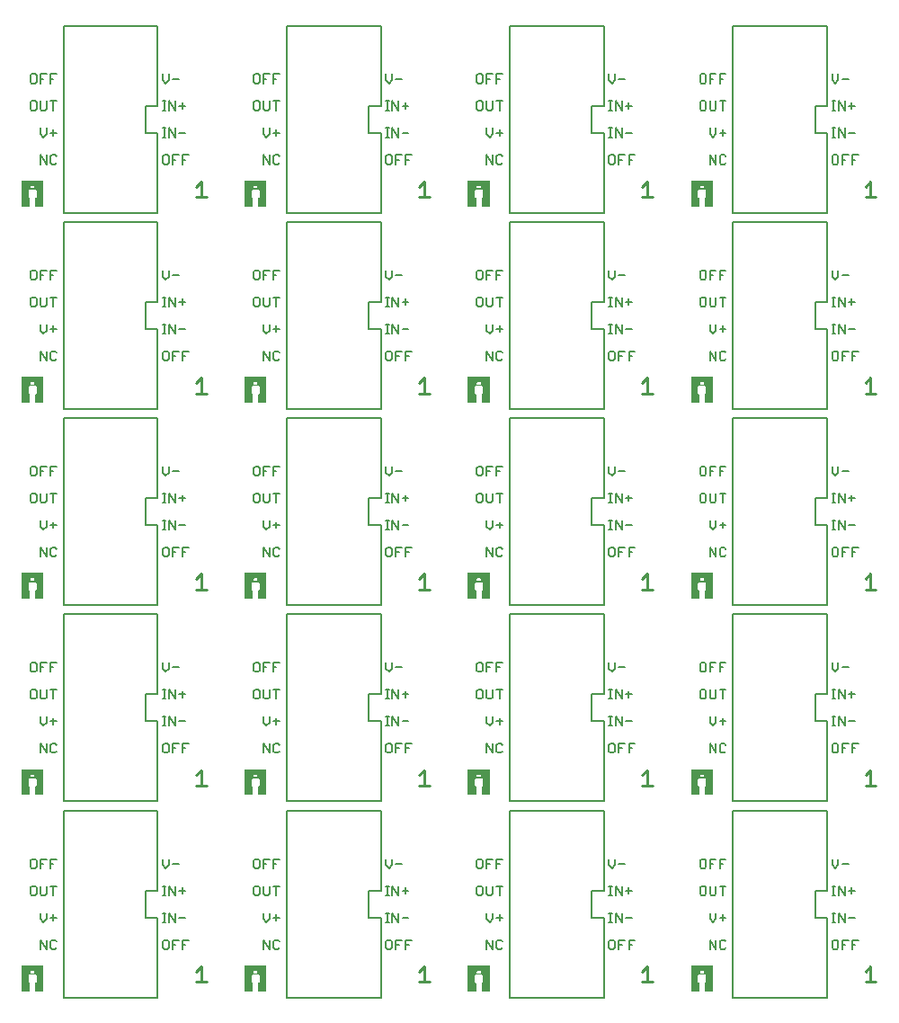
<source format=gto>
G75*
%MOIN*%
%OFA0B0*%
%FSLAX24Y24*%
%IPPOS*%
%LPD*%
%AMOC8*
5,1,8,0,0,1.08239X$1,22.5*
%
%ADD10C,0.0110*%
%ADD11C,0.0060*%
%ADD12C,0.0010*%
%ADD13C,0.0080*%
D10*
X008840Y000805D02*
X009234Y000805D01*
X009037Y000805D02*
X009037Y001396D01*
X008840Y001199D01*
X008840Y008081D02*
X009234Y008081D01*
X009037Y008081D02*
X009037Y008671D01*
X008840Y008474D01*
X008840Y015356D02*
X009234Y015356D01*
X009037Y015356D02*
X009037Y015947D01*
X008840Y015750D01*
X008840Y022632D02*
X009234Y022632D01*
X009037Y022632D02*
X009037Y023222D01*
X008840Y023025D01*
X008840Y029907D02*
X009234Y029907D01*
X009037Y029907D02*
X009037Y030498D01*
X008840Y030301D01*
X017116Y030301D02*
X017313Y030498D01*
X017313Y029907D01*
X017116Y029907D02*
X017510Y029907D01*
X017313Y023222D02*
X017313Y022632D01*
X017116Y022632D02*
X017510Y022632D01*
X017116Y023025D02*
X017313Y023222D01*
X017313Y015947D02*
X017313Y015356D01*
X017116Y015356D02*
X017510Y015356D01*
X017116Y015750D02*
X017313Y015947D01*
X017313Y008671D02*
X017313Y008081D01*
X017116Y008081D02*
X017510Y008081D01*
X017116Y008474D02*
X017313Y008671D01*
X017313Y001396D02*
X017313Y000805D01*
X017116Y000805D02*
X017510Y000805D01*
X017116Y001199D02*
X017313Y001396D01*
X025391Y001199D02*
X025588Y001396D01*
X025588Y000805D01*
X025391Y000805D02*
X025785Y000805D01*
X025785Y008081D02*
X025391Y008081D01*
X025588Y008081D02*
X025588Y008671D01*
X025391Y008474D01*
X025391Y015356D02*
X025785Y015356D01*
X025588Y015356D02*
X025588Y015947D01*
X025391Y015750D01*
X025391Y022632D02*
X025785Y022632D01*
X025588Y022632D02*
X025588Y023222D01*
X025391Y023025D01*
X025391Y029907D02*
X025785Y029907D01*
X025588Y029907D02*
X025588Y030498D01*
X025391Y030301D01*
X033667Y030301D02*
X033864Y030498D01*
X033864Y029907D01*
X033667Y029907D02*
X034061Y029907D01*
X033864Y023222D02*
X033864Y022632D01*
X033667Y022632D02*
X034061Y022632D01*
X033667Y023025D02*
X033864Y023222D01*
X033864Y015947D02*
X033864Y015356D01*
X033667Y015356D02*
X034061Y015356D01*
X033667Y015750D02*
X033864Y015947D01*
X033864Y008671D02*
X033864Y008081D01*
X033667Y008081D02*
X034061Y008081D01*
X033667Y008474D02*
X033864Y008671D01*
X033864Y001396D02*
X033864Y000805D01*
X033667Y000805D02*
X034061Y000805D01*
X033667Y001199D02*
X033864Y001396D01*
D11*
X033173Y002030D02*
X033173Y002370D01*
X033400Y002370D01*
X033287Y002200D02*
X033173Y002200D01*
X033032Y002370D02*
X032805Y002370D01*
X032805Y002030D01*
X032663Y002087D02*
X032663Y002314D01*
X032607Y002370D01*
X032493Y002370D01*
X032437Y002314D01*
X032437Y002087D01*
X032493Y002030D01*
X032607Y002030D01*
X032663Y002087D01*
X032805Y002200D02*
X032918Y002200D01*
X032909Y003030D02*
X032909Y003370D01*
X033050Y003200D02*
X033277Y003200D01*
X032909Y003030D02*
X032682Y003370D01*
X032682Y003030D01*
X032550Y003030D02*
X032437Y003030D01*
X032493Y003030D02*
X032493Y003370D01*
X032437Y003370D02*
X032550Y003370D01*
X032550Y004030D02*
X032437Y004030D01*
X032493Y004030D02*
X032493Y004370D01*
X032437Y004370D02*
X032550Y004370D01*
X032682Y004370D02*
X032909Y004030D01*
X032909Y004370D01*
X033050Y004200D02*
X033277Y004200D01*
X033164Y004087D02*
X033164Y004314D01*
X032682Y004370D02*
X032682Y004030D01*
X032550Y005030D02*
X032663Y005143D01*
X032663Y005370D01*
X032805Y005200D02*
X033032Y005200D01*
X032550Y005030D02*
X032437Y005143D01*
X032437Y005370D01*
X032493Y009306D02*
X032607Y009306D01*
X032663Y009362D01*
X032663Y009589D01*
X032607Y009646D01*
X032493Y009646D01*
X032437Y009589D01*
X032437Y009362D01*
X032493Y009306D01*
X032805Y009306D02*
X032805Y009646D01*
X033032Y009646D01*
X033173Y009646D02*
X033400Y009646D01*
X033287Y009476D02*
X033173Y009476D01*
X033173Y009306D02*
X033173Y009646D01*
X032918Y009476D02*
X032805Y009476D01*
X032909Y010306D02*
X032909Y010646D01*
X033050Y010476D02*
X033277Y010476D01*
X032909Y010306D02*
X032682Y010646D01*
X032682Y010306D01*
X032550Y010306D02*
X032437Y010306D01*
X032493Y010306D02*
X032493Y010646D01*
X032437Y010646D02*
X032550Y010646D01*
X032550Y011306D02*
X032437Y011306D01*
X032493Y011306D02*
X032493Y011646D01*
X032437Y011646D02*
X032550Y011646D01*
X032682Y011646D02*
X032909Y011306D01*
X032909Y011646D01*
X033050Y011476D02*
X033277Y011476D01*
X033164Y011589D02*
X033164Y011362D01*
X032682Y011306D02*
X032682Y011646D01*
X032550Y012306D02*
X032663Y012419D01*
X032663Y012646D01*
X032805Y012476D02*
X033032Y012476D01*
X032550Y012306D02*
X032437Y012419D01*
X032437Y012646D01*
X032493Y016581D02*
X032607Y016581D01*
X032663Y016638D01*
X032663Y016865D01*
X032607Y016921D01*
X032493Y016921D01*
X032437Y016865D01*
X032437Y016638D01*
X032493Y016581D01*
X032805Y016581D02*
X032805Y016921D01*
X033032Y016921D01*
X033173Y016921D02*
X033400Y016921D01*
X033287Y016751D02*
X033173Y016751D01*
X033173Y016581D02*
X033173Y016921D01*
X032918Y016751D02*
X032805Y016751D01*
X032909Y017581D02*
X032909Y017921D01*
X033050Y017751D02*
X033277Y017751D01*
X032909Y017581D02*
X032682Y017921D01*
X032682Y017581D01*
X032550Y017581D02*
X032437Y017581D01*
X032493Y017581D02*
X032493Y017921D01*
X032437Y017921D02*
X032550Y017921D01*
X032550Y018581D02*
X032437Y018581D01*
X032493Y018581D02*
X032493Y018921D01*
X032437Y018921D02*
X032550Y018921D01*
X032682Y018921D02*
X032909Y018581D01*
X032909Y018921D01*
X033050Y018751D02*
X033277Y018751D01*
X033164Y018638D02*
X033164Y018865D01*
X032682Y018921D02*
X032682Y018581D01*
X032550Y019581D02*
X032663Y019695D01*
X032663Y019921D01*
X032805Y019751D02*
X033032Y019751D01*
X032550Y019581D02*
X032437Y019695D01*
X032437Y019921D01*
X032493Y023857D02*
X032607Y023857D01*
X032663Y023913D01*
X032663Y024140D01*
X032607Y024197D01*
X032493Y024197D01*
X032437Y024140D01*
X032437Y023913D01*
X032493Y023857D01*
X032805Y023857D02*
X032805Y024197D01*
X033032Y024197D01*
X033173Y024197D02*
X033400Y024197D01*
X033287Y024027D02*
X033173Y024027D01*
X033173Y023857D02*
X033173Y024197D01*
X032918Y024027D02*
X032805Y024027D01*
X032909Y024857D02*
X032909Y025197D01*
X033050Y025027D02*
X033277Y025027D01*
X032909Y024857D02*
X032682Y025197D01*
X032682Y024857D01*
X032550Y024857D02*
X032437Y024857D01*
X032493Y024857D02*
X032493Y025197D01*
X032437Y025197D02*
X032550Y025197D01*
X032550Y025857D02*
X032437Y025857D01*
X032493Y025857D02*
X032493Y026197D01*
X032437Y026197D02*
X032550Y026197D01*
X032682Y026197D02*
X032909Y025857D01*
X032909Y026197D01*
X033050Y026027D02*
X033277Y026027D01*
X033164Y026140D02*
X033164Y025913D01*
X032682Y025857D02*
X032682Y026197D01*
X032550Y026857D02*
X032663Y026970D01*
X032663Y027197D01*
X032805Y027027D02*
X033032Y027027D01*
X032550Y026857D02*
X032437Y026970D01*
X032437Y027197D01*
X032493Y031132D02*
X032607Y031132D01*
X032663Y031189D01*
X032663Y031416D01*
X032607Y031473D01*
X032493Y031473D01*
X032437Y031416D01*
X032437Y031189D01*
X032493Y031132D01*
X032805Y031132D02*
X032805Y031473D01*
X033032Y031473D01*
X033173Y031473D02*
X033400Y031473D01*
X033287Y031303D02*
X033173Y031303D01*
X033173Y031473D02*
X033173Y031132D01*
X032918Y031303D02*
X032805Y031303D01*
X032909Y032132D02*
X032909Y032473D01*
X033050Y032303D02*
X033277Y032303D01*
X032909Y032132D02*
X032682Y032473D01*
X032682Y032132D01*
X032550Y032132D02*
X032437Y032132D01*
X032493Y032132D02*
X032493Y032473D01*
X032437Y032473D02*
X032550Y032473D01*
X032550Y033132D02*
X032437Y033132D01*
X032493Y033132D02*
X032493Y033473D01*
X032437Y033473D02*
X032550Y033473D01*
X032682Y033473D02*
X032909Y033132D01*
X032909Y033473D01*
X033050Y033303D02*
X033277Y033303D01*
X033164Y033416D02*
X033164Y033189D01*
X032682Y033132D02*
X032682Y033473D01*
X032550Y034132D02*
X032663Y034246D01*
X032663Y034473D01*
X032805Y034303D02*
X033032Y034303D01*
X032550Y034132D02*
X032437Y034246D01*
X032437Y034473D01*
X028495Y034473D02*
X028268Y034473D01*
X028268Y034132D01*
X028268Y034303D02*
X028382Y034303D01*
X028127Y034473D02*
X027900Y034473D01*
X027900Y034132D01*
X027758Y034189D02*
X027758Y034416D01*
X027702Y034473D01*
X027588Y034473D01*
X027532Y034416D01*
X027532Y034189D01*
X027588Y034132D01*
X027702Y034132D01*
X027758Y034189D01*
X027900Y034303D02*
X028013Y034303D01*
X027900Y033473D02*
X027900Y033189D01*
X027957Y033132D01*
X028070Y033132D01*
X028127Y033189D01*
X028127Y033473D01*
X028268Y033473D02*
X028495Y033473D01*
X028382Y033473D02*
X028382Y033132D01*
X028127Y032473D02*
X028127Y032246D01*
X028013Y032132D01*
X027900Y032246D01*
X027900Y032473D01*
X028268Y032303D02*
X028495Y032303D01*
X028382Y032416D02*
X028382Y032189D01*
X028438Y031473D02*
X028325Y031473D01*
X028268Y031416D01*
X028268Y031189D01*
X028325Y031132D01*
X028438Y031132D01*
X028495Y031189D01*
X028495Y031416D02*
X028438Y031473D01*
X028127Y031473D02*
X028127Y031132D01*
X027900Y031473D01*
X027900Y031132D01*
X027702Y033132D02*
X027758Y033189D01*
X027758Y033416D01*
X027702Y033473D01*
X027588Y033473D01*
X027532Y033416D01*
X027532Y033189D01*
X027588Y033132D01*
X027702Y033132D01*
X025002Y033303D02*
X024775Y033303D01*
X024888Y033416D02*
X024888Y033189D01*
X024633Y033132D02*
X024633Y033473D01*
X024407Y033473D02*
X024407Y033132D01*
X024274Y033132D02*
X024161Y033132D01*
X024218Y033132D02*
X024218Y033473D01*
X024274Y033473D02*
X024161Y033473D01*
X024407Y033473D02*
X024633Y033132D01*
X024633Y032473D02*
X024633Y032132D01*
X024407Y032473D01*
X024407Y032132D01*
X024274Y032132D02*
X024161Y032132D01*
X024218Y032132D02*
X024218Y032473D01*
X024274Y032473D02*
X024161Y032473D01*
X024775Y032303D02*
X025002Y032303D01*
X024898Y031473D02*
X025124Y031473D01*
X025011Y031303D02*
X024898Y031303D01*
X024898Y031473D02*
X024898Y031132D01*
X024643Y031303D02*
X024529Y031303D01*
X024529Y031473D02*
X024529Y031132D01*
X024388Y031189D02*
X024388Y031416D01*
X024331Y031473D01*
X024218Y031473D01*
X024161Y031416D01*
X024161Y031189D01*
X024218Y031132D01*
X024331Y031132D01*
X024388Y031189D01*
X024529Y031473D02*
X024756Y031473D01*
X024274Y034132D02*
X024161Y034246D01*
X024161Y034473D01*
X024388Y034473D02*
X024388Y034246D01*
X024274Y034132D01*
X024529Y034303D02*
X024756Y034303D01*
X020220Y034473D02*
X019993Y034473D01*
X019993Y034132D01*
X019993Y034303D02*
X020106Y034303D01*
X019851Y034473D02*
X019624Y034473D01*
X019624Y034132D01*
X019483Y034189D02*
X019483Y034416D01*
X019426Y034473D01*
X019313Y034473D01*
X019256Y034416D01*
X019256Y034189D01*
X019313Y034132D01*
X019426Y034132D01*
X019483Y034189D01*
X019624Y034303D02*
X019738Y034303D01*
X019851Y033473D02*
X019851Y033189D01*
X019795Y033132D01*
X019681Y033132D01*
X019624Y033189D01*
X019624Y033473D01*
X019483Y033416D02*
X019483Y033189D01*
X019426Y033132D01*
X019313Y033132D01*
X019256Y033189D01*
X019256Y033416D01*
X019313Y033473D01*
X019426Y033473D01*
X019483Y033416D01*
X019993Y033473D02*
X020220Y033473D01*
X020106Y033473D02*
X020106Y033132D01*
X019851Y032473D02*
X019851Y032246D01*
X019738Y032132D01*
X019624Y032246D01*
X019624Y032473D01*
X019993Y032303D02*
X020220Y032303D01*
X020106Y032416D02*
X020106Y032189D01*
X020049Y031473D02*
X019993Y031416D01*
X019993Y031189D01*
X020049Y031132D01*
X020163Y031132D01*
X020220Y031189D01*
X020220Y031416D02*
X020163Y031473D01*
X020049Y031473D01*
X019851Y031473D02*
X019851Y031132D01*
X019624Y031473D01*
X019624Y031132D01*
X016849Y031473D02*
X016622Y031473D01*
X016622Y031132D01*
X016622Y031303D02*
X016735Y031303D01*
X016481Y031473D02*
X016254Y031473D01*
X016254Y031132D01*
X016112Y031189D02*
X016112Y031416D01*
X016056Y031473D01*
X015942Y031473D01*
X015885Y031416D01*
X015885Y031189D01*
X015942Y031132D01*
X016056Y031132D01*
X016112Y031189D01*
X016254Y031303D02*
X016367Y031303D01*
X016358Y032132D02*
X016358Y032473D01*
X016499Y032303D02*
X016726Y032303D01*
X016358Y032132D02*
X016131Y032473D01*
X016131Y032132D01*
X015999Y032132D02*
X015885Y032132D01*
X015942Y032132D02*
X015942Y032473D01*
X015885Y032473D02*
X015999Y032473D01*
X015999Y033132D02*
X015885Y033132D01*
X015942Y033132D02*
X015942Y033473D01*
X015885Y033473D02*
X015999Y033473D01*
X016131Y033473D02*
X016358Y033132D01*
X016358Y033473D01*
X016499Y033303D02*
X016726Y033303D01*
X016613Y033416D02*
X016613Y033189D01*
X016131Y033132D02*
X016131Y033473D01*
X015999Y034132D02*
X015885Y034246D01*
X015885Y034473D01*
X016112Y034473D02*
X016112Y034246D01*
X015999Y034132D01*
X016254Y034303D02*
X016481Y034303D01*
X011944Y034473D02*
X011717Y034473D01*
X011717Y034132D01*
X011717Y034303D02*
X011831Y034303D01*
X011576Y034473D02*
X011349Y034473D01*
X011349Y034132D01*
X011207Y034189D02*
X011207Y034416D01*
X011151Y034473D01*
X011037Y034473D01*
X010980Y034416D01*
X010980Y034189D01*
X011037Y034132D01*
X011151Y034132D01*
X011207Y034189D01*
X011349Y034303D02*
X011462Y034303D01*
X011349Y033473D02*
X011349Y033189D01*
X011405Y033132D01*
X011519Y033132D01*
X011576Y033189D01*
X011576Y033473D01*
X011717Y033473D02*
X011944Y033473D01*
X011831Y033473D02*
X011831Y033132D01*
X011576Y032473D02*
X011576Y032246D01*
X011462Y032132D01*
X011349Y032246D01*
X011349Y032473D01*
X011717Y032303D02*
X011944Y032303D01*
X011831Y032416D02*
X011831Y032189D01*
X011887Y031473D02*
X011774Y031473D01*
X011717Y031416D01*
X011717Y031189D01*
X011774Y031132D01*
X011887Y031132D01*
X011944Y031189D01*
X011944Y031416D02*
X011887Y031473D01*
X011576Y031473D02*
X011576Y031132D01*
X011349Y031473D01*
X011349Y031132D01*
X011151Y033132D02*
X011207Y033189D01*
X011207Y033416D01*
X011151Y033473D01*
X011037Y033473D01*
X010980Y033416D01*
X010980Y033189D01*
X011037Y033132D01*
X011151Y033132D01*
X008451Y033303D02*
X008224Y033303D01*
X008337Y033416D02*
X008337Y033189D01*
X008082Y033132D02*
X008082Y033473D01*
X007855Y033473D02*
X007855Y033132D01*
X007723Y033132D02*
X007610Y033132D01*
X007667Y033132D02*
X007667Y033473D01*
X007723Y033473D02*
X007610Y033473D01*
X007855Y033473D02*
X008082Y033132D01*
X008082Y032473D02*
X008082Y032132D01*
X007855Y032473D01*
X007855Y032132D01*
X007723Y032132D02*
X007610Y032132D01*
X007667Y032132D02*
X007667Y032473D01*
X007723Y032473D02*
X007610Y032473D01*
X008224Y032303D02*
X008451Y032303D01*
X008346Y031473D02*
X008573Y031473D01*
X008460Y031303D02*
X008346Y031303D01*
X008346Y031473D02*
X008346Y031132D01*
X008092Y031303D02*
X007978Y031303D01*
X007978Y031473D02*
X007978Y031132D01*
X007837Y031189D02*
X007837Y031416D01*
X007780Y031473D01*
X007667Y031473D01*
X007610Y031416D01*
X007610Y031189D01*
X007667Y031132D01*
X007780Y031132D01*
X007837Y031189D01*
X007978Y031473D02*
X008205Y031473D01*
X007723Y034132D02*
X007837Y034246D01*
X007837Y034473D01*
X007978Y034303D02*
X008205Y034303D01*
X007723Y034132D02*
X007610Y034246D01*
X007610Y034473D01*
X003668Y034473D02*
X003441Y034473D01*
X003441Y034132D01*
X003441Y034303D02*
X003555Y034303D01*
X003300Y034473D02*
X003073Y034473D01*
X003073Y034132D01*
X002932Y034189D02*
X002932Y034416D01*
X002875Y034473D01*
X002762Y034473D01*
X002705Y034416D01*
X002705Y034189D01*
X002762Y034132D01*
X002875Y034132D01*
X002932Y034189D01*
X003073Y034303D02*
X003187Y034303D01*
X003300Y033473D02*
X003300Y033189D01*
X003243Y033132D01*
X003130Y033132D01*
X003073Y033189D01*
X003073Y033473D01*
X002932Y033416D02*
X002875Y033473D01*
X002762Y033473D01*
X002705Y033416D01*
X002705Y033189D01*
X002762Y033132D01*
X002875Y033132D01*
X002932Y033189D01*
X002932Y033416D01*
X003441Y033473D02*
X003668Y033473D01*
X003555Y033473D02*
X003555Y033132D01*
X003300Y032473D02*
X003300Y032246D01*
X003187Y032132D01*
X003073Y032246D01*
X003073Y032473D01*
X003441Y032303D02*
X003668Y032303D01*
X003555Y032416D02*
X003555Y032189D01*
X003612Y031473D02*
X003498Y031473D01*
X003441Y031416D01*
X003441Y031189D01*
X003498Y031132D01*
X003612Y031132D01*
X003668Y031189D01*
X003668Y031416D02*
X003612Y031473D01*
X003300Y031473D02*
X003300Y031132D01*
X003073Y031473D01*
X003073Y031132D01*
X003073Y027197D02*
X003300Y027197D01*
X003441Y027197D02*
X003668Y027197D01*
X003555Y027027D02*
X003441Y027027D01*
X003441Y026857D02*
X003441Y027197D01*
X003187Y027027D02*
X003073Y027027D01*
X003073Y026857D02*
X003073Y027197D01*
X002932Y027140D02*
X002875Y027197D01*
X002762Y027197D01*
X002705Y027140D01*
X002705Y026913D01*
X002762Y026857D01*
X002875Y026857D01*
X002932Y026913D01*
X002932Y027140D01*
X002875Y026197D02*
X002932Y026140D01*
X002932Y025913D01*
X002875Y025857D01*
X002762Y025857D01*
X002705Y025913D01*
X002705Y026140D01*
X002762Y026197D01*
X002875Y026197D01*
X003073Y026197D02*
X003073Y025913D01*
X003130Y025857D01*
X003243Y025857D01*
X003300Y025913D01*
X003300Y026197D01*
X003441Y026197D02*
X003668Y026197D01*
X003555Y026197D02*
X003555Y025857D01*
X003300Y025197D02*
X003300Y024970D01*
X003187Y024857D01*
X003073Y024970D01*
X003073Y025197D01*
X003441Y025027D02*
X003668Y025027D01*
X003555Y025140D02*
X003555Y024913D01*
X003612Y024197D02*
X003498Y024197D01*
X003441Y024140D01*
X003441Y023913D01*
X003498Y023857D01*
X003612Y023857D01*
X003668Y023913D01*
X003668Y024140D02*
X003612Y024197D01*
X003300Y024197D02*
X003300Y023857D01*
X003073Y024197D01*
X003073Y023857D01*
X003073Y019921D02*
X003300Y019921D01*
X003441Y019921D02*
X003668Y019921D01*
X003555Y019751D02*
X003441Y019751D01*
X003441Y019581D02*
X003441Y019921D01*
X003187Y019751D02*
X003073Y019751D01*
X003073Y019581D02*
X003073Y019921D01*
X002932Y019865D02*
X002875Y019921D01*
X002762Y019921D01*
X002705Y019865D01*
X002705Y019638D01*
X002762Y019581D01*
X002875Y019581D01*
X002932Y019638D01*
X002932Y019865D01*
X002875Y018921D02*
X002932Y018865D01*
X002932Y018638D01*
X002875Y018581D01*
X002762Y018581D01*
X002705Y018638D01*
X002705Y018865D01*
X002762Y018921D01*
X002875Y018921D01*
X003073Y018921D02*
X003073Y018638D01*
X003130Y018581D01*
X003243Y018581D01*
X003300Y018638D01*
X003300Y018921D01*
X003441Y018921D02*
X003668Y018921D01*
X003555Y018921D02*
X003555Y018581D01*
X003300Y017921D02*
X003300Y017695D01*
X003187Y017581D01*
X003073Y017695D01*
X003073Y017921D01*
X003441Y017751D02*
X003668Y017751D01*
X003555Y017638D02*
X003555Y017865D01*
X003612Y016921D02*
X003498Y016921D01*
X003441Y016865D01*
X003441Y016638D01*
X003498Y016581D01*
X003612Y016581D01*
X003668Y016638D01*
X003668Y016865D02*
X003612Y016921D01*
X003300Y016921D02*
X003300Y016581D01*
X003073Y016921D01*
X003073Y016581D01*
X003073Y012646D02*
X003300Y012646D01*
X003441Y012646D02*
X003668Y012646D01*
X003555Y012476D02*
X003441Y012476D01*
X003441Y012306D02*
X003441Y012646D01*
X003187Y012476D02*
X003073Y012476D01*
X003073Y012306D02*
X003073Y012646D01*
X002932Y012589D02*
X002875Y012646D01*
X002762Y012646D01*
X002705Y012589D01*
X002705Y012362D01*
X002762Y012306D01*
X002875Y012306D01*
X002932Y012362D01*
X002932Y012589D01*
X002875Y011646D02*
X002932Y011589D01*
X002932Y011362D01*
X002875Y011306D01*
X002762Y011306D01*
X002705Y011362D01*
X002705Y011589D01*
X002762Y011646D01*
X002875Y011646D01*
X003073Y011646D02*
X003073Y011362D01*
X003130Y011306D01*
X003243Y011306D01*
X003300Y011362D01*
X003300Y011646D01*
X003441Y011646D02*
X003668Y011646D01*
X003555Y011646D02*
X003555Y011306D01*
X003300Y010646D02*
X003300Y010419D01*
X003187Y010306D01*
X003073Y010419D01*
X003073Y010646D01*
X003441Y010476D02*
X003668Y010476D01*
X003555Y010589D02*
X003555Y010362D01*
X003612Y009646D02*
X003498Y009646D01*
X003441Y009589D01*
X003441Y009362D01*
X003498Y009306D01*
X003612Y009306D01*
X003668Y009362D01*
X003668Y009589D02*
X003612Y009646D01*
X003300Y009646D02*
X003300Y009306D01*
X003073Y009646D01*
X003073Y009306D01*
X003073Y005370D02*
X003300Y005370D01*
X003441Y005370D02*
X003668Y005370D01*
X003555Y005200D02*
X003441Y005200D01*
X003441Y005030D02*
X003441Y005370D01*
X003187Y005200D02*
X003073Y005200D01*
X003073Y005030D02*
X003073Y005370D01*
X002932Y005314D02*
X002875Y005370D01*
X002762Y005370D01*
X002705Y005314D01*
X002705Y005087D01*
X002762Y005030D01*
X002875Y005030D01*
X002932Y005087D01*
X002932Y005314D01*
X002875Y004370D02*
X002932Y004314D01*
X002932Y004087D01*
X002875Y004030D01*
X002762Y004030D01*
X002705Y004087D01*
X002705Y004314D01*
X002762Y004370D01*
X002875Y004370D01*
X003073Y004370D02*
X003073Y004087D01*
X003130Y004030D01*
X003243Y004030D01*
X003300Y004087D01*
X003300Y004370D01*
X003441Y004370D02*
X003668Y004370D01*
X003555Y004370D02*
X003555Y004030D01*
X003300Y003370D02*
X003300Y003143D01*
X003187Y003030D01*
X003073Y003143D01*
X003073Y003370D01*
X003441Y003200D02*
X003668Y003200D01*
X003555Y003087D02*
X003555Y003314D01*
X003612Y002370D02*
X003498Y002370D01*
X003441Y002314D01*
X003441Y002087D01*
X003498Y002030D01*
X003612Y002030D01*
X003668Y002087D01*
X003668Y002314D02*
X003612Y002370D01*
X003300Y002370D02*
X003300Y002030D01*
X003073Y002370D01*
X003073Y002030D01*
X007610Y002087D02*
X007667Y002030D01*
X007780Y002030D01*
X007837Y002087D01*
X007837Y002314D01*
X007780Y002370D01*
X007667Y002370D01*
X007610Y002314D01*
X007610Y002087D01*
X007978Y002030D02*
X007978Y002370D01*
X008205Y002370D01*
X008346Y002370D02*
X008346Y002030D01*
X008346Y002200D02*
X008460Y002200D01*
X008346Y002370D02*
X008573Y002370D01*
X008092Y002200D02*
X007978Y002200D01*
X008082Y003030D02*
X008082Y003370D01*
X008224Y003200D02*
X008451Y003200D01*
X008082Y003030D02*
X007855Y003370D01*
X007855Y003030D01*
X007723Y003030D02*
X007610Y003030D01*
X007667Y003030D02*
X007667Y003370D01*
X007723Y003370D02*
X007610Y003370D01*
X007610Y004030D02*
X007723Y004030D01*
X007667Y004030D02*
X007667Y004370D01*
X007723Y004370D02*
X007610Y004370D01*
X007855Y004370D02*
X008082Y004030D01*
X008082Y004370D01*
X008224Y004200D02*
X008451Y004200D01*
X008337Y004087D02*
X008337Y004314D01*
X007855Y004370D02*
X007855Y004030D01*
X007723Y005030D02*
X007837Y005143D01*
X007837Y005370D01*
X007978Y005200D02*
X008205Y005200D01*
X007723Y005030D02*
X007610Y005143D01*
X007610Y005370D01*
X010980Y005314D02*
X010980Y005087D01*
X011037Y005030D01*
X011151Y005030D01*
X011207Y005087D01*
X011207Y005314D01*
X011151Y005370D01*
X011037Y005370D01*
X010980Y005314D01*
X011349Y005370D02*
X011349Y005030D01*
X011349Y005200D02*
X011462Y005200D01*
X011349Y005370D02*
X011576Y005370D01*
X011717Y005370D02*
X011717Y005030D01*
X011717Y005200D02*
X011831Y005200D01*
X011717Y005370D02*
X011944Y005370D01*
X011944Y004370D02*
X011717Y004370D01*
X011831Y004370D02*
X011831Y004030D01*
X011576Y004087D02*
X011576Y004370D01*
X011349Y004370D02*
X011349Y004087D01*
X011405Y004030D01*
X011519Y004030D01*
X011576Y004087D01*
X011207Y004087D02*
X011207Y004314D01*
X011151Y004370D01*
X011037Y004370D01*
X010980Y004314D01*
X010980Y004087D01*
X011037Y004030D01*
X011151Y004030D01*
X011207Y004087D01*
X011349Y003370D02*
X011349Y003143D01*
X011462Y003030D01*
X011576Y003143D01*
X011576Y003370D01*
X011717Y003200D02*
X011944Y003200D01*
X011831Y003087D02*
X011831Y003314D01*
X011887Y002370D02*
X011774Y002370D01*
X011717Y002314D01*
X011717Y002087D01*
X011774Y002030D01*
X011887Y002030D01*
X011944Y002087D01*
X011944Y002314D02*
X011887Y002370D01*
X011576Y002370D02*
X011576Y002030D01*
X011349Y002370D01*
X011349Y002030D01*
X015885Y002087D02*
X015942Y002030D01*
X016056Y002030D01*
X016112Y002087D01*
X016112Y002314D01*
X016056Y002370D01*
X015942Y002370D01*
X015885Y002314D01*
X015885Y002087D01*
X016254Y002030D02*
X016254Y002370D01*
X016481Y002370D01*
X016622Y002370D02*
X016849Y002370D01*
X016735Y002200D02*
X016622Y002200D01*
X016622Y002030D02*
X016622Y002370D01*
X016367Y002200D02*
X016254Y002200D01*
X016358Y003030D02*
X016358Y003370D01*
X016499Y003200D02*
X016726Y003200D01*
X016358Y003030D02*
X016131Y003370D01*
X016131Y003030D01*
X015999Y003030D02*
X015885Y003030D01*
X015942Y003030D02*
X015942Y003370D01*
X015885Y003370D02*
X015999Y003370D01*
X015999Y004030D02*
X015885Y004030D01*
X015942Y004030D02*
X015942Y004370D01*
X015885Y004370D02*
X015999Y004370D01*
X016131Y004370D02*
X016358Y004030D01*
X016358Y004370D01*
X016499Y004200D02*
X016726Y004200D01*
X016613Y004087D02*
X016613Y004314D01*
X016131Y004370D02*
X016131Y004030D01*
X015999Y005030D02*
X016112Y005143D01*
X016112Y005370D01*
X016254Y005200D02*
X016481Y005200D01*
X015999Y005030D02*
X015885Y005143D01*
X015885Y005370D01*
X019256Y005314D02*
X019256Y005087D01*
X019313Y005030D01*
X019426Y005030D01*
X019483Y005087D01*
X019483Y005314D01*
X019426Y005370D01*
X019313Y005370D01*
X019256Y005314D01*
X019624Y005370D02*
X019624Y005030D01*
X019624Y005200D02*
X019738Y005200D01*
X019624Y005370D02*
X019851Y005370D01*
X019993Y005370D02*
X019993Y005030D01*
X019993Y005200D02*
X020106Y005200D01*
X019993Y005370D02*
X020220Y005370D01*
X020220Y004370D02*
X019993Y004370D01*
X020106Y004370D02*
X020106Y004030D01*
X019851Y004087D02*
X019851Y004370D01*
X019624Y004370D02*
X019624Y004087D01*
X019681Y004030D01*
X019795Y004030D01*
X019851Y004087D01*
X019483Y004087D02*
X019483Y004314D01*
X019426Y004370D01*
X019313Y004370D01*
X019256Y004314D01*
X019256Y004087D01*
X019313Y004030D01*
X019426Y004030D01*
X019483Y004087D01*
X019624Y003370D02*
X019624Y003143D01*
X019738Y003030D01*
X019851Y003143D01*
X019851Y003370D01*
X019993Y003200D02*
X020220Y003200D01*
X020106Y003087D02*
X020106Y003314D01*
X020049Y002370D02*
X019993Y002314D01*
X019993Y002087D01*
X020049Y002030D01*
X020163Y002030D01*
X020220Y002087D01*
X020220Y002314D02*
X020163Y002370D01*
X020049Y002370D01*
X019851Y002370D02*
X019851Y002030D01*
X019624Y002370D01*
X019624Y002030D01*
X024161Y002087D02*
X024218Y002030D01*
X024331Y002030D01*
X024388Y002087D01*
X024388Y002314D01*
X024331Y002370D01*
X024218Y002370D01*
X024161Y002314D01*
X024161Y002087D01*
X024529Y002030D02*
X024529Y002370D01*
X024756Y002370D01*
X024898Y002370D02*
X025124Y002370D01*
X025011Y002200D02*
X024898Y002200D01*
X024898Y002030D02*
X024898Y002370D01*
X024643Y002200D02*
X024529Y002200D01*
X024633Y003030D02*
X024633Y003370D01*
X024775Y003200D02*
X025002Y003200D01*
X024633Y003030D02*
X024407Y003370D01*
X024407Y003030D01*
X024274Y003030D02*
X024161Y003030D01*
X024218Y003030D02*
X024218Y003370D01*
X024274Y003370D02*
X024161Y003370D01*
X024161Y004030D02*
X024274Y004030D01*
X024218Y004030D02*
X024218Y004370D01*
X024274Y004370D02*
X024161Y004370D01*
X024407Y004370D02*
X024633Y004030D01*
X024633Y004370D01*
X024775Y004200D02*
X025002Y004200D01*
X024888Y004087D02*
X024888Y004314D01*
X024407Y004370D02*
X024407Y004030D01*
X024274Y005030D02*
X024388Y005143D01*
X024388Y005370D01*
X024529Y005200D02*
X024756Y005200D01*
X024274Y005030D02*
X024161Y005143D01*
X024161Y005370D01*
X027532Y005314D02*
X027532Y005087D01*
X027588Y005030D01*
X027702Y005030D01*
X027758Y005087D01*
X027758Y005314D01*
X027702Y005370D01*
X027588Y005370D01*
X027532Y005314D01*
X027900Y005370D02*
X027900Y005030D01*
X027900Y005200D02*
X028013Y005200D01*
X027900Y005370D02*
X028127Y005370D01*
X028268Y005370D02*
X028268Y005030D01*
X028268Y005200D02*
X028382Y005200D01*
X028268Y005370D02*
X028495Y005370D01*
X028495Y004370D02*
X028268Y004370D01*
X028382Y004370D02*
X028382Y004030D01*
X028127Y004087D02*
X028127Y004370D01*
X027900Y004370D02*
X027900Y004087D01*
X027957Y004030D01*
X028070Y004030D01*
X028127Y004087D01*
X027758Y004087D02*
X027758Y004314D01*
X027702Y004370D01*
X027588Y004370D01*
X027532Y004314D01*
X027532Y004087D01*
X027588Y004030D01*
X027702Y004030D01*
X027758Y004087D01*
X027900Y003370D02*
X027900Y003143D01*
X028013Y003030D01*
X028127Y003143D01*
X028127Y003370D01*
X028268Y003200D02*
X028495Y003200D01*
X028382Y003087D02*
X028382Y003314D01*
X028438Y002370D02*
X028325Y002370D01*
X028268Y002314D01*
X028268Y002087D01*
X028325Y002030D01*
X028438Y002030D01*
X028495Y002087D01*
X028495Y002314D02*
X028438Y002370D01*
X028127Y002370D02*
X028127Y002030D01*
X027900Y002370D01*
X027900Y002030D01*
X027900Y009306D02*
X027900Y009646D01*
X028127Y009306D01*
X028127Y009646D01*
X028268Y009589D02*
X028268Y009362D01*
X028325Y009306D01*
X028438Y009306D01*
X028495Y009362D01*
X028495Y009589D02*
X028438Y009646D01*
X028325Y009646D01*
X028268Y009589D01*
X028013Y010306D02*
X028127Y010419D01*
X028127Y010646D01*
X028268Y010476D02*
X028495Y010476D01*
X028382Y010589D02*
X028382Y010362D01*
X028013Y010306D02*
X027900Y010419D01*
X027900Y010646D01*
X027957Y011306D02*
X028070Y011306D01*
X028127Y011362D01*
X028127Y011646D01*
X028268Y011646D02*
X028495Y011646D01*
X028382Y011646D02*
X028382Y011306D01*
X027957Y011306D02*
X027900Y011362D01*
X027900Y011646D01*
X027758Y011589D02*
X027702Y011646D01*
X027588Y011646D01*
X027532Y011589D01*
X027532Y011362D01*
X027588Y011306D01*
X027702Y011306D01*
X027758Y011362D01*
X027758Y011589D01*
X027702Y012306D02*
X027758Y012362D01*
X027758Y012589D01*
X027702Y012646D01*
X027588Y012646D01*
X027532Y012589D01*
X027532Y012362D01*
X027588Y012306D01*
X027702Y012306D01*
X027900Y012306D02*
X027900Y012646D01*
X028127Y012646D01*
X028268Y012646D02*
X028268Y012306D01*
X028268Y012476D02*
X028382Y012476D01*
X028268Y012646D02*
X028495Y012646D01*
X028013Y012476D02*
X027900Y012476D01*
X025002Y011476D02*
X024775Y011476D01*
X024888Y011589D02*
X024888Y011362D01*
X024633Y011306D02*
X024633Y011646D01*
X024407Y011646D02*
X024407Y011306D01*
X024274Y011306D02*
X024161Y011306D01*
X024218Y011306D02*
X024218Y011646D01*
X024274Y011646D02*
X024161Y011646D01*
X024407Y011646D02*
X024633Y011306D01*
X024633Y010646D02*
X024633Y010306D01*
X024407Y010646D01*
X024407Y010306D01*
X024274Y010306D02*
X024161Y010306D01*
X024218Y010306D02*
X024218Y010646D01*
X024274Y010646D02*
X024161Y010646D01*
X024775Y010476D02*
X025002Y010476D01*
X024898Y009646D02*
X025124Y009646D01*
X025011Y009476D02*
X024898Y009476D01*
X024898Y009306D02*
X024898Y009646D01*
X024756Y009646D02*
X024529Y009646D01*
X024529Y009306D01*
X024388Y009362D02*
X024388Y009589D01*
X024331Y009646D01*
X024218Y009646D01*
X024161Y009589D01*
X024161Y009362D01*
X024218Y009306D01*
X024331Y009306D01*
X024388Y009362D01*
X024529Y009476D02*
X024643Y009476D01*
X024274Y012306D02*
X024388Y012419D01*
X024388Y012646D01*
X024529Y012476D02*
X024756Y012476D01*
X024274Y012306D02*
X024161Y012419D01*
X024161Y012646D01*
X024218Y016581D02*
X024331Y016581D01*
X024388Y016638D01*
X024388Y016865D01*
X024331Y016921D01*
X024218Y016921D01*
X024161Y016865D01*
X024161Y016638D01*
X024218Y016581D01*
X024529Y016581D02*
X024529Y016921D01*
X024756Y016921D01*
X024898Y016921D02*
X025124Y016921D01*
X025011Y016751D02*
X024898Y016751D01*
X024898Y016581D02*
X024898Y016921D01*
X024643Y016751D02*
X024529Y016751D01*
X024633Y017581D02*
X024633Y017921D01*
X024775Y017751D02*
X025002Y017751D01*
X024633Y017581D02*
X024407Y017921D01*
X024407Y017581D01*
X024274Y017581D02*
X024161Y017581D01*
X024218Y017581D02*
X024218Y017921D01*
X024274Y017921D02*
X024161Y017921D01*
X024161Y018581D02*
X024274Y018581D01*
X024218Y018581D02*
X024218Y018921D01*
X024274Y018921D02*
X024161Y018921D01*
X024407Y018921D02*
X024407Y018581D01*
X024633Y018581D02*
X024407Y018921D01*
X024633Y018921D02*
X024633Y018581D01*
X024775Y018751D02*
X025002Y018751D01*
X024888Y018638D02*
X024888Y018865D01*
X024274Y019581D02*
X024161Y019695D01*
X024161Y019921D01*
X024388Y019921D02*
X024388Y019695D01*
X024274Y019581D01*
X024529Y019751D02*
X024756Y019751D01*
X027532Y019638D02*
X027588Y019581D01*
X027702Y019581D01*
X027758Y019638D01*
X027758Y019865D01*
X027702Y019921D01*
X027588Y019921D01*
X027532Y019865D01*
X027532Y019638D01*
X027900Y019581D02*
X027900Y019921D01*
X028127Y019921D01*
X028268Y019921D02*
X028268Y019581D01*
X028268Y019751D02*
X028382Y019751D01*
X028268Y019921D02*
X028495Y019921D01*
X028013Y019751D02*
X027900Y019751D01*
X027900Y018921D02*
X027900Y018638D01*
X027957Y018581D01*
X028070Y018581D01*
X028127Y018638D01*
X028127Y018921D01*
X028268Y018921D02*
X028495Y018921D01*
X028382Y018921D02*
X028382Y018581D01*
X028127Y017921D02*
X028127Y017695D01*
X028013Y017581D01*
X027900Y017695D01*
X027900Y017921D01*
X028268Y017751D02*
X028495Y017751D01*
X028382Y017638D02*
X028382Y017865D01*
X028438Y016921D02*
X028325Y016921D01*
X028268Y016865D01*
X028268Y016638D01*
X028325Y016581D01*
X028438Y016581D01*
X028495Y016638D01*
X028495Y016865D02*
X028438Y016921D01*
X028127Y016921D02*
X028127Y016581D01*
X027900Y016921D01*
X027900Y016581D01*
X027702Y018581D02*
X027758Y018638D01*
X027758Y018865D01*
X027702Y018921D01*
X027588Y018921D01*
X027532Y018865D01*
X027532Y018638D01*
X027588Y018581D01*
X027702Y018581D01*
X027900Y023857D02*
X027900Y024197D01*
X028127Y023857D01*
X028127Y024197D01*
X028268Y024140D02*
X028268Y023913D01*
X028325Y023857D01*
X028438Y023857D01*
X028495Y023913D01*
X028495Y024140D02*
X028438Y024197D01*
X028325Y024197D01*
X028268Y024140D01*
X028013Y024857D02*
X028127Y024970D01*
X028127Y025197D01*
X028268Y025027D02*
X028495Y025027D01*
X028382Y025140D02*
X028382Y024913D01*
X028013Y024857D02*
X027900Y024970D01*
X027900Y025197D01*
X027957Y025857D02*
X028070Y025857D01*
X028127Y025913D01*
X028127Y026197D01*
X028268Y026197D02*
X028495Y026197D01*
X028382Y026197D02*
X028382Y025857D01*
X027957Y025857D02*
X027900Y025913D01*
X027900Y026197D01*
X027758Y026140D02*
X027702Y026197D01*
X027588Y026197D01*
X027532Y026140D01*
X027532Y025913D01*
X027588Y025857D01*
X027702Y025857D01*
X027758Y025913D01*
X027758Y026140D01*
X027702Y026857D02*
X027758Y026913D01*
X027758Y027140D01*
X027702Y027197D01*
X027588Y027197D01*
X027532Y027140D01*
X027532Y026913D01*
X027588Y026857D01*
X027702Y026857D01*
X027900Y026857D02*
X027900Y027197D01*
X028127Y027197D01*
X028268Y027197D02*
X028268Y026857D01*
X028268Y027027D02*
X028382Y027027D01*
X028268Y027197D02*
X028495Y027197D01*
X028013Y027027D02*
X027900Y027027D01*
X025002Y026027D02*
X024775Y026027D01*
X024888Y026140D02*
X024888Y025913D01*
X024633Y025857D02*
X024633Y026197D01*
X024407Y026197D02*
X024407Y025857D01*
X024274Y025857D02*
X024161Y025857D01*
X024218Y025857D02*
X024218Y026197D01*
X024274Y026197D02*
X024161Y026197D01*
X024407Y026197D02*
X024633Y025857D01*
X024633Y025197D02*
X024633Y024857D01*
X024407Y025197D01*
X024407Y024857D01*
X024274Y024857D02*
X024161Y024857D01*
X024218Y024857D02*
X024218Y025197D01*
X024274Y025197D02*
X024161Y025197D01*
X024775Y025027D02*
X025002Y025027D01*
X024898Y024197D02*
X025124Y024197D01*
X025011Y024027D02*
X024898Y024027D01*
X024898Y023857D02*
X024898Y024197D01*
X024756Y024197D02*
X024529Y024197D01*
X024529Y023857D01*
X024388Y023913D02*
X024388Y024140D01*
X024331Y024197D01*
X024218Y024197D01*
X024161Y024140D01*
X024161Y023913D01*
X024218Y023857D01*
X024331Y023857D01*
X024388Y023913D01*
X024529Y024027D02*
X024643Y024027D01*
X024274Y026857D02*
X024161Y026970D01*
X024161Y027197D01*
X024388Y027197D02*
X024388Y026970D01*
X024274Y026857D01*
X024529Y027027D02*
X024756Y027027D01*
X020220Y027197D02*
X019993Y027197D01*
X019993Y026857D01*
X019993Y027027D02*
X020106Y027027D01*
X019851Y027197D02*
X019624Y027197D01*
X019624Y026857D01*
X019483Y026913D02*
X019483Y027140D01*
X019426Y027197D01*
X019313Y027197D01*
X019256Y027140D01*
X019256Y026913D01*
X019313Y026857D01*
X019426Y026857D01*
X019483Y026913D01*
X019624Y027027D02*
X019738Y027027D01*
X019851Y026197D02*
X019851Y025913D01*
X019795Y025857D01*
X019681Y025857D01*
X019624Y025913D01*
X019624Y026197D01*
X019483Y026140D02*
X019426Y026197D01*
X019313Y026197D01*
X019256Y026140D01*
X019256Y025913D01*
X019313Y025857D01*
X019426Y025857D01*
X019483Y025913D01*
X019483Y026140D01*
X019993Y026197D02*
X020220Y026197D01*
X020106Y026197D02*
X020106Y025857D01*
X019851Y025197D02*
X019851Y024970D01*
X019738Y024857D01*
X019624Y024970D01*
X019624Y025197D01*
X019993Y025027D02*
X020220Y025027D01*
X020106Y025140D02*
X020106Y024913D01*
X020049Y024197D02*
X019993Y024140D01*
X019993Y023913D01*
X020049Y023857D01*
X020163Y023857D01*
X020220Y023913D01*
X020220Y024140D02*
X020163Y024197D01*
X020049Y024197D01*
X019851Y024197D02*
X019851Y023857D01*
X019624Y024197D01*
X019624Y023857D01*
X016849Y024197D02*
X016622Y024197D01*
X016622Y023857D01*
X016622Y024027D02*
X016735Y024027D01*
X016481Y024197D02*
X016254Y024197D01*
X016254Y023857D01*
X016112Y023913D02*
X016112Y024140D01*
X016056Y024197D01*
X015942Y024197D01*
X015885Y024140D01*
X015885Y023913D01*
X015942Y023857D01*
X016056Y023857D01*
X016112Y023913D01*
X016254Y024027D02*
X016367Y024027D01*
X016358Y024857D02*
X016358Y025197D01*
X016499Y025027D02*
X016726Y025027D01*
X016358Y024857D02*
X016131Y025197D01*
X016131Y024857D01*
X015999Y024857D02*
X015885Y024857D01*
X015942Y024857D02*
X015942Y025197D01*
X015885Y025197D02*
X015999Y025197D01*
X015999Y025857D02*
X015885Y025857D01*
X015942Y025857D02*
X015942Y026197D01*
X015885Y026197D02*
X015999Y026197D01*
X016131Y026197D02*
X016358Y025857D01*
X016358Y026197D01*
X016499Y026027D02*
X016726Y026027D01*
X016613Y026140D02*
X016613Y025913D01*
X016131Y025857D02*
X016131Y026197D01*
X015999Y026857D02*
X015885Y026970D01*
X015885Y027197D01*
X016112Y027197D02*
X016112Y026970D01*
X015999Y026857D01*
X016254Y027027D02*
X016481Y027027D01*
X011944Y027197D02*
X011717Y027197D01*
X011717Y026857D01*
X011717Y027027D02*
X011831Y027027D01*
X011576Y027197D02*
X011349Y027197D01*
X011349Y026857D01*
X011207Y026913D02*
X011207Y027140D01*
X011151Y027197D01*
X011037Y027197D01*
X010980Y027140D01*
X010980Y026913D01*
X011037Y026857D01*
X011151Y026857D01*
X011207Y026913D01*
X011349Y027027D02*
X011462Y027027D01*
X011349Y026197D02*
X011349Y025913D01*
X011405Y025857D01*
X011519Y025857D01*
X011576Y025913D01*
X011576Y026197D01*
X011717Y026197D02*
X011944Y026197D01*
X011831Y026197D02*
X011831Y025857D01*
X011576Y025197D02*
X011576Y024970D01*
X011462Y024857D01*
X011349Y024970D01*
X011349Y025197D01*
X011717Y025027D02*
X011944Y025027D01*
X011831Y025140D02*
X011831Y024913D01*
X011887Y024197D02*
X011774Y024197D01*
X011717Y024140D01*
X011717Y023913D01*
X011774Y023857D01*
X011887Y023857D01*
X011944Y023913D01*
X011944Y024140D02*
X011887Y024197D01*
X011576Y024197D02*
X011576Y023857D01*
X011349Y024197D01*
X011349Y023857D01*
X011151Y025857D02*
X011207Y025913D01*
X011207Y026140D01*
X011151Y026197D01*
X011037Y026197D01*
X010980Y026140D01*
X010980Y025913D01*
X011037Y025857D01*
X011151Y025857D01*
X008451Y026027D02*
X008224Y026027D01*
X008337Y026140D02*
X008337Y025913D01*
X008082Y025857D02*
X008082Y026197D01*
X007855Y026197D02*
X007855Y025857D01*
X007723Y025857D02*
X007610Y025857D01*
X007667Y025857D02*
X007667Y026197D01*
X007723Y026197D02*
X007610Y026197D01*
X007855Y026197D02*
X008082Y025857D01*
X008082Y025197D02*
X008082Y024857D01*
X007855Y025197D01*
X007855Y024857D01*
X007723Y024857D02*
X007610Y024857D01*
X007667Y024857D02*
X007667Y025197D01*
X007723Y025197D02*
X007610Y025197D01*
X008224Y025027D02*
X008451Y025027D01*
X008346Y024197D02*
X008573Y024197D01*
X008460Y024027D02*
X008346Y024027D01*
X008346Y023857D02*
X008346Y024197D01*
X008205Y024197D02*
X007978Y024197D01*
X007978Y023857D01*
X007837Y023913D02*
X007837Y024140D01*
X007780Y024197D01*
X007667Y024197D01*
X007610Y024140D01*
X007610Y023913D01*
X007667Y023857D01*
X007780Y023857D01*
X007837Y023913D01*
X007978Y024027D02*
X008092Y024027D01*
X007723Y026857D02*
X007837Y026970D01*
X007837Y027197D01*
X007978Y027027D02*
X008205Y027027D01*
X007723Y026857D02*
X007610Y026970D01*
X007610Y027197D01*
X007610Y019921D02*
X007610Y019695D01*
X007723Y019581D01*
X007837Y019695D01*
X007837Y019921D01*
X007978Y019751D02*
X008205Y019751D01*
X008082Y018921D02*
X008082Y018581D01*
X007855Y018921D01*
X007855Y018581D01*
X007723Y018581D02*
X007610Y018581D01*
X007667Y018581D02*
X007667Y018921D01*
X007723Y018921D02*
X007610Y018921D01*
X008224Y018751D02*
X008451Y018751D01*
X008337Y018638D02*
X008337Y018865D01*
X008082Y017921D02*
X008082Y017581D01*
X007855Y017921D01*
X007855Y017581D01*
X007723Y017581D02*
X007610Y017581D01*
X007667Y017581D02*
X007667Y017921D01*
X007723Y017921D02*
X007610Y017921D01*
X008224Y017751D02*
X008451Y017751D01*
X008346Y016921D02*
X008573Y016921D01*
X008460Y016751D02*
X008346Y016751D01*
X008346Y016581D02*
X008346Y016921D01*
X008205Y016921D02*
X007978Y016921D01*
X007978Y016581D01*
X007837Y016638D02*
X007837Y016865D01*
X007780Y016921D01*
X007667Y016921D01*
X007610Y016865D01*
X007610Y016638D01*
X007667Y016581D01*
X007780Y016581D01*
X007837Y016638D01*
X007978Y016751D02*
X008092Y016751D01*
X010980Y018638D02*
X011037Y018581D01*
X011151Y018581D01*
X011207Y018638D01*
X011207Y018865D01*
X011151Y018921D01*
X011037Y018921D01*
X010980Y018865D01*
X010980Y018638D01*
X011349Y018638D02*
X011405Y018581D01*
X011519Y018581D01*
X011576Y018638D01*
X011576Y018921D01*
X011717Y018921D02*
X011944Y018921D01*
X011831Y018921D02*
X011831Y018581D01*
X011349Y018638D02*
X011349Y018921D01*
X011349Y019581D02*
X011349Y019921D01*
X011576Y019921D01*
X011717Y019921D02*
X011717Y019581D01*
X011717Y019751D02*
X011831Y019751D01*
X011717Y019921D02*
X011944Y019921D01*
X011462Y019751D02*
X011349Y019751D01*
X011207Y019638D02*
X011207Y019865D01*
X011151Y019921D01*
X011037Y019921D01*
X010980Y019865D01*
X010980Y019638D01*
X011037Y019581D01*
X011151Y019581D01*
X011207Y019638D01*
X011349Y017921D02*
X011349Y017695D01*
X011462Y017581D01*
X011576Y017695D01*
X011576Y017921D01*
X011717Y017751D02*
X011944Y017751D01*
X011831Y017638D02*
X011831Y017865D01*
X011887Y016921D02*
X011774Y016921D01*
X011717Y016865D01*
X011717Y016638D01*
X011774Y016581D01*
X011887Y016581D01*
X011944Y016638D01*
X011944Y016865D02*
X011887Y016921D01*
X011576Y016921D02*
X011576Y016581D01*
X011349Y016921D01*
X011349Y016581D01*
X011349Y012646D02*
X011576Y012646D01*
X011717Y012646D02*
X011717Y012306D01*
X011717Y012476D02*
X011831Y012476D01*
X011717Y012646D02*
X011944Y012646D01*
X011462Y012476D02*
X011349Y012476D01*
X011349Y012306D02*
X011349Y012646D01*
X011207Y012589D02*
X011207Y012362D01*
X011151Y012306D01*
X011037Y012306D01*
X010980Y012362D01*
X010980Y012589D01*
X011037Y012646D01*
X011151Y012646D01*
X011207Y012589D01*
X011151Y011646D02*
X011207Y011589D01*
X011207Y011362D01*
X011151Y011306D01*
X011037Y011306D01*
X010980Y011362D01*
X010980Y011589D01*
X011037Y011646D01*
X011151Y011646D01*
X011349Y011646D02*
X011349Y011362D01*
X011405Y011306D01*
X011519Y011306D01*
X011576Y011362D01*
X011576Y011646D01*
X011717Y011646D02*
X011944Y011646D01*
X011831Y011646D02*
X011831Y011306D01*
X011576Y010646D02*
X011576Y010419D01*
X011462Y010306D01*
X011349Y010419D01*
X011349Y010646D01*
X011717Y010476D02*
X011944Y010476D01*
X011831Y010589D02*
X011831Y010362D01*
X011887Y009646D02*
X011774Y009646D01*
X011717Y009589D01*
X011717Y009362D01*
X011774Y009306D01*
X011887Y009306D01*
X011944Y009362D01*
X011944Y009589D02*
X011887Y009646D01*
X011576Y009646D02*
X011576Y009306D01*
X011349Y009646D01*
X011349Y009306D01*
X008573Y009646D02*
X008346Y009646D01*
X008346Y009306D01*
X008346Y009476D02*
X008460Y009476D01*
X008205Y009646D02*
X007978Y009646D01*
X007978Y009306D01*
X007837Y009362D02*
X007837Y009589D01*
X007780Y009646D01*
X007667Y009646D01*
X007610Y009589D01*
X007610Y009362D01*
X007667Y009306D01*
X007780Y009306D01*
X007837Y009362D01*
X007978Y009476D02*
X008092Y009476D01*
X008082Y010306D02*
X008082Y010646D01*
X008224Y010476D02*
X008451Y010476D01*
X008082Y010306D02*
X007855Y010646D01*
X007855Y010306D01*
X007723Y010306D02*
X007610Y010306D01*
X007667Y010306D02*
X007667Y010646D01*
X007723Y010646D02*
X007610Y010646D01*
X007610Y011306D02*
X007723Y011306D01*
X007667Y011306D02*
X007667Y011646D01*
X007723Y011646D02*
X007610Y011646D01*
X007855Y011646D02*
X008082Y011306D01*
X008082Y011646D01*
X008224Y011476D02*
X008451Y011476D01*
X008337Y011589D02*
X008337Y011362D01*
X007855Y011306D02*
X007855Y011646D01*
X007723Y012306D02*
X007837Y012419D01*
X007837Y012646D01*
X007978Y012476D02*
X008205Y012476D01*
X007723Y012306D02*
X007610Y012419D01*
X007610Y012646D01*
X015885Y012646D02*
X015885Y012419D01*
X015999Y012306D01*
X016112Y012419D01*
X016112Y012646D01*
X016254Y012476D02*
X016481Y012476D01*
X016358Y011646D02*
X016358Y011306D01*
X016131Y011646D01*
X016131Y011306D01*
X015999Y011306D02*
X015885Y011306D01*
X015942Y011306D02*
X015942Y011646D01*
X015885Y011646D02*
X015999Y011646D01*
X016499Y011476D02*
X016726Y011476D01*
X016613Y011589D02*
X016613Y011362D01*
X016358Y010646D02*
X016358Y010306D01*
X016131Y010646D01*
X016131Y010306D01*
X015999Y010306D02*
X015885Y010306D01*
X015942Y010306D02*
X015942Y010646D01*
X015885Y010646D02*
X015999Y010646D01*
X016499Y010476D02*
X016726Y010476D01*
X016622Y009646D02*
X016849Y009646D01*
X016735Y009476D02*
X016622Y009476D01*
X016622Y009306D02*
X016622Y009646D01*
X016481Y009646D02*
X016254Y009646D01*
X016254Y009306D01*
X016112Y009362D02*
X016112Y009589D01*
X016056Y009646D01*
X015942Y009646D01*
X015885Y009589D01*
X015885Y009362D01*
X015942Y009306D01*
X016056Y009306D01*
X016112Y009362D01*
X016254Y009476D02*
X016367Y009476D01*
X019256Y011362D02*
X019313Y011306D01*
X019426Y011306D01*
X019483Y011362D01*
X019483Y011589D01*
X019426Y011646D01*
X019313Y011646D01*
X019256Y011589D01*
X019256Y011362D01*
X019624Y011362D02*
X019681Y011306D01*
X019795Y011306D01*
X019851Y011362D01*
X019851Y011646D01*
X019993Y011646D02*
X020220Y011646D01*
X020106Y011646D02*
X020106Y011306D01*
X019624Y011362D02*
X019624Y011646D01*
X019624Y012306D02*
X019624Y012646D01*
X019851Y012646D01*
X019993Y012646D02*
X019993Y012306D01*
X019993Y012476D02*
X020106Y012476D01*
X019993Y012646D02*
X020220Y012646D01*
X019738Y012476D02*
X019624Y012476D01*
X019483Y012589D02*
X019483Y012362D01*
X019426Y012306D01*
X019313Y012306D01*
X019256Y012362D01*
X019256Y012589D01*
X019313Y012646D01*
X019426Y012646D01*
X019483Y012589D01*
X019624Y010646D02*
X019624Y010419D01*
X019738Y010306D01*
X019851Y010419D01*
X019851Y010646D01*
X019993Y010476D02*
X020220Y010476D01*
X020106Y010589D02*
X020106Y010362D01*
X020049Y009646D02*
X019993Y009589D01*
X019993Y009362D01*
X020049Y009306D01*
X020163Y009306D01*
X020220Y009362D01*
X020220Y009589D02*
X020163Y009646D01*
X020049Y009646D01*
X019851Y009646D02*
X019851Y009306D01*
X019624Y009646D01*
X019624Y009306D01*
X019624Y016581D02*
X019624Y016921D01*
X019851Y016581D01*
X019851Y016921D01*
X019993Y016865D02*
X019993Y016638D01*
X020049Y016581D01*
X020163Y016581D01*
X020220Y016638D01*
X020220Y016865D02*
X020163Y016921D01*
X020049Y016921D01*
X019993Y016865D01*
X019738Y017581D02*
X019851Y017695D01*
X019851Y017921D01*
X019993Y017751D02*
X020220Y017751D01*
X020106Y017638D02*
X020106Y017865D01*
X019738Y017581D02*
X019624Y017695D01*
X019624Y017921D01*
X019681Y018581D02*
X019795Y018581D01*
X019851Y018638D01*
X019851Y018921D01*
X019993Y018921D02*
X020220Y018921D01*
X020106Y018921D02*
X020106Y018581D01*
X019681Y018581D02*
X019624Y018638D01*
X019624Y018921D01*
X019483Y018865D02*
X019426Y018921D01*
X019313Y018921D01*
X019256Y018865D01*
X019256Y018638D01*
X019313Y018581D01*
X019426Y018581D01*
X019483Y018638D01*
X019483Y018865D01*
X019426Y019581D02*
X019483Y019638D01*
X019483Y019865D01*
X019426Y019921D01*
X019313Y019921D01*
X019256Y019865D01*
X019256Y019638D01*
X019313Y019581D01*
X019426Y019581D01*
X019624Y019581D02*
X019624Y019921D01*
X019851Y019921D01*
X019993Y019921D02*
X019993Y019581D01*
X019993Y019751D02*
X020106Y019751D01*
X019993Y019921D02*
X020220Y019921D01*
X019738Y019751D02*
X019624Y019751D01*
X016726Y018751D02*
X016499Y018751D01*
X016613Y018638D02*
X016613Y018865D01*
X016358Y018921D02*
X016358Y018581D01*
X016131Y018921D01*
X016131Y018581D01*
X015999Y018581D02*
X015885Y018581D01*
X015942Y018581D02*
X015942Y018921D01*
X015885Y018921D02*
X015999Y018921D01*
X015999Y019581D02*
X015885Y019695D01*
X015885Y019921D01*
X016112Y019921D02*
X016112Y019695D01*
X015999Y019581D01*
X016254Y019751D02*
X016481Y019751D01*
X016358Y017921D02*
X016358Y017581D01*
X016131Y017921D01*
X016131Y017581D01*
X015999Y017581D02*
X015885Y017581D01*
X015942Y017581D02*
X015942Y017921D01*
X015885Y017921D02*
X015999Y017921D01*
X016499Y017751D02*
X016726Y017751D01*
X016622Y016921D02*
X016849Y016921D01*
X016735Y016751D02*
X016622Y016751D01*
X016622Y016581D02*
X016622Y016921D01*
X016481Y016921D02*
X016254Y016921D01*
X016254Y016581D01*
X016112Y016638D02*
X016112Y016865D01*
X016056Y016921D01*
X015942Y016921D01*
X015885Y016865D01*
X015885Y016638D01*
X015942Y016581D01*
X016056Y016581D01*
X016112Y016638D01*
X016254Y016751D02*
X016367Y016751D01*
D12*
X002380Y001428D02*
X002380Y000500D01*
X002654Y000500D01*
X002654Y000770D01*
X002604Y000796D01*
X002604Y001078D01*
X002652Y001118D01*
X002652Y001136D01*
X002852Y001136D01*
X002852Y001120D01*
X002678Y001120D01*
X002656Y001120D01*
X002656Y001142D01*
X002678Y001142D01*
X002678Y001234D01*
X002706Y001260D01*
X002832Y001260D01*
X002854Y001238D01*
X002854Y001120D01*
X002884Y001120D01*
X002932Y001080D01*
X002932Y000796D01*
X002882Y000772D01*
X002882Y000498D01*
X003156Y000498D01*
X003156Y001428D01*
X002380Y001428D01*
X002380Y001424D02*
X003156Y001424D01*
X003156Y001416D02*
X002380Y001416D01*
X002380Y001407D02*
X003156Y001407D01*
X003156Y001399D02*
X002380Y001399D01*
X002380Y001390D02*
X003156Y001390D01*
X003156Y001382D02*
X002380Y001382D01*
X002380Y001373D02*
X003156Y001373D01*
X003156Y001365D02*
X002380Y001365D01*
X002380Y001356D02*
X003156Y001356D01*
X003156Y001348D02*
X002380Y001348D01*
X002380Y001339D02*
X003156Y001339D01*
X003156Y001331D02*
X002380Y001331D01*
X002380Y001322D02*
X003156Y001322D01*
X003156Y001314D02*
X002380Y001314D01*
X002380Y001305D02*
X003156Y001305D01*
X003156Y001297D02*
X002380Y001297D01*
X002380Y001288D02*
X003156Y001288D01*
X003156Y001280D02*
X002380Y001280D01*
X002380Y001271D02*
X003156Y001271D01*
X003156Y001263D02*
X002380Y001263D01*
X002380Y001254D02*
X002699Y001254D01*
X002690Y001246D02*
X002380Y001246D01*
X002380Y001237D02*
X002681Y001237D01*
X002678Y001229D02*
X002380Y001229D01*
X002380Y001220D02*
X002678Y001220D01*
X002678Y001212D02*
X002380Y001212D01*
X002380Y001203D02*
X002678Y001203D01*
X002678Y001195D02*
X002380Y001195D01*
X002380Y001186D02*
X002678Y001186D01*
X002678Y001178D02*
X002380Y001178D01*
X002380Y001169D02*
X002678Y001169D01*
X002678Y001161D02*
X002380Y001161D01*
X002380Y001152D02*
X002678Y001152D01*
X002678Y001144D02*
X002380Y001144D01*
X002380Y001135D02*
X002652Y001135D01*
X002656Y001135D02*
X002852Y001135D01*
X002854Y001135D02*
X003156Y001135D01*
X003156Y001127D02*
X002854Y001127D01*
X002852Y001127D02*
X002656Y001127D01*
X002652Y001127D02*
X002380Y001127D01*
X002380Y001118D02*
X002652Y001118D01*
X002642Y001110D02*
X002380Y001110D01*
X002380Y001101D02*
X002631Y001101D01*
X002621Y001093D02*
X002380Y001093D01*
X002380Y001084D02*
X002611Y001084D01*
X002604Y001076D02*
X002380Y001076D01*
X002380Y001067D02*
X002604Y001067D01*
X002604Y001059D02*
X002380Y001059D01*
X002380Y001050D02*
X002604Y001050D01*
X002604Y001042D02*
X002380Y001042D01*
X002380Y001033D02*
X002604Y001033D01*
X002604Y001025D02*
X002380Y001025D01*
X002380Y001016D02*
X002604Y001016D01*
X002604Y001008D02*
X002380Y001008D01*
X002380Y000999D02*
X002604Y000999D01*
X002604Y000991D02*
X002380Y000991D01*
X002380Y000982D02*
X002604Y000982D01*
X002604Y000974D02*
X002380Y000974D01*
X002380Y000965D02*
X002604Y000965D01*
X002604Y000957D02*
X002380Y000957D01*
X002380Y000948D02*
X002604Y000948D01*
X002604Y000940D02*
X002380Y000940D01*
X002380Y000931D02*
X002604Y000931D01*
X002604Y000923D02*
X002380Y000923D01*
X002380Y000914D02*
X002604Y000914D01*
X002604Y000906D02*
X002380Y000906D01*
X002380Y000897D02*
X002604Y000897D01*
X002604Y000889D02*
X002380Y000889D01*
X002380Y000880D02*
X002604Y000880D01*
X002604Y000872D02*
X002380Y000872D01*
X002380Y000863D02*
X002604Y000863D01*
X002604Y000855D02*
X002380Y000855D01*
X002380Y000846D02*
X002604Y000846D01*
X002604Y000838D02*
X002380Y000838D01*
X002380Y000829D02*
X002604Y000829D01*
X002604Y000821D02*
X002380Y000821D01*
X002380Y000812D02*
X002604Y000812D01*
X002604Y000804D02*
X002380Y000804D01*
X002380Y000795D02*
X002606Y000795D01*
X002622Y000787D02*
X002380Y000787D01*
X002380Y000778D02*
X002638Y000778D01*
X002654Y000770D02*
X002380Y000770D01*
X002380Y000761D02*
X002654Y000761D01*
X002654Y000753D02*
X002380Y000753D01*
X002380Y000744D02*
X002654Y000744D01*
X002654Y000736D02*
X002380Y000736D01*
X002380Y000727D02*
X002654Y000727D01*
X002654Y000719D02*
X002380Y000719D01*
X002380Y000710D02*
X002654Y000710D01*
X002654Y000702D02*
X002380Y000702D01*
X002380Y000693D02*
X002654Y000693D01*
X002654Y000685D02*
X002380Y000685D01*
X002380Y000676D02*
X002654Y000676D01*
X002654Y000668D02*
X002380Y000668D01*
X002380Y000659D02*
X002654Y000659D01*
X002654Y000651D02*
X002380Y000651D01*
X002380Y000642D02*
X002654Y000642D01*
X002654Y000634D02*
X002380Y000634D01*
X002380Y000625D02*
X002654Y000625D01*
X002654Y000617D02*
X002380Y000617D01*
X002380Y000608D02*
X002654Y000608D01*
X002654Y000600D02*
X002380Y000600D01*
X002380Y000591D02*
X002654Y000591D01*
X002654Y000583D02*
X002380Y000583D01*
X002380Y000574D02*
X002654Y000574D01*
X002654Y000566D02*
X002380Y000566D01*
X002380Y000557D02*
X002654Y000557D01*
X002654Y000549D02*
X002380Y000549D01*
X002380Y000540D02*
X002654Y000540D01*
X002654Y000532D02*
X002380Y000532D01*
X002380Y000523D02*
X002654Y000523D01*
X002654Y000515D02*
X002380Y000515D01*
X002380Y000506D02*
X002654Y000506D01*
X002882Y000506D02*
X003156Y000506D01*
X003156Y000515D02*
X002882Y000515D01*
X002882Y000523D02*
X003156Y000523D01*
X003156Y000532D02*
X002882Y000532D01*
X002882Y000540D02*
X003156Y000540D01*
X003156Y000549D02*
X002882Y000549D01*
X002882Y000557D02*
X003156Y000557D01*
X003156Y000566D02*
X002882Y000566D01*
X002882Y000574D02*
X003156Y000574D01*
X003156Y000583D02*
X002882Y000583D01*
X002882Y000591D02*
X003156Y000591D01*
X003156Y000600D02*
X002882Y000600D01*
X002882Y000608D02*
X003156Y000608D01*
X003156Y000617D02*
X002882Y000617D01*
X002882Y000625D02*
X003156Y000625D01*
X003156Y000634D02*
X002882Y000634D01*
X002882Y000642D02*
X003156Y000642D01*
X003156Y000651D02*
X002882Y000651D01*
X002882Y000659D02*
X003156Y000659D01*
X003156Y000668D02*
X002882Y000668D01*
X002882Y000676D02*
X003156Y000676D01*
X003156Y000685D02*
X002882Y000685D01*
X002882Y000693D02*
X003156Y000693D01*
X003156Y000702D02*
X002882Y000702D01*
X002882Y000710D02*
X003156Y000710D01*
X003156Y000719D02*
X002882Y000719D01*
X002882Y000727D02*
X003156Y000727D01*
X003156Y000736D02*
X002882Y000736D01*
X002882Y000744D02*
X003156Y000744D01*
X003156Y000753D02*
X002882Y000753D01*
X002882Y000761D02*
X003156Y000761D01*
X003156Y000770D02*
X002882Y000770D01*
X002894Y000778D02*
X003156Y000778D01*
X003156Y000787D02*
X002912Y000787D01*
X002930Y000795D02*
X003156Y000795D01*
X003156Y000804D02*
X002932Y000804D01*
X002932Y000812D02*
X003156Y000812D01*
X003156Y000821D02*
X002932Y000821D01*
X002932Y000829D02*
X003156Y000829D01*
X003156Y000838D02*
X002932Y000838D01*
X002932Y000846D02*
X003156Y000846D01*
X003156Y000855D02*
X002932Y000855D01*
X002932Y000863D02*
X003156Y000863D01*
X003156Y000872D02*
X002932Y000872D01*
X002932Y000880D02*
X003156Y000880D01*
X003156Y000889D02*
X002932Y000889D01*
X002932Y000897D02*
X003156Y000897D01*
X003156Y000906D02*
X002932Y000906D01*
X002932Y000914D02*
X003156Y000914D01*
X003156Y000923D02*
X002932Y000923D01*
X002932Y000931D02*
X003156Y000931D01*
X003156Y000940D02*
X002932Y000940D01*
X002932Y000948D02*
X003156Y000948D01*
X003156Y000957D02*
X002932Y000957D01*
X002932Y000965D02*
X003156Y000965D01*
X003156Y000974D02*
X002932Y000974D01*
X002932Y000982D02*
X003156Y000982D01*
X003156Y000991D02*
X002932Y000991D01*
X002932Y000999D02*
X003156Y000999D01*
X003156Y001008D02*
X002932Y001008D01*
X002932Y001016D02*
X003156Y001016D01*
X003156Y001025D02*
X002932Y001025D01*
X002932Y001033D02*
X003156Y001033D01*
X003156Y001042D02*
X002932Y001042D01*
X002932Y001050D02*
X003156Y001050D01*
X003156Y001059D02*
X002932Y001059D01*
X002932Y001067D02*
X003156Y001067D01*
X003156Y001076D02*
X002932Y001076D01*
X002927Y001084D02*
X003156Y001084D01*
X003156Y001093D02*
X002917Y001093D01*
X002907Y001101D02*
X003156Y001101D01*
X003156Y001110D02*
X002896Y001110D01*
X002886Y001118D02*
X003156Y001118D01*
X003156Y001144D02*
X002854Y001144D01*
X002854Y001152D02*
X003156Y001152D01*
X003156Y001161D02*
X002854Y001161D01*
X002854Y001169D02*
X003156Y001169D01*
X003156Y001178D02*
X002854Y001178D01*
X002854Y001186D02*
X003156Y001186D01*
X003156Y001195D02*
X002854Y001195D01*
X002854Y001203D02*
X003156Y001203D01*
X003156Y001212D02*
X002854Y001212D01*
X002854Y001220D02*
X003156Y001220D01*
X003156Y001229D02*
X002854Y001229D01*
X002854Y001237D02*
X003156Y001237D01*
X003156Y001246D02*
X002846Y001246D01*
X002838Y001254D02*
X003156Y001254D01*
X003156Y007774D02*
X002882Y007774D01*
X003156Y007774D01*
X003156Y008704D01*
X002380Y008704D01*
X002380Y007776D01*
X002654Y007776D01*
X002654Y008046D01*
X002604Y008072D01*
X002604Y008354D01*
X002652Y008394D01*
X002380Y008394D01*
X002380Y008386D02*
X002642Y008386D01*
X002652Y008394D02*
X002652Y008412D01*
X002852Y008412D01*
X002852Y008396D01*
X002678Y008396D01*
X002656Y008396D01*
X002656Y008418D01*
X002678Y008418D01*
X002678Y008510D01*
X002706Y008536D01*
X002832Y008536D01*
X002854Y008514D01*
X002854Y008396D01*
X002884Y008396D01*
X002932Y008356D01*
X002932Y008072D01*
X002882Y008048D01*
X002882Y007774D01*
X002882Y007782D02*
X003156Y007782D01*
X003156Y007791D02*
X002882Y007791D01*
X002882Y007799D02*
X003156Y007799D01*
X003156Y007808D02*
X002882Y007808D01*
X002882Y007816D02*
X003156Y007816D01*
X003156Y007825D02*
X002882Y007825D01*
X002882Y007833D02*
X003156Y007833D01*
X003156Y007842D02*
X002882Y007842D01*
X002882Y007850D02*
X003156Y007850D01*
X003156Y007859D02*
X002882Y007859D01*
X002882Y007867D02*
X003156Y007867D01*
X003156Y007876D02*
X002882Y007876D01*
X002882Y007884D02*
X003156Y007884D01*
X003156Y007893D02*
X002882Y007893D01*
X002882Y007901D02*
X003156Y007901D01*
X003156Y007910D02*
X002882Y007910D01*
X002882Y007918D02*
X003156Y007918D01*
X003156Y007927D02*
X002882Y007927D01*
X002882Y007935D02*
X003156Y007935D01*
X003156Y007944D02*
X002882Y007944D01*
X002882Y007952D02*
X003156Y007952D01*
X003156Y007961D02*
X002882Y007961D01*
X002882Y007969D02*
X003156Y007969D01*
X003156Y007978D02*
X002882Y007978D01*
X002882Y007986D02*
X003156Y007986D01*
X003156Y007995D02*
X002882Y007995D01*
X002882Y008003D02*
X003156Y008003D01*
X003156Y008012D02*
X002882Y008012D01*
X002882Y008020D02*
X003156Y008020D01*
X003156Y008029D02*
X002882Y008029D01*
X002882Y008037D02*
X003156Y008037D01*
X003156Y008046D02*
X002882Y008046D01*
X002896Y008054D02*
X003156Y008054D01*
X003156Y008063D02*
X002913Y008063D01*
X002931Y008071D02*
X003156Y008071D01*
X003156Y008080D02*
X002932Y008080D01*
X002932Y008088D02*
X003156Y008088D01*
X003156Y008097D02*
X002932Y008097D01*
X002932Y008105D02*
X003156Y008105D01*
X003156Y008114D02*
X002932Y008114D01*
X002932Y008122D02*
X003156Y008122D01*
X003156Y008131D02*
X002932Y008131D01*
X002932Y008139D02*
X003156Y008139D01*
X003156Y008148D02*
X002932Y008148D01*
X002932Y008156D02*
X003156Y008156D01*
X003156Y008165D02*
X002932Y008165D01*
X002932Y008173D02*
X003156Y008173D01*
X003156Y008182D02*
X002932Y008182D01*
X002932Y008190D02*
X003156Y008190D01*
X003156Y008199D02*
X002932Y008199D01*
X002932Y008207D02*
X003156Y008207D01*
X003156Y008216D02*
X002932Y008216D01*
X002932Y008224D02*
X003156Y008224D01*
X003156Y008233D02*
X002932Y008233D01*
X002932Y008241D02*
X003156Y008241D01*
X003156Y008250D02*
X002932Y008250D01*
X002932Y008258D02*
X003156Y008258D01*
X003156Y008267D02*
X002932Y008267D01*
X002932Y008275D02*
X003156Y008275D01*
X003156Y008284D02*
X002932Y008284D01*
X002932Y008292D02*
X003156Y008292D01*
X003156Y008301D02*
X002932Y008301D01*
X002932Y008309D02*
X003156Y008309D01*
X003156Y008318D02*
X002932Y008318D01*
X002932Y008326D02*
X003156Y008326D01*
X003156Y008335D02*
X002932Y008335D01*
X002932Y008343D02*
X003156Y008343D01*
X003156Y008352D02*
X002932Y008352D01*
X002926Y008360D02*
X003156Y008360D01*
X003156Y008369D02*
X002916Y008369D01*
X002906Y008377D02*
X003156Y008377D01*
X003156Y008386D02*
X002896Y008386D01*
X002885Y008394D02*
X003156Y008394D01*
X003156Y008403D02*
X002854Y008403D01*
X002852Y008403D02*
X002656Y008403D01*
X002652Y008403D02*
X002380Y008403D01*
X002380Y008411D02*
X002652Y008411D01*
X002656Y008411D02*
X002852Y008411D01*
X002854Y008411D02*
X003156Y008411D01*
X003156Y008420D02*
X002854Y008420D01*
X002854Y008428D02*
X003156Y008428D01*
X003156Y008437D02*
X002854Y008437D01*
X002854Y008445D02*
X003156Y008445D01*
X003156Y008454D02*
X002854Y008454D01*
X002854Y008462D02*
X003156Y008462D01*
X003156Y008471D02*
X002854Y008471D01*
X002854Y008479D02*
X003156Y008479D01*
X003156Y008488D02*
X002854Y008488D01*
X002854Y008496D02*
X003156Y008496D01*
X003156Y008505D02*
X002854Y008505D01*
X002854Y008513D02*
X003156Y008513D01*
X003156Y008522D02*
X002846Y008522D01*
X002837Y008530D02*
X003156Y008530D01*
X003156Y008539D02*
X002380Y008539D01*
X002380Y008547D02*
X003156Y008547D01*
X003156Y008556D02*
X002380Y008556D01*
X002380Y008564D02*
X003156Y008564D01*
X003156Y008573D02*
X002380Y008573D01*
X002380Y008581D02*
X003156Y008581D01*
X003156Y008590D02*
X002380Y008590D01*
X002380Y008598D02*
X003156Y008598D01*
X003156Y008607D02*
X002380Y008607D01*
X002380Y008615D02*
X003156Y008615D01*
X003156Y008624D02*
X002380Y008624D01*
X002380Y008632D02*
X003156Y008632D01*
X003156Y008641D02*
X002380Y008641D01*
X002380Y008649D02*
X003156Y008649D01*
X003156Y008658D02*
X002380Y008658D01*
X002380Y008666D02*
X003156Y008666D01*
X003156Y008675D02*
X002380Y008675D01*
X002380Y008683D02*
X003156Y008683D01*
X003156Y008692D02*
X002380Y008692D01*
X002380Y008700D02*
X003156Y008700D01*
X002700Y008530D02*
X002380Y008530D01*
X002380Y008522D02*
X002691Y008522D01*
X002682Y008513D02*
X002380Y008513D01*
X002380Y008505D02*
X002678Y008505D01*
X002678Y008496D02*
X002380Y008496D01*
X002380Y008488D02*
X002678Y008488D01*
X002678Y008479D02*
X002380Y008479D01*
X002380Y008471D02*
X002678Y008471D01*
X002678Y008462D02*
X002380Y008462D01*
X002380Y008454D02*
X002678Y008454D01*
X002678Y008445D02*
X002380Y008445D01*
X002380Y008437D02*
X002678Y008437D01*
X002678Y008428D02*
X002380Y008428D01*
X002380Y008420D02*
X002678Y008420D01*
X002632Y008377D02*
X002380Y008377D01*
X002380Y008369D02*
X002622Y008369D01*
X002612Y008360D02*
X002380Y008360D01*
X002380Y008352D02*
X002604Y008352D01*
X002604Y008343D02*
X002380Y008343D01*
X002380Y008335D02*
X002604Y008335D01*
X002604Y008326D02*
X002380Y008326D01*
X002380Y008318D02*
X002604Y008318D01*
X002604Y008309D02*
X002380Y008309D01*
X002380Y008301D02*
X002604Y008301D01*
X002604Y008292D02*
X002380Y008292D01*
X002380Y008284D02*
X002604Y008284D01*
X002604Y008275D02*
X002380Y008275D01*
X002380Y008267D02*
X002604Y008267D01*
X002604Y008258D02*
X002380Y008258D01*
X002380Y008250D02*
X002604Y008250D01*
X002604Y008241D02*
X002380Y008241D01*
X002380Y008233D02*
X002604Y008233D01*
X002604Y008224D02*
X002380Y008224D01*
X002380Y008216D02*
X002604Y008216D01*
X002604Y008207D02*
X002380Y008207D01*
X002380Y008199D02*
X002604Y008199D01*
X002604Y008190D02*
X002380Y008190D01*
X002380Y008182D02*
X002604Y008182D01*
X002604Y008173D02*
X002380Y008173D01*
X002380Y008165D02*
X002604Y008165D01*
X002604Y008156D02*
X002380Y008156D01*
X002380Y008148D02*
X002604Y008148D01*
X002604Y008139D02*
X002380Y008139D01*
X002380Y008131D02*
X002604Y008131D01*
X002604Y008122D02*
X002380Y008122D01*
X002380Y008114D02*
X002604Y008114D01*
X002604Y008105D02*
X002380Y008105D01*
X002380Y008097D02*
X002604Y008097D01*
X002604Y008088D02*
X002380Y008088D01*
X002380Y008080D02*
X002604Y008080D01*
X002605Y008071D02*
X002380Y008071D01*
X002380Y008063D02*
X002621Y008063D01*
X002637Y008054D02*
X002380Y008054D01*
X002380Y008046D02*
X002654Y008046D01*
X002654Y008037D02*
X002380Y008037D01*
X002380Y008029D02*
X002654Y008029D01*
X002654Y008020D02*
X002380Y008020D01*
X002380Y008012D02*
X002654Y008012D01*
X002654Y008003D02*
X002380Y008003D01*
X002380Y007995D02*
X002654Y007995D01*
X002654Y007986D02*
X002380Y007986D01*
X002380Y007978D02*
X002654Y007978D01*
X002654Y007969D02*
X002380Y007969D01*
X002380Y007961D02*
X002654Y007961D01*
X002654Y007952D02*
X002380Y007952D01*
X002380Y007944D02*
X002654Y007944D01*
X002654Y007935D02*
X002380Y007935D01*
X002380Y007927D02*
X002654Y007927D01*
X002654Y007918D02*
X002380Y007918D01*
X002380Y007910D02*
X002654Y007910D01*
X002654Y007901D02*
X002380Y007901D01*
X002380Y007893D02*
X002654Y007893D01*
X002654Y007884D02*
X002380Y007884D01*
X002380Y007876D02*
X002654Y007876D01*
X002654Y007867D02*
X002380Y007867D01*
X002380Y007859D02*
X002654Y007859D01*
X002654Y007850D02*
X002380Y007850D01*
X002380Y007842D02*
X002654Y007842D01*
X002654Y007833D02*
X002380Y007833D01*
X002380Y007825D02*
X002654Y007825D01*
X002654Y007816D02*
X002380Y007816D01*
X002380Y007808D02*
X002654Y007808D01*
X002654Y007799D02*
X002380Y007799D01*
X002380Y007791D02*
X002654Y007791D01*
X002654Y007782D02*
X002380Y007782D01*
X002380Y015051D02*
X002380Y015979D01*
X003156Y015979D01*
X003156Y015049D01*
X002882Y015049D01*
X002882Y015323D01*
X002932Y015347D01*
X002932Y015631D01*
X002884Y015671D01*
X002854Y015671D01*
X002854Y015789D01*
X002832Y015811D01*
X002706Y015811D01*
X002678Y015785D01*
X002678Y015693D01*
X002656Y015693D01*
X002656Y015671D01*
X002678Y015671D01*
X002852Y015671D01*
X002852Y015687D01*
X002652Y015687D01*
X002652Y015669D01*
X002604Y015629D01*
X002604Y015347D01*
X002654Y015321D01*
X002654Y015051D01*
X002380Y015051D01*
X002380Y015058D02*
X002654Y015058D01*
X002654Y015067D02*
X002380Y015067D01*
X002380Y015075D02*
X002654Y015075D01*
X002654Y015084D02*
X002380Y015084D01*
X002380Y015092D02*
X002654Y015092D01*
X002654Y015101D02*
X002380Y015101D01*
X002380Y015109D02*
X002654Y015109D01*
X002654Y015118D02*
X002380Y015118D01*
X002380Y015126D02*
X002654Y015126D01*
X002654Y015135D02*
X002380Y015135D01*
X002380Y015143D02*
X002654Y015143D01*
X002654Y015152D02*
X002380Y015152D01*
X002380Y015160D02*
X002654Y015160D01*
X002654Y015169D02*
X002380Y015169D01*
X002380Y015177D02*
X002654Y015177D01*
X002654Y015186D02*
X002380Y015186D01*
X002380Y015194D02*
X002654Y015194D01*
X002654Y015203D02*
X002380Y015203D01*
X002380Y015211D02*
X002654Y015211D01*
X002654Y015220D02*
X002380Y015220D01*
X002380Y015228D02*
X002654Y015228D01*
X002654Y015237D02*
X002380Y015237D01*
X002380Y015245D02*
X002654Y015245D01*
X002654Y015254D02*
X002380Y015254D01*
X002380Y015262D02*
X002654Y015262D01*
X002654Y015271D02*
X002380Y015271D01*
X002380Y015279D02*
X002654Y015279D01*
X002654Y015288D02*
X002380Y015288D01*
X002380Y015296D02*
X002654Y015296D01*
X002654Y015305D02*
X002380Y015305D01*
X002380Y015313D02*
X002654Y015313D01*
X002652Y015322D02*
X002380Y015322D01*
X002380Y015330D02*
X002636Y015330D01*
X002620Y015339D02*
X002380Y015339D01*
X002380Y015347D02*
X002604Y015347D01*
X002604Y015356D02*
X002380Y015356D01*
X002380Y015364D02*
X002604Y015364D01*
X002604Y015373D02*
X002380Y015373D01*
X002380Y015381D02*
X002604Y015381D01*
X002604Y015390D02*
X002380Y015390D01*
X002380Y015398D02*
X002604Y015398D01*
X002604Y015407D02*
X002380Y015407D01*
X002380Y015415D02*
X002604Y015415D01*
X002604Y015424D02*
X002380Y015424D01*
X002380Y015432D02*
X002604Y015432D01*
X002604Y015441D02*
X002380Y015441D01*
X002380Y015449D02*
X002604Y015449D01*
X002604Y015458D02*
X002380Y015458D01*
X002380Y015466D02*
X002604Y015466D01*
X002604Y015475D02*
X002380Y015475D01*
X002380Y015483D02*
X002604Y015483D01*
X002604Y015492D02*
X002380Y015492D01*
X002380Y015500D02*
X002604Y015500D01*
X002604Y015509D02*
X002380Y015509D01*
X002380Y015517D02*
X002604Y015517D01*
X002604Y015526D02*
X002380Y015526D01*
X002380Y015534D02*
X002604Y015534D01*
X002604Y015543D02*
X002380Y015543D01*
X002380Y015551D02*
X002604Y015551D01*
X002604Y015560D02*
X002380Y015560D01*
X002380Y015568D02*
X002604Y015568D01*
X002604Y015577D02*
X002380Y015577D01*
X002380Y015585D02*
X002604Y015585D01*
X002604Y015594D02*
X002380Y015594D01*
X002380Y015602D02*
X002604Y015602D01*
X002604Y015611D02*
X002380Y015611D01*
X002380Y015619D02*
X002604Y015619D01*
X002604Y015628D02*
X002380Y015628D01*
X002380Y015636D02*
X002613Y015636D01*
X002623Y015645D02*
X002380Y015645D01*
X002380Y015653D02*
X002633Y015653D01*
X002643Y015662D02*
X002380Y015662D01*
X002380Y015670D02*
X002652Y015670D01*
X002652Y015679D02*
X002380Y015679D01*
X002380Y015687D02*
X002656Y015687D01*
X002656Y015679D02*
X002852Y015679D01*
X002854Y015679D02*
X003156Y015679D01*
X003156Y015687D02*
X002854Y015687D01*
X002854Y015696D02*
X003156Y015696D01*
X003156Y015704D02*
X002854Y015704D01*
X002854Y015713D02*
X003156Y015713D01*
X003156Y015721D02*
X002854Y015721D01*
X002854Y015730D02*
X003156Y015730D01*
X003156Y015738D02*
X002854Y015738D01*
X002854Y015747D02*
X003156Y015747D01*
X003156Y015755D02*
X002854Y015755D01*
X002854Y015764D02*
X003156Y015764D01*
X003156Y015772D02*
X002854Y015772D01*
X002854Y015781D02*
X003156Y015781D01*
X003156Y015789D02*
X002854Y015789D01*
X002845Y015798D02*
X003156Y015798D01*
X003156Y015806D02*
X002837Y015806D01*
X002701Y015806D02*
X002380Y015806D01*
X002380Y015798D02*
X002692Y015798D01*
X002682Y015789D02*
X002380Y015789D01*
X002380Y015781D02*
X002678Y015781D01*
X002678Y015772D02*
X002380Y015772D01*
X002380Y015764D02*
X002678Y015764D01*
X002678Y015755D02*
X002380Y015755D01*
X002380Y015747D02*
X002678Y015747D01*
X002678Y015738D02*
X002380Y015738D01*
X002380Y015730D02*
X002678Y015730D01*
X002678Y015721D02*
X002380Y015721D01*
X002380Y015713D02*
X002678Y015713D01*
X002678Y015704D02*
X002380Y015704D01*
X002380Y015696D02*
X002678Y015696D01*
X002885Y015670D02*
X003156Y015670D01*
X003156Y015662D02*
X002895Y015662D01*
X002905Y015653D02*
X003156Y015653D01*
X003156Y015645D02*
X002915Y015645D01*
X002925Y015636D02*
X003156Y015636D01*
X003156Y015628D02*
X002932Y015628D01*
X002932Y015619D02*
X003156Y015619D01*
X003156Y015611D02*
X002932Y015611D01*
X002932Y015602D02*
X003156Y015602D01*
X003156Y015594D02*
X002932Y015594D01*
X002932Y015585D02*
X003156Y015585D01*
X003156Y015577D02*
X002932Y015577D01*
X002932Y015568D02*
X003156Y015568D01*
X003156Y015560D02*
X002932Y015560D01*
X002932Y015551D02*
X003156Y015551D01*
X003156Y015543D02*
X002932Y015543D01*
X002932Y015534D02*
X003156Y015534D01*
X003156Y015526D02*
X002932Y015526D01*
X002932Y015517D02*
X003156Y015517D01*
X003156Y015509D02*
X002932Y015509D01*
X002932Y015500D02*
X003156Y015500D01*
X003156Y015492D02*
X002932Y015492D01*
X002932Y015483D02*
X003156Y015483D01*
X003156Y015475D02*
X002932Y015475D01*
X002932Y015466D02*
X003156Y015466D01*
X003156Y015458D02*
X002932Y015458D01*
X002932Y015449D02*
X003156Y015449D01*
X003156Y015441D02*
X002932Y015441D01*
X002932Y015432D02*
X003156Y015432D01*
X003156Y015424D02*
X002932Y015424D01*
X002932Y015415D02*
X003156Y015415D01*
X003156Y015407D02*
X002932Y015407D01*
X002932Y015398D02*
X003156Y015398D01*
X003156Y015390D02*
X002932Y015390D01*
X002932Y015381D02*
X003156Y015381D01*
X003156Y015373D02*
X002932Y015373D01*
X002932Y015364D02*
X003156Y015364D01*
X003156Y015356D02*
X002932Y015356D01*
X002932Y015347D02*
X003156Y015347D01*
X003156Y015339D02*
X002915Y015339D01*
X002897Y015330D02*
X003156Y015330D01*
X003156Y015322D02*
X002882Y015322D01*
X002882Y015313D02*
X003156Y015313D01*
X003156Y015305D02*
X002882Y015305D01*
X002882Y015296D02*
X003156Y015296D01*
X003156Y015288D02*
X002882Y015288D01*
X002882Y015279D02*
X003156Y015279D01*
X003156Y015271D02*
X002882Y015271D01*
X002882Y015262D02*
X003156Y015262D01*
X003156Y015254D02*
X002882Y015254D01*
X002882Y015245D02*
X003156Y015245D01*
X003156Y015237D02*
X002882Y015237D01*
X002882Y015228D02*
X003156Y015228D01*
X003156Y015220D02*
X002882Y015220D01*
X002882Y015211D02*
X003156Y015211D01*
X003156Y015203D02*
X002882Y015203D01*
X002882Y015194D02*
X003156Y015194D01*
X003156Y015186D02*
X002882Y015186D01*
X002882Y015177D02*
X003156Y015177D01*
X003156Y015169D02*
X002882Y015169D01*
X002882Y015160D02*
X003156Y015160D01*
X003156Y015152D02*
X002882Y015152D01*
X002882Y015143D02*
X003156Y015143D01*
X003156Y015135D02*
X002882Y015135D01*
X002882Y015126D02*
X003156Y015126D01*
X003156Y015118D02*
X002882Y015118D01*
X002882Y015109D02*
X003156Y015109D01*
X003156Y015101D02*
X002882Y015101D01*
X002882Y015092D02*
X003156Y015092D01*
X003156Y015084D02*
X002882Y015084D01*
X002882Y015075D02*
X003156Y015075D01*
X003156Y015067D02*
X002882Y015067D01*
X002882Y015058D02*
X003156Y015058D01*
X003156Y015050D02*
X002882Y015050D01*
X003156Y015815D02*
X002380Y015815D01*
X002380Y015823D02*
X003156Y015823D01*
X003156Y015832D02*
X002380Y015832D01*
X002380Y015840D02*
X003156Y015840D01*
X003156Y015849D02*
X002380Y015849D01*
X002380Y015857D02*
X003156Y015857D01*
X003156Y015866D02*
X002380Y015866D01*
X002380Y015874D02*
X003156Y015874D01*
X003156Y015883D02*
X002380Y015883D01*
X002380Y015891D02*
X003156Y015891D01*
X003156Y015900D02*
X002380Y015900D01*
X002380Y015908D02*
X003156Y015908D01*
X003156Y015917D02*
X002380Y015917D01*
X002380Y015925D02*
X003156Y015925D01*
X003156Y015934D02*
X002380Y015934D01*
X002380Y015942D02*
X003156Y015942D01*
X003156Y015951D02*
X002380Y015951D01*
X002380Y015959D02*
X003156Y015959D01*
X003156Y015968D02*
X002380Y015968D01*
X002380Y015976D02*
X003156Y015976D01*
X003156Y022325D02*
X002882Y022325D01*
X002882Y022599D01*
X002932Y022623D01*
X002932Y022907D01*
X002884Y022947D01*
X002854Y022947D01*
X002854Y023065D01*
X002832Y023087D01*
X002706Y023087D01*
X002678Y023061D01*
X002678Y022969D01*
X002656Y022969D01*
X002656Y022947D01*
X002678Y022947D01*
X002852Y022947D01*
X002852Y022963D01*
X002652Y022963D01*
X002652Y022945D01*
X002604Y022905D01*
X002604Y022623D01*
X002654Y022597D01*
X002654Y022327D01*
X002380Y022327D01*
X002380Y023255D01*
X003156Y023255D01*
X003156Y022325D01*
X003156Y022326D02*
X002882Y022326D01*
X002882Y022335D02*
X003156Y022335D01*
X003156Y022343D02*
X002882Y022343D01*
X002882Y022352D02*
X003156Y022352D01*
X003156Y022360D02*
X002882Y022360D01*
X002882Y022369D02*
X003156Y022369D01*
X003156Y022377D02*
X002882Y022377D01*
X002882Y022386D02*
X003156Y022386D01*
X003156Y022394D02*
X002882Y022394D01*
X002882Y022403D02*
X003156Y022403D01*
X003156Y022411D02*
X002882Y022411D01*
X002882Y022420D02*
X003156Y022420D01*
X003156Y022428D02*
X002882Y022428D01*
X002882Y022437D02*
X003156Y022437D01*
X003156Y022445D02*
X002882Y022445D01*
X002882Y022454D02*
X003156Y022454D01*
X003156Y022462D02*
X002882Y022462D01*
X002882Y022471D02*
X003156Y022471D01*
X003156Y022479D02*
X002882Y022479D01*
X002882Y022488D02*
X003156Y022488D01*
X003156Y022496D02*
X002882Y022496D01*
X002882Y022505D02*
X003156Y022505D01*
X003156Y022513D02*
X002882Y022513D01*
X002882Y022522D02*
X003156Y022522D01*
X003156Y022530D02*
X002882Y022530D01*
X002882Y022539D02*
X003156Y022539D01*
X003156Y022547D02*
X002882Y022547D01*
X002882Y022556D02*
X003156Y022556D01*
X003156Y022564D02*
X002882Y022564D01*
X002882Y022573D02*
X003156Y022573D01*
X003156Y022581D02*
X002882Y022581D01*
X002882Y022590D02*
X003156Y022590D01*
X003156Y022598D02*
X002882Y022598D01*
X002898Y022607D02*
X003156Y022607D01*
X003156Y022615D02*
X002916Y022615D01*
X002932Y022624D02*
X003156Y022624D01*
X003156Y022632D02*
X002932Y022632D01*
X002932Y022641D02*
X003156Y022641D01*
X003156Y022649D02*
X002932Y022649D01*
X002932Y022658D02*
X003156Y022658D01*
X003156Y022666D02*
X002932Y022666D01*
X002932Y022675D02*
X003156Y022675D01*
X003156Y022683D02*
X002932Y022683D01*
X002932Y022692D02*
X003156Y022692D01*
X003156Y022700D02*
X002932Y022700D01*
X002932Y022709D02*
X003156Y022709D01*
X003156Y022717D02*
X002932Y022717D01*
X002932Y022726D02*
X003156Y022726D01*
X003156Y022734D02*
X002932Y022734D01*
X002932Y022743D02*
X003156Y022743D01*
X003156Y022751D02*
X002932Y022751D01*
X002932Y022760D02*
X003156Y022760D01*
X003156Y022768D02*
X002932Y022768D01*
X002932Y022777D02*
X003156Y022777D01*
X003156Y022785D02*
X002932Y022785D01*
X002932Y022794D02*
X003156Y022794D01*
X003156Y022802D02*
X002932Y022802D01*
X002932Y022811D02*
X003156Y022811D01*
X003156Y022819D02*
X002932Y022819D01*
X002932Y022828D02*
X003156Y022828D01*
X003156Y022836D02*
X002932Y022836D01*
X002932Y022845D02*
X003156Y022845D01*
X003156Y022853D02*
X002932Y022853D01*
X002932Y022862D02*
X003156Y022862D01*
X003156Y022870D02*
X002932Y022870D01*
X002932Y022879D02*
X003156Y022879D01*
X003156Y022887D02*
X002932Y022887D01*
X002932Y022896D02*
X003156Y022896D01*
X003156Y022904D02*
X002932Y022904D01*
X002925Y022913D02*
X003156Y022913D01*
X003156Y022921D02*
X002915Y022921D01*
X002904Y022930D02*
X003156Y022930D01*
X003156Y022938D02*
X002894Y022938D01*
X002884Y022947D02*
X003156Y022947D01*
X003156Y022955D02*
X002854Y022955D01*
X002852Y022955D02*
X002656Y022955D01*
X002652Y022955D02*
X002380Y022955D01*
X002380Y022947D02*
X002652Y022947D01*
X002644Y022938D02*
X002380Y022938D01*
X002380Y022930D02*
X002634Y022930D01*
X002623Y022921D02*
X002380Y022921D01*
X002380Y022913D02*
X002613Y022913D01*
X002604Y022904D02*
X002380Y022904D01*
X002380Y022896D02*
X002604Y022896D01*
X002604Y022887D02*
X002380Y022887D01*
X002380Y022879D02*
X002604Y022879D01*
X002604Y022870D02*
X002380Y022870D01*
X002380Y022862D02*
X002604Y022862D01*
X002604Y022853D02*
X002380Y022853D01*
X002380Y022845D02*
X002604Y022845D01*
X002604Y022836D02*
X002380Y022836D01*
X002380Y022828D02*
X002604Y022828D01*
X002604Y022819D02*
X002380Y022819D01*
X002380Y022811D02*
X002604Y022811D01*
X002604Y022802D02*
X002380Y022802D01*
X002380Y022794D02*
X002604Y022794D01*
X002604Y022785D02*
X002380Y022785D01*
X002380Y022777D02*
X002604Y022777D01*
X002604Y022768D02*
X002380Y022768D01*
X002380Y022760D02*
X002604Y022760D01*
X002604Y022751D02*
X002380Y022751D01*
X002380Y022743D02*
X002604Y022743D01*
X002604Y022734D02*
X002380Y022734D01*
X002380Y022726D02*
X002604Y022726D01*
X002604Y022717D02*
X002380Y022717D01*
X002380Y022709D02*
X002604Y022709D01*
X002604Y022700D02*
X002380Y022700D01*
X002380Y022692D02*
X002604Y022692D01*
X002604Y022683D02*
X002380Y022683D01*
X002380Y022675D02*
X002604Y022675D01*
X002604Y022666D02*
X002380Y022666D01*
X002380Y022658D02*
X002604Y022658D01*
X002604Y022649D02*
X002380Y022649D01*
X002380Y022641D02*
X002604Y022641D01*
X002604Y022632D02*
X002380Y022632D01*
X002380Y022624D02*
X002604Y022624D01*
X002618Y022615D02*
X002380Y022615D01*
X002380Y022607D02*
X002635Y022607D01*
X002651Y022598D02*
X002380Y022598D01*
X002380Y022590D02*
X002654Y022590D01*
X002654Y022581D02*
X002380Y022581D01*
X002380Y022573D02*
X002654Y022573D01*
X002654Y022564D02*
X002380Y022564D01*
X002380Y022556D02*
X002654Y022556D01*
X002654Y022547D02*
X002380Y022547D01*
X002380Y022539D02*
X002654Y022539D01*
X002654Y022530D02*
X002380Y022530D01*
X002380Y022522D02*
X002654Y022522D01*
X002654Y022513D02*
X002380Y022513D01*
X002380Y022505D02*
X002654Y022505D01*
X002654Y022496D02*
X002380Y022496D01*
X002380Y022488D02*
X002654Y022488D01*
X002654Y022479D02*
X002380Y022479D01*
X002380Y022471D02*
X002654Y022471D01*
X002654Y022462D02*
X002380Y022462D01*
X002380Y022454D02*
X002654Y022454D01*
X002654Y022445D02*
X002380Y022445D01*
X002380Y022437D02*
X002654Y022437D01*
X002654Y022428D02*
X002380Y022428D01*
X002380Y022420D02*
X002654Y022420D01*
X002654Y022411D02*
X002380Y022411D01*
X002380Y022403D02*
X002654Y022403D01*
X002654Y022394D02*
X002380Y022394D01*
X002380Y022386D02*
X002654Y022386D01*
X002654Y022377D02*
X002380Y022377D01*
X002380Y022369D02*
X002654Y022369D01*
X002654Y022360D02*
X002380Y022360D01*
X002380Y022352D02*
X002654Y022352D01*
X002654Y022343D02*
X002380Y022343D01*
X002380Y022335D02*
X002654Y022335D01*
X002656Y022964D02*
X002380Y022964D01*
X002380Y022972D02*
X002678Y022972D01*
X002678Y022981D02*
X002380Y022981D01*
X002380Y022989D02*
X002678Y022989D01*
X002678Y022998D02*
X002380Y022998D01*
X002380Y023006D02*
X002678Y023006D01*
X002678Y023015D02*
X002380Y023015D01*
X002380Y023023D02*
X002678Y023023D01*
X002678Y023032D02*
X002380Y023032D01*
X002380Y023040D02*
X002678Y023040D01*
X002678Y023049D02*
X002380Y023049D01*
X002380Y023057D02*
X002678Y023057D01*
X002683Y023066D02*
X002380Y023066D01*
X002380Y023074D02*
X002692Y023074D01*
X002701Y023083D02*
X002380Y023083D01*
X002380Y023091D02*
X003156Y023091D01*
X003156Y023083D02*
X002836Y023083D01*
X002844Y023074D02*
X003156Y023074D01*
X003156Y023066D02*
X002853Y023066D01*
X002854Y023057D02*
X003156Y023057D01*
X003156Y023049D02*
X002854Y023049D01*
X002854Y023040D02*
X003156Y023040D01*
X003156Y023032D02*
X002854Y023032D01*
X002854Y023023D02*
X003156Y023023D01*
X003156Y023015D02*
X002854Y023015D01*
X002854Y023006D02*
X003156Y023006D01*
X003156Y022998D02*
X002854Y022998D01*
X002854Y022989D02*
X003156Y022989D01*
X003156Y022981D02*
X002854Y022981D01*
X002854Y022972D02*
X003156Y022972D01*
X003156Y022964D02*
X002854Y022964D01*
X003156Y023100D02*
X002380Y023100D01*
X002380Y023108D02*
X003156Y023108D01*
X003156Y023117D02*
X002380Y023117D01*
X002380Y023125D02*
X003156Y023125D01*
X003156Y023134D02*
X002380Y023134D01*
X002380Y023142D02*
X003156Y023142D01*
X003156Y023151D02*
X002380Y023151D01*
X002380Y023159D02*
X003156Y023159D01*
X003156Y023168D02*
X002380Y023168D01*
X002380Y023176D02*
X003156Y023176D01*
X003156Y023185D02*
X002380Y023185D01*
X002380Y023193D02*
X003156Y023193D01*
X003156Y023202D02*
X002380Y023202D01*
X002380Y023210D02*
X003156Y023210D01*
X003156Y023219D02*
X002380Y023219D01*
X002380Y023227D02*
X003156Y023227D01*
X003156Y023236D02*
X002380Y023236D01*
X002380Y023244D02*
X003156Y023244D01*
X003156Y023253D02*
X002380Y023253D01*
X002380Y029602D02*
X002380Y030530D01*
X003156Y030530D01*
X003156Y029600D01*
X002882Y029600D01*
X002882Y029874D01*
X003156Y029874D01*
X003156Y029866D02*
X002882Y029866D01*
X002882Y029874D02*
X002932Y029898D01*
X002932Y030182D01*
X002884Y030222D01*
X002854Y030222D01*
X002854Y030340D01*
X002832Y030362D01*
X002706Y030362D01*
X002678Y030336D01*
X002678Y030244D01*
X002656Y030244D01*
X002656Y030222D01*
X002678Y030222D01*
X002852Y030222D01*
X002852Y030238D01*
X002652Y030238D01*
X002652Y030220D01*
X002604Y030180D01*
X002604Y029898D01*
X002654Y029872D01*
X002654Y029602D01*
X002380Y029602D01*
X002380Y029611D02*
X002654Y029611D01*
X002654Y029619D02*
X002380Y029619D01*
X002380Y029628D02*
X002654Y029628D01*
X002654Y029636D02*
X002380Y029636D01*
X002380Y029645D02*
X002654Y029645D01*
X002654Y029653D02*
X002380Y029653D01*
X002380Y029662D02*
X002654Y029662D01*
X002654Y029670D02*
X002380Y029670D01*
X002380Y029679D02*
X002654Y029679D01*
X002654Y029687D02*
X002380Y029687D01*
X002380Y029696D02*
X002654Y029696D01*
X002654Y029704D02*
X002380Y029704D01*
X002380Y029713D02*
X002654Y029713D01*
X002654Y029721D02*
X002380Y029721D01*
X002380Y029730D02*
X002654Y029730D01*
X002654Y029738D02*
X002380Y029738D01*
X002380Y029747D02*
X002654Y029747D01*
X002654Y029755D02*
X002380Y029755D01*
X002380Y029764D02*
X002654Y029764D01*
X002654Y029772D02*
X002380Y029772D01*
X002380Y029781D02*
X002654Y029781D01*
X002654Y029789D02*
X002380Y029789D01*
X002380Y029798D02*
X002654Y029798D01*
X002654Y029806D02*
X002380Y029806D01*
X002380Y029815D02*
X002654Y029815D01*
X002654Y029823D02*
X002380Y029823D01*
X002380Y029832D02*
X002654Y029832D01*
X002654Y029840D02*
X002380Y029840D01*
X002380Y029849D02*
X002654Y029849D01*
X002654Y029857D02*
X002380Y029857D01*
X002380Y029866D02*
X002654Y029866D01*
X002650Y029874D02*
X002380Y029874D01*
X002380Y029883D02*
X002634Y029883D01*
X002617Y029891D02*
X002380Y029891D01*
X002380Y029900D02*
X002604Y029900D01*
X002604Y029908D02*
X002380Y029908D01*
X002380Y029917D02*
X002604Y029917D01*
X002604Y029925D02*
X002380Y029925D01*
X002380Y029934D02*
X002604Y029934D01*
X002604Y029942D02*
X002380Y029942D01*
X002380Y029951D02*
X002604Y029951D01*
X002604Y029959D02*
X002380Y029959D01*
X002380Y029968D02*
X002604Y029968D01*
X002604Y029976D02*
X002380Y029976D01*
X002380Y029985D02*
X002604Y029985D01*
X002604Y029993D02*
X002380Y029993D01*
X002380Y030002D02*
X002604Y030002D01*
X002604Y030010D02*
X002380Y030010D01*
X002380Y030019D02*
X002604Y030019D01*
X002604Y030027D02*
X002380Y030027D01*
X002380Y030036D02*
X002604Y030036D01*
X002604Y030044D02*
X002380Y030044D01*
X002380Y030053D02*
X002604Y030053D01*
X002604Y030061D02*
X002380Y030061D01*
X002380Y030070D02*
X002604Y030070D01*
X002604Y030078D02*
X002380Y030078D01*
X002380Y030087D02*
X002604Y030087D01*
X002604Y030095D02*
X002380Y030095D01*
X002380Y030104D02*
X002604Y030104D01*
X002604Y030112D02*
X002380Y030112D01*
X002380Y030121D02*
X002604Y030121D01*
X002604Y030129D02*
X002380Y030129D01*
X002380Y030138D02*
X002604Y030138D01*
X002604Y030146D02*
X002380Y030146D01*
X002380Y030155D02*
X002604Y030155D01*
X002604Y030163D02*
X002380Y030163D01*
X002380Y030172D02*
X002604Y030172D01*
X002604Y030180D02*
X002380Y030180D01*
X002380Y030189D02*
X002614Y030189D01*
X002624Y030197D02*
X002380Y030197D01*
X002380Y030206D02*
X002634Y030206D01*
X002645Y030214D02*
X002380Y030214D01*
X002380Y030223D02*
X002652Y030223D01*
X002656Y030223D02*
X002852Y030223D01*
X002854Y030223D02*
X003156Y030223D01*
X003156Y030231D02*
X002854Y030231D01*
X002852Y030231D02*
X002656Y030231D01*
X002652Y030231D02*
X002380Y030231D01*
X002380Y030240D02*
X002656Y030240D01*
X002678Y030248D02*
X002380Y030248D01*
X002380Y030257D02*
X002678Y030257D01*
X002678Y030265D02*
X002380Y030265D01*
X002380Y030274D02*
X002678Y030274D01*
X002678Y030282D02*
X002380Y030282D01*
X002380Y030291D02*
X002678Y030291D01*
X002678Y030299D02*
X002380Y030299D01*
X002380Y030308D02*
X002678Y030308D01*
X002678Y030316D02*
X002380Y030316D01*
X002380Y030325D02*
X002678Y030325D01*
X002678Y030333D02*
X002380Y030333D01*
X002380Y030342D02*
X002684Y030342D01*
X002693Y030350D02*
X002380Y030350D01*
X002380Y030359D02*
X002702Y030359D01*
X002835Y030359D02*
X003156Y030359D01*
X003156Y030367D02*
X002380Y030367D01*
X002380Y030376D02*
X003156Y030376D01*
X003156Y030384D02*
X002380Y030384D01*
X002380Y030393D02*
X003156Y030393D01*
X003156Y030401D02*
X002380Y030401D01*
X002380Y030410D02*
X003156Y030410D01*
X003156Y030418D02*
X002380Y030418D01*
X002380Y030427D02*
X003156Y030427D01*
X003156Y030435D02*
X002380Y030435D01*
X002380Y030444D02*
X003156Y030444D01*
X003156Y030452D02*
X002380Y030452D01*
X002380Y030461D02*
X003156Y030461D01*
X003156Y030469D02*
X002380Y030469D01*
X002380Y030478D02*
X003156Y030478D01*
X003156Y030486D02*
X002380Y030486D01*
X002380Y030495D02*
X003156Y030495D01*
X003156Y030503D02*
X002380Y030503D01*
X002380Y030512D02*
X003156Y030512D01*
X003156Y030520D02*
X002380Y030520D01*
X002380Y030529D02*
X003156Y030529D01*
X003156Y030350D02*
X002844Y030350D01*
X002852Y030342D02*
X003156Y030342D01*
X003156Y030333D02*
X002854Y030333D01*
X002854Y030325D02*
X003156Y030325D01*
X003156Y030316D02*
X002854Y030316D01*
X002854Y030308D02*
X003156Y030308D01*
X003156Y030299D02*
X002854Y030299D01*
X002854Y030291D02*
X003156Y030291D01*
X003156Y030282D02*
X002854Y030282D01*
X002854Y030274D02*
X003156Y030274D01*
X003156Y030265D02*
X002854Y030265D01*
X002854Y030257D02*
X003156Y030257D01*
X003156Y030248D02*
X002854Y030248D01*
X002854Y030240D02*
X003156Y030240D01*
X003156Y030214D02*
X002893Y030214D01*
X002904Y030206D02*
X003156Y030206D01*
X003156Y030197D02*
X002914Y030197D01*
X002924Y030189D02*
X003156Y030189D01*
X003156Y030180D02*
X002932Y030180D01*
X002932Y030172D02*
X003156Y030172D01*
X003156Y030163D02*
X002932Y030163D01*
X002932Y030155D02*
X003156Y030155D01*
X003156Y030146D02*
X002932Y030146D01*
X002932Y030138D02*
X003156Y030138D01*
X003156Y030129D02*
X002932Y030129D01*
X002932Y030121D02*
X003156Y030121D01*
X003156Y030112D02*
X002932Y030112D01*
X002932Y030104D02*
X003156Y030104D01*
X003156Y030095D02*
X002932Y030095D01*
X002932Y030087D02*
X003156Y030087D01*
X003156Y030078D02*
X002932Y030078D01*
X002932Y030070D02*
X003156Y030070D01*
X003156Y030061D02*
X002932Y030061D01*
X002932Y030053D02*
X003156Y030053D01*
X003156Y030044D02*
X002932Y030044D01*
X002932Y030036D02*
X003156Y030036D01*
X003156Y030027D02*
X002932Y030027D01*
X002932Y030019D02*
X003156Y030019D01*
X003156Y030010D02*
X002932Y030010D01*
X002932Y030002D02*
X003156Y030002D01*
X003156Y029993D02*
X002932Y029993D01*
X002932Y029985D02*
X003156Y029985D01*
X003156Y029976D02*
X002932Y029976D01*
X002932Y029968D02*
X003156Y029968D01*
X003156Y029959D02*
X002932Y029959D01*
X002932Y029951D02*
X003156Y029951D01*
X003156Y029942D02*
X002932Y029942D01*
X002932Y029934D02*
X003156Y029934D01*
X003156Y029925D02*
X002932Y029925D01*
X002932Y029917D02*
X003156Y029917D01*
X003156Y029908D02*
X002932Y029908D01*
X002932Y029900D02*
X003156Y029900D01*
X003156Y029891D02*
X002917Y029891D01*
X002900Y029883D02*
X003156Y029883D01*
X003156Y029857D02*
X002882Y029857D01*
X002882Y029849D02*
X003156Y029849D01*
X003156Y029840D02*
X002882Y029840D01*
X002882Y029832D02*
X003156Y029832D01*
X003156Y029823D02*
X002882Y029823D01*
X002882Y029815D02*
X003156Y029815D01*
X003156Y029806D02*
X002882Y029806D01*
X002882Y029798D02*
X003156Y029798D01*
X003156Y029789D02*
X002882Y029789D01*
X002882Y029781D02*
X003156Y029781D01*
X003156Y029772D02*
X002882Y029772D01*
X002882Y029764D02*
X003156Y029764D01*
X003156Y029755D02*
X002882Y029755D01*
X002882Y029747D02*
X003156Y029747D01*
X003156Y029738D02*
X002882Y029738D01*
X002882Y029730D02*
X003156Y029730D01*
X003156Y029721D02*
X002882Y029721D01*
X002882Y029713D02*
X003156Y029713D01*
X003156Y029704D02*
X002882Y029704D01*
X002882Y029696D02*
X003156Y029696D01*
X003156Y029687D02*
X002882Y029687D01*
X002882Y029679D02*
X003156Y029679D01*
X003156Y029670D02*
X002882Y029670D01*
X002882Y029662D02*
X003156Y029662D01*
X003156Y029653D02*
X002882Y029653D01*
X002882Y029645D02*
X003156Y029645D01*
X003156Y029636D02*
X002882Y029636D01*
X002882Y029628D02*
X003156Y029628D01*
X003156Y029619D02*
X002882Y029619D01*
X002882Y029611D02*
X003156Y029611D01*
X003156Y029602D02*
X002882Y029602D01*
X010655Y029602D02*
X010655Y030530D01*
X011431Y030530D01*
X011431Y029600D01*
X011157Y029600D01*
X011157Y029874D01*
X011431Y029874D01*
X011431Y029866D02*
X011157Y029866D01*
X011157Y029874D02*
X011207Y029898D01*
X011207Y030182D01*
X011159Y030222D01*
X011129Y030222D01*
X011129Y030340D01*
X011107Y030362D01*
X010981Y030362D01*
X010953Y030336D01*
X010953Y030244D01*
X010931Y030244D01*
X010931Y030222D01*
X010953Y030222D01*
X011127Y030222D01*
X011127Y030238D01*
X010927Y030238D01*
X010927Y030220D01*
X010879Y030180D01*
X010879Y029898D01*
X010929Y029872D01*
X010929Y029602D01*
X010655Y029602D01*
X010655Y029611D02*
X010929Y029611D01*
X010929Y029619D02*
X010655Y029619D01*
X010655Y029628D02*
X010929Y029628D01*
X010929Y029636D02*
X010655Y029636D01*
X010655Y029645D02*
X010929Y029645D01*
X010929Y029653D02*
X010655Y029653D01*
X010655Y029662D02*
X010929Y029662D01*
X010929Y029670D02*
X010655Y029670D01*
X010655Y029679D02*
X010929Y029679D01*
X010929Y029687D02*
X010655Y029687D01*
X010655Y029696D02*
X010929Y029696D01*
X010929Y029704D02*
X010655Y029704D01*
X010655Y029713D02*
X010929Y029713D01*
X010929Y029721D02*
X010655Y029721D01*
X010655Y029730D02*
X010929Y029730D01*
X010929Y029738D02*
X010655Y029738D01*
X010655Y029747D02*
X010929Y029747D01*
X010929Y029755D02*
X010655Y029755D01*
X010655Y029764D02*
X010929Y029764D01*
X010929Y029772D02*
X010655Y029772D01*
X010655Y029781D02*
X010929Y029781D01*
X010929Y029789D02*
X010655Y029789D01*
X010655Y029798D02*
X010929Y029798D01*
X010929Y029806D02*
X010655Y029806D01*
X010655Y029815D02*
X010929Y029815D01*
X010929Y029823D02*
X010655Y029823D01*
X010655Y029832D02*
X010929Y029832D01*
X010929Y029840D02*
X010655Y029840D01*
X010655Y029849D02*
X010929Y029849D01*
X010929Y029857D02*
X010655Y029857D01*
X010655Y029866D02*
X010929Y029866D01*
X010926Y029874D02*
X010655Y029874D01*
X010655Y029883D02*
X010909Y029883D01*
X010893Y029891D02*
X010655Y029891D01*
X010655Y029900D02*
X010879Y029900D01*
X010879Y029908D02*
X010655Y029908D01*
X010655Y029917D02*
X010879Y029917D01*
X010879Y029925D02*
X010655Y029925D01*
X010655Y029934D02*
X010879Y029934D01*
X010879Y029942D02*
X010655Y029942D01*
X010655Y029951D02*
X010879Y029951D01*
X010879Y029959D02*
X010655Y029959D01*
X010655Y029968D02*
X010879Y029968D01*
X010879Y029976D02*
X010655Y029976D01*
X010655Y029985D02*
X010879Y029985D01*
X010879Y029993D02*
X010655Y029993D01*
X010655Y030002D02*
X010879Y030002D01*
X010879Y030010D02*
X010655Y030010D01*
X010655Y030019D02*
X010879Y030019D01*
X010879Y030027D02*
X010655Y030027D01*
X010655Y030036D02*
X010879Y030036D01*
X010879Y030044D02*
X010655Y030044D01*
X010655Y030053D02*
X010879Y030053D01*
X010879Y030061D02*
X010655Y030061D01*
X010655Y030070D02*
X010879Y030070D01*
X010879Y030078D02*
X010655Y030078D01*
X010655Y030087D02*
X010879Y030087D01*
X010879Y030095D02*
X010655Y030095D01*
X010655Y030104D02*
X010879Y030104D01*
X010879Y030112D02*
X010655Y030112D01*
X010655Y030121D02*
X010879Y030121D01*
X010879Y030129D02*
X010655Y030129D01*
X010655Y030138D02*
X010879Y030138D01*
X010879Y030146D02*
X010655Y030146D01*
X010655Y030155D02*
X010879Y030155D01*
X010879Y030163D02*
X010655Y030163D01*
X010655Y030172D02*
X010879Y030172D01*
X010879Y030180D02*
X010655Y030180D01*
X010655Y030189D02*
X010890Y030189D01*
X010900Y030197D02*
X010655Y030197D01*
X010655Y030206D02*
X010910Y030206D01*
X010920Y030214D02*
X010655Y030214D01*
X010655Y030223D02*
X010927Y030223D01*
X010931Y030223D02*
X011127Y030223D01*
X011129Y030223D02*
X011431Y030223D01*
X011431Y030231D02*
X011129Y030231D01*
X011127Y030231D02*
X010931Y030231D01*
X010927Y030231D02*
X010655Y030231D01*
X010655Y030240D02*
X010931Y030240D01*
X010953Y030248D02*
X010655Y030248D01*
X010655Y030257D02*
X010953Y030257D01*
X010953Y030265D02*
X010655Y030265D01*
X010655Y030274D02*
X010953Y030274D01*
X010953Y030282D02*
X010655Y030282D01*
X010655Y030291D02*
X010953Y030291D01*
X010953Y030299D02*
X010655Y030299D01*
X010655Y030308D02*
X010953Y030308D01*
X010953Y030316D02*
X010655Y030316D01*
X010655Y030325D02*
X010953Y030325D01*
X010953Y030333D02*
X010655Y030333D01*
X010655Y030342D02*
X010959Y030342D01*
X010968Y030350D02*
X010655Y030350D01*
X010655Y030359D02*
X010978Y030359D01*
X011111Y030359D02*
X011431Y030359D01*
X011431Y030367D02*
X010655Y030367D01*
X010655Y030376D02*
X011431Y030376D01*
X011431Y030384D02*
X010655Y030384D01*
X010655Y030393D02*
X011431Y030393D01*
X011431Y030401D02*
X010655Y030401D01*
X010655Y030410D02*
X011431Y030410D01*
X011431Y030418D02*
X010655Y030418D01*
X010655Y030427D02*
X011431Y030427D01*
X011431Y030435D02*
X010655Y030435D01*
X010655Y030444D02*
X011431Y030444D01*
X011431Y030452D02*
X010655Y030452D01*
X010655Y030461D02*
X011431Y030461D01*
X011431Y030469D02*
X010655Y030469D01*
X010655Y030478D02*
X011431Y030478D01*
X011431Y030486D02*
X010655Y030486D01*
X010655Y030495D02*
X011431Y030495D01*
X011431Y030503D02*
X010655Y030503D01*
X010655Y030512D02*
X011431Y030512D01*
X011431Y030520D02*
X010655Y030520D01*
X010655Y030529D02*
X011431Y030529D01*
X011431Y030350D02*
X011119Y030350D01*
X011128Y030342D02*
X011431Y030342D01*
X011431Y030333D02*
X011129Y030333D01*
X011129Y030325D02*
X011431Y030325D01*
X011431Y030316D02*
X011129Y030316D01*
X011129Y030308D02*
X011431Y030308D01*
X011431Y030299D02*
X011129Y030299D01*
X011129Y030291D02*
X011431Y030291D01*
X011431Y030282D02*
X011129Y030282D01*
X011129Y030274D02*
X011431Y030274D01*
X011431Y030265D02*
X011129Y030265D01*
X011129Y030257D02*
X011431Y030257D01*
X011431Y030248D02*
X011129Y030248D01*
X011129Y030240D02*
X011431Y030240D01*
X011431Y030214D02*
X011169Y030214D01*
X011179Y030206D02*
X011431Y030206D01*
X011431Y030197D02*
X011189Y030197D01*
X011200Y030189D02*
X011431Y030189D01*
X011431Y030180D02*
X011207Y030180D01*
X011207Y030172D02*
X011431Y030172D01*
X011431Y030163D02*
X011207Y030163D01*
X011207Y030155D02*
X011431Y030155D01*
X011431Y030146D02*
X011207Y030146D01*
X011207Y030138D02*
X011431Y030138D01*
X011431Y030129D02*
X011207Y030129D01*
X011207Y030121D02*
X011431Y030121D01*
X011431Y030112D02*
X011207Y030112D01*
X011207Y030104D02*
X011431Y030104D01*
X011431Y030095D02*
X011207Y030095D01*
X011207Y030087D02*
X011431Y030087D01*
X011431Y030078D02*
X011207Y030078D01*
X011207Y030070D02*
X011431Y030070D01*
X011431Y030061D02*
X011207Y030061D01*
X011207Y030053D02*
X011431Y030053D01*
X011431Y030044D02*
X011207Y030044D01*
X011207Y030036D02*
X011431Y030036D01*
X011431Y030027D02*
X011207Y030027D01*
X011207Y030019D02*
X011431Y030019D01*
X011431Y030010D02*
X011207Y030010D01*
X011207Y030002D02*
X011431Y030002D01*
X011431Y029993D02*
X011207Y029993D01*
X011207Y029985D02*
X011431Y029985D01*
X011431Y029976D02*
X011207Y029976D01*
X011207Y029968D02*
X011431Y029968D01*
X011431Y029959D02*
X011207Y029959D01*
X011207Y029951D02*
X011431Y029951D01*
X011431Y029942D02*
X011207Y029942D01*
X011207Y029934D02*
X011431Y029934D01*
X011431Y029925D02*
X011207Y029925D01*
X011207Y029917D02*
X011431Y029917D01*
X011431Y029908D02*
X011207Y029908D01*
X011207Y029900D02*
X011431Y029900D01*
X011431Y029891D02*
X011193Y029891D01*
X011175Y029883D02*
X011431Y029883D01*
X011431Y029857D02*
X011157Y029857D01*
X011157Y029849D02*
X011431Y029849D01*
X011431Y029840D02*
X011157Y029840D01*
X011157Y029832D02*
X011431Y029832D01*
X011431Y029823D02*
X011157Y029823D01*
X011157Y029815D02*
X011431Y029815D01*
X011431Y029806D02*
X011157Y029806D01*
X011157Y029798D02*
X011431Y029798D01*
X011431Y029789D02*
X011157Y029789D01*
X011157Y029781D02*
X011431Y029781D01*
X011431Y029772D02*
X011157Y029772D01*
X011157Y029764D02*
X011431Y029764D01*
X011431Y029755D02*
X011157Y029755D01*
X011157Y029747D02*
X011431Y029747D01*
X011431Y029738D02*
X011157Y029738D01*
X011157Y029730D02*
X011431Y029730D01*
X011431Y029721D02*
X011157Y029721D01*
X011157Y029713D02*
X011431Y029713D01*
X011431Y029704D02*
X011157Y029704D01*
X011157Y029696D02*
X011431Y029696D01*
X011431Y029687D02*
X011157Y029687D01*
X011157Y029679D02*
X011431Y029679D01*
X011431Y029670D02*
X011157Y029670D01*
X011157Y029662D02*
X011431Y029662D01*
X011431Y029653D02*
X011157Y029653D01*
X011157Y029645D02*
X011431Y029645D01*
X011431Y029636D02*
X011157Y029636D01*
X011157Y029628D02*
X011431Y029628D01*
X011431Y029619D02*
X011157Y029619D01*
X011157Y029611D02*
X011431Y029611D01*
X011431Y029602D02*
X011157Y029602D01*
X011431Y023255D02*
X010655Y023255D01*
X010655Y022327D01*
X010929Y022327D01*
X010929Y022597D01*
X010879Y022623D01*
X010879Y022905D01*
X010927Y022945D01*
X010927Y022963D01*
X011127Y022963D01*
X011127Y022947D01*
X010953Y022947D01*
X010931Y022947D01*
X010931Y022969D01*
X010953Y022969D01*
X010953Y023061D01*
X010981Y023087D01*
X011107Y023087D01*
X011129Y023065D01*
X011129Y022947D01*
X011159Y022947D01*
X011207Y022907D01*
X011207Y022623D01*
X011157Y022599D01*
X011157Y022325D01*
X011431Y022325D01*
X011431Y023255D01*
X011431Y023253D02*
X010655Y023253D01*
X010655Y023244D02*
X011431Y023244D01*
X011431Y023236D02*
X010655Y023236D01*
X010655Y023227D02*
X011431Y023227D01*
X011431Y023219D02*
X010655Y023219D01*
X010655Y023210D02*
X011431Y023210D01*
X011431Y023202D02*
X010655Y023202D01*
X010655Y023193D02*
X011431Y023193D01*
X011431Y023185D02*
X010655Y023185D01*
X010655Y023176D02*
X011431Y023176D01*
X011431Y023168D02*
X010655Y023168D01*
X010655Y023159D02*
X011431Y023159D01*
X011431Y023151D02*
X010655Y023151D01*
X010655Y023142D02*
X011431Y023142D01*
X011431Y023134D02*
X010655Y023134D01*
X010655Y023125D02*
X011431Y023125D01*
X011431Y023117D02*
X010655Y023117D01*
X010655Y023108D02*
X011431Y023108D01*
X011431Y023100D02*
X010655Y023100D01*
X010655Y023091D02*
X011431Y023091D01*
X011431Y023083D02*
X011112Y023083D01*
X011120Y023074D02*
X011431Y023074D01*
X011431Y023066D02*
X011129Y023066D01*
X011129Y023057D02*
X011431Y023057D01*
X011431Y023049D02*
X011129Y023049D01*
X011129Y023040D02*
X011431Y023040D01*
X011431Y023032D02*
X011129Y023032D01*
X011129Y023023D02*
X011431Y023023D01*
X011431Y023015D02*
X011129Y023015D01*
X011129Y023006D02*
X011431Y023006D01*
X011431Y022998D02*
X011129Y022998D01*
X011129Y022989D02*
X011431Y022989D01*
X011431Y022981D02*
X011129Y022981D01*
X011129Y022972D02*
X011431Y022972D01*
X011431Y022964D02*
X011129Y022964D01*
X011129Y022955D02*
X011431Y022955D01*
X011431Y022947D02*
X011160Y022947D01*
X011170Y022938D02*
X011431Y022938D01*
X011431Y022930D02*
X011180Y022930D01*
X011190Y022921D02*
X011431Y022921D01*
X011431Y022913D02*
X011200Y022913D01*
X011207Y022904D02*
X011431Y022904D01*
X011431Y022896D02*
X011207Y022896D01*
X011207Y022887D02*
X011431Y022887D01*
X011431Y022879D02*
X011207Y022879D01*
X011207Y022870D02*
X011431Y022870D01*
X011431Y022862D02*
X011207Y022862D01*
X011207Y022853D02*
X011431Y022853D01*
X011431Y022845D02*
X011207Y022845D01*
X011207Y022836D02*
X011431Y022836D01*
X011431Y022828D02*
X011207Y022828D01*
X011207Y022819D02*
X011431Y022819D01*
X011431Y022811D02*
X011207Y022811D01*
X011207Y022802D02*
X011431Y022802D01*
X011431Y022794D02*
X011207Y022794D01*
X011207Y022785D02*
X011431Y022785D01*
X011431Y022777D02*
X011207Y022777D01*
X011207Y022768D02*
X011431Y022768D01*
X011431Y022760D02*
X011207Y022760D01*
X011207Y022751D02*
X011431Y022751D01*
X011431Y022743D02*
X011207Y022743D01*
X011207Y022734D02*
X011431Y022734D01*
X011431Y022726D02*
X011207Y022726D01*
X011207Y022717D02*
X011431Y022717D01*
X011431Y022709D02*
X011207Y022709D01*
X011207Y022700D02*
X011431Y022700D01*
X011431Y022692D02*
X011207Y022692D01*
X011207Y022683D02*
X011431Y022683D01*
X011431Y022675D02*
X011207Y022675D01*
X011207Y022666D02*
X011431Y022666D01*
X011431Y022658D02*
X011207Y022658D01*
X011207Y022649D02*
X011431Y022649D01*
X011431Y022641D02*
X011207Y022641D01*
X011207Y022632D02*
X011431Y022632D01*
X011431Y022624D02*
X011207Y022624D01*
X011192Y022615D02*
X011431Y022615D01*
X011431Y022607D02*
X011174Y022607D01*
X011157Y022598D02*
X011431Y022598D01*
X011431Y022590D02*
X011157Y022590D01*
X011157Y022581D02*
X011431Y022581D01*
X011431Y022573D02*
X011157Y022573D01*
X011157Y022564D02*
X011431Y022564D01*
X011431Y022556D02*
X011157Y022556D01*
X011157Y022547D02*
X011431Y022547D01*
X011431Y022539D02*
X011157Y022539D01*
X011157Y022530D02*
X011431Y022530D01*
X011431Y022522D02*
X011157Y022522D01*
X011157Y022513D02*
X011431Y022513D01*
X011431Y022505D02*
X011157Y022505D01*
X011157Y022496D02*
X011431Y022496D01*
X011431Y022488D02*
X011157Y022488D01*
X011157Y022479D02*
X011431Y022479D01*
X011431Y022471D02*
X011157Y022471D01*
X011157Y022462D02*
X011431Y022462D01*
X011431Y022454D02*
X011157Y022454D01*
X011157Y022445D02*
X011431Y022445D01*
X011431Y022437D02*
X011157Y022437D01*
X011157Y022428D02*
X011431Y022428D01*
X011431Y022420D02*
X011157Y022420D01*
X011157Y022411D02*
X011431Y022411D01*
X011431Y022403D02*
X011157Y022403D01*
X011157Y022394D02*
X011431Y022394D01*
X011431Y022386D02*
X011157Y022386D01*
X011157Y022377D02*
X011431Y022377D01*
X011431Y022369D02*
X011157Y022369D01*
X011157Y022360D02*
X011431Y022360D01*
X011431Y022352D02*
X011157Y022352D01*
X011157Y022343D02*
X011431Y022343D01*
X011431Y022335D02*
X011157Y022335D01*
X011157Y022326D02*
X011431Y022326D01*
X010929Y022335D02*
X010655Y022335D01*
X010655Y022343D02*
X010929Y022343D01*
X010929Y022352D02*
X010655Y022352D01*
X010655Y022360D02*
X010929Y022360D01*
X010929Y022369D02*
X010655Y022369D01*
X010655Y022377D02*
X010929Y022377D01*
X010929Y022386D02*
X010655Y022386D01*
X010655Y022394D02*
X010929Y022394D01*
X010929Y022403D02*
X010655Y022403D01*
X010655Y022411D02*
X010929Y022411D01*
X010929Y022420D02*
X010655Y022420D01*
X010655Y022428D02*
X010929Y022428D01*
X010929Y022437D02*
X010655Y022437D01*
X010655Y022445D02*
X010929Y022445D01*
X010929Y022454D02*
X010655Y022454D01*
X010655Y022462D02*
X010929Y022462D01*
X010929Y022471D02*
X010655Y022471D01*
X010655Y022479D02*
X010929Y022479D01*
X010929Y022488D02*
X010655Y022488D01*
X010655Y022496D02*
X010929Y022496D01*
X010929Y022505D02*
X010655Y022505D01*
X010655Y022513D02*
X010929Y022513D01*
X010929Y022522D02*
X010655Y022522D01*
X010655Y022530D02*
X010929Y022530D01*
X010929Y022539D02*
X010655Y022539D01*
X010655Y022547D02*
X010929Y022547D01*
X010929Y022556D02*
X010655Y022556D01*
X010655Y022564D02*
X010929Y022564D01*
X010929Y022573D02*
X010655Y022573D01*
X010655Y022581D02*
X010929Y022581D01*
X010929Y022590D02*
X010655Y022590D01*
X010655Y022598D02*
X010927Y022598D01*
X010910Y022607D02*
X010655Y022607D01*
X010655Y022615D02*
X010894Y022615D01*
X010879Y022624D02*
X010655Y022624D01*
X010655Y022632D02*
X010879Y022632D01*
X010879Y022641D02*
X010655Y022641D01*
X010655Y022649D02*
X010879Y022649D01*
X010879Y022658D02*
X010655Y022658D01*
X010655Y022666D02*
X010879Y022666D01*
X010879Y022675D02*
X010655Y022675D01*
X010655Y022683D02*
X010879Y022683D01*
X010879Y022692D02*
X010655Y022692D01*
X010655Y022700D02*
X010879Y022700D01*
X010879Y022709D02*
X010655Y022709D01*
X010655Y022717D02*
X010879Y022717D01*
X010879Y022726D02*
X010655Y022726D01*
X010655Y022734D02*
X010879Y022734D01*
X010879Y022743D02*
X010655Y022743D01*
X010655Y022751D02*
X010879Y022751D01*
X010879Y022760D02*
X010655Y022760D01*
X010655Y022768D02*
X010879Y022768D01*
X010879Y022777D02*
X010655Y022777D01*
X010655Y022785D02*
X010879Y022785D01*
X010879Y022794D02*
X010655Y022794D01*
X010655Y022802D02*
X010879Y022802D01*
X010879Y022811D02*
X010655Y022811D01*
X010655Y022819D02*
X010879Y022819D01*
X010879Y022828D02*
X010655Y022828D01*
X010655Y022836D02*
X010879Y022836D01*
X010879Y022845D02*
X010655Y022845D01*
X010655Y022853D02*
X010879Y022853D01*
X010879Y022862D02*
X010655Y022862D01*
X010655Y022870D02*
X010879Y022870D01*
X010879Y022879D02*
X010655Y022879D01*
X010655Y022887D02*
X010879Y022887D01*
X010879Y022896D02*
X010655Y022896D01*
X010655Y022904D02*
X010879Y022904D01*
X010889Y022913D02*
X010655Y022913D01*
X010655Y022921D02*
X010899Y022921D01*
X010909Y022930D02*
X010655Y022930D01*
X010655Y022938D02*
X010919Y022938D01*
X010927Y022947D02*
X010655Y022947D01*
X010655Y022955D02*
X010927Y022955D01*
X010931Y022955D02*
X011127Y022955D01*
X010953Y022972D02*
X010655Y022972D01*
X010655Y022964D02*
X010931Y022964D01*
X010953Y022981D02*
X010655Y022981D01*
X010655Y022989D02*
X010953Y022989D01*
X010953Y022998D02*
X010655Y022998D01*
X010655Y023006D02*
X010953Y023006D01*
X010953Y023015D02*
X010655Y023015D01*
X010655Y023023D02*
X010953Y023023D01*
X010953Y023032D02*
X010655Y023032D01*
X010655Y023040D02*
X010953Y023040D01*
X010953Y023049D02*
X010655Y023049D01*
X010655Y023057D02*
X010953Y023057D01*
X010959Y023066D02*
X010655Y023066D01*
X010655Y023074D02*
X010968Y023074D01*
X010977Y023083D02*
X010655Y023083D01*
X010655Y015979D02*
X011431Y015979D01*
X011431Y015049D01*
X011157Y015049D01*
X011157Y015323D01*
X011207Y015347D01*
X011207Y015631D01*
X011159Y015671D01*
X011129Y015671D01*
X011129Y015789D01*
X011107Y015811D01*
X010981Y015811D01*
X010953Y015785D01*
X010953Y015693D01*
X010931Y015693D01*
X010931Y015671D01*
X010953Y015671D01*
X011127Y015671D01*
X011127Y015687D01*
X010927Y015687D01*
X010927Y015669D01*
X010879Y015629D01*
X010879Y015347D01*
X010929Y015321D01*
X010929Y015051D01*
X010655Y015051D01*
X010655Y015979D01*
X010655Y015976D02*
X011431Y015976D01*
X011431Y015968D02*
X010655Y015968D01*
X010655Y015959D02*
X011431Y015959D01*
X011431Y015951D02*
X010655Y015951D01*
X010655Y015942D02*
X011431Y015942D01*
X011431Y015934D02*
X010655Y015934D01*
X010655Y015925D02*
X011431Y015925D01*
X011431Y015917D02*
X010655Y015917D01*
X010655Y015908D02*
X011431Y015908D01*
X011431Y015900D02*
X010655Y015900D01*
X010655Y015891D02*
X011431Y015891D01*
X011431Y015883D02*
X010655Y015883D01*
X010655Y015874D02*
X011431Y015874D01*
X011431Y015866D02*
X010655Y015866D01*
X010655Y015857D02*
X011431Y015857D01*
X011431Y015849D02*
X010655Y015849D01*
X010655Y015840D02*
X011431Y015840D01*
X011431Y015832D02*
X010655Y015832D01*
X010655Y015823D02*
X011431Y015823D01*
X011431Y015815D02*
X010655Y015815D01*
X010655Y015806D02*
X010976Y015806D01*
X010967Y015798D02*
X010655Y015798D01*
X010655Y015789D02*
X010958Y015789D01*
X010953Y015781D02*
X010655Y015781D01*
X010655Y015772D02*
X010953Y015772D01*
X010953Y015764D02*
X010655Y015764D01*
X010655Y015755D02*
X010953Y015755D01*
X010953Y015747D02*
X010655Y015747D01*
X010655Y015738D02*
X010953Y015738D01*
X010953Y015730D02*
X010655Y015730D01*
X010655Y015721D02*
X010953Y015721D01*
X010953Y015713D02*
X010655Y015713D01*
X010655Y015704D02*
X010953Y015704D01*
X010953Y015696D02*
X010655Y015696D01*
X010655Y015687D02*
X010931Y015687D01*
X010931Y015679D02*
X011127Y015679D01*
X011129Y015679D02*
X011431Y015679D01*
X011431Y015687D02*
X011129Y015687D01*
X011129Y015696D02*
X011431Y015696D01*
X011431Y015704D02*
X011129Y015704D01*
X011129Y015713D02*
X011431Y015713D01*
X011431Y015721D02*
X011129Y015721D01*
X011129Y015730D02*
X011431Y015730D01*
X011431Y015738D02*
X011129Y015738D01*
X011129Y015747D02*
X011431Y015747D01*
X011431Y015755D02*
X011129Y015755D01*
X011129Y015764D02*
X011431Y015764D01*
X011431Y015772D02*
X011129Y015772D01*
X011129Y015781D02*
X011431Y015781D01*
X011431Y015789D02*
X011129Y015789D01*
X011121Y015798D02*
X011431Y015798D01*
X011431Y015806D02*
X011112Y015806D01*
X011160Y015670D02*
X011431Y015670D01*
X011431Y015662D02*
X011170Y015662D01*
X011181Y015653D02*
X011431Y015653D01*
X011431Y015645D02*
X011191Y015645D01*
X011201Y015636D02*
X011431Y015636D01*
X011431Y015628D02*
X011207Y015628D01*
X011207Y015619D02*
X011431Y015619D01*
X011431Y015611D02*
X011207Y015611D01*
X011207Y015602D02*
X011431Y015602D01*
X011431Y015594D02*
X011207Y015594D01*
X011207Y015585D02*
X011431Y015585D01*
X011431Y015577D02*
X011207Y015577D01*
X011207Y015568D02*
X011431Y015568D01*
X011431Y015560D02*
X011207Y015560D01*
X011207Y015551D02*
X011431Y015551D01*
X011431Y015543D02*
X011207Y015543D01*
X011207Y015534D02*
X011431Y015534D01*
X011431Y015526D02*
X011207Y015526D01*
X011207Y015517D02*
X011431Y015517D01*
X011431Y015509D02*
X011207Y015509D01*
X011207Y015500D02*
X011431Y015500D01*
X011431Y015492D02*
X011207Y015492D01*
X011207Y015483D02*
X011431Y015483D01*
X011431Y015475D02*
X011207Y015475D01*
X011207Y015466D02*
X011431Y015466D01*
X011431Y015458D02*
X011207Y015458D01*
X011207Y015449D02*
X011431Y015449D01*
X011431Y015441D02*
X011207Y015441D01*
X011207Y015432D02*
X011431Y015432D01*
X011431Y015424D02*
X011207Y015424D01*
X011207Y015415D02*
X011431Y015415D01*
X011431Y015407D02*
X011207Y015407D01*
X011207Y015398D02*
X011431Y015398D01*
X011431Y015390D02*
X011207Y015390D01*
X011207Y015381D02*
X011431Y015381D01*
X011431Y015373D02*
X011207Y015373D01*
X011207Y015364D02*
X011431Y015364D01*
X011431Y015356D02*
X011207Y015356D01*
X011207Y015347D02*
X011431Y015347D01*
X011431Y015339D02*
X011190Y015339D01*
X011173Y015330D02*
X011431Y015330D01*
X011431Y015322D02*
X011157Y015322D01*
X011157Y015313D02*
X011431Y015313D01*
X011431Y015305D02*
X011157Y015305D01*
X011157Y015296D02*
X011431Y015296D01*
X011431Y015288D02*
X011157Y015288D01*
X011157Y015279D02*
X011431Y015279D01*
X011431Y015271D02*
X011157Y015271D01*
X011157Y015262D02*
X011431Y015262D01*
X011431Y015254D02*
X011157Y015254D01*
X011157Y015245D02*
X011431Y015245D01*
X011431Y015237D02*
X011157Y015237D01*
X011157Y015228D02*
X011431Y015228D01*
X011431Y015220D02*
X011157Y015220D01*
X011157Y015211D02*
X011431Y015211D01*
X011431Y015203D02*
X011157Y015203D01*
X011157Y015194D02*
X011431Y015194D01*
X011431Y015186D02*
X011157Y015186D01*
X011157Y015177D02*
X011431Y015177D01*
X011431Y015169D02*
X011157Y015169D01*
X011157Y015160D02*
X011431Y015160D01*
X011431Y015152D02*
X011157Y015152D01*
X011157Y015143D02*
X011431Y015143D01*
X011431Y015135D02*
X011157Y015135D01*
X011157Y015126D02*
X011431Y015126D01*
X011431Y015118D02*
X011157Y015118D01*
X011157Y015109D02*
X011431Y015109D01*
X011431Y015101D02*
X011157Y015101D01*
X011157Y015092D02*
X011431Y015092D01*
X011431Y015084D02*
X011157Y015084D01*
X011157Y015075D02*
X011431Y015075D01*
X011431Y015067D02*
X011157Y015067D01*
X011157Y015058D02*
X011431Y015058D01*
X011431Y015050D02*
X011157Y015050D01*
X010929Y015058D02*
X010655Y015058D01*
X010655Y015067D02*
X010929Y015067D01*
X010929Y015075D02*
X010655Y015075D01*
X010655Y015084D02*
X010929Y015084D01*
X010929Y015092D02*
X010655Y015092D01*
X010655Y015101D02*
X010929Y015101D01*
X010929Y015109D02*
X010655Y015109D01*
X010655Y015118D02*
X010929Y015118D01*
X010929Y015126D02*
X010655Y015126D01*
X010655Y015135D02*
X010929Y015135D01*
X010929Y015143D02*
X010655Y015143D01*
X010655Y015152D02*
X010929Y015152D01*
X010929Y015160D02*
X010655Y015160D01*
X010655Y015169D02*
X010929Y015169D01*
X010929Y015177D02*
X010655Y015177D01*
X010655Y015186D02*
X010929Y015186D01*
X010929Y015194D02*
X010655Y015194D01*
X010655Y015203D02*
X010929Y015203D01*
X010929Y015211D02*
X010655Y015211D01*
X010655Y015220D02*
X010929Y015220D01*
X010929Y015228D02*
X010655Y015228D01*
X010655Y015237D02*
X010929Y015237D01*
X010929Y015245D02*
X010655Y015245D01*
X010655Y015254D02*
X010929Y015254D01*
X010929Y015262D02*
X010655Y015262D01*
X010655Y015271D02*
X010929Y015271D01*
X010929Y015279D02*
X010655Y015279D01*
X010655Y015288D02*
X010929Y015288D01*
X010929Y015296D02*
X010655Y015296D01*
X010655Y015305D02*
X010929Y015305D01*
X010929Y015313D02*
X010655Y015313D01*
X010655Y015322D02*
X010928Y015322D01*
X010912Y015330D02*
X010655Y015330D01*
X010655Y015339D02*
X010895Y015339D01*
X010879Y015347D02*
X010655Y015347D01*
X010655Y015356D02*
X010879Y015356D01*
X010879Y015364D02*
X010655Y015364D01*
X010655Y015373D02*
X010879Y015373D01*
X010879Y015381D02*
X010655Y015381D01*
X010655Y015390D02*
X010879Y015390D01*
X010879Y015398D02*
X010655Y015398D01*
X010655Y015407D02*
X010879Y015407D01*
X010879Y015415D02*
X010655Y015415D01*
X010655Y015424D02*
X010879Y015424D01*
X010879Y015432D02*
X010655Y015432D01*
X010655Y015441D02*
X010879Y015441D01*
X010879Y015449D02*
X010655Y015449D01*
X010655Y015458D02*
X010879Y015458D01*
X010879Y015466D02*
X010655Y015466D01*
X010655Y015475D02*
X010879Y015475D01*
X010879Y015483D02*
X010655Y015483D01*
X010655Y015492D02*
X010879Y015492D01*
X010879Y015500D02*
X010655Y015500D01*
X010655Y015509D02*
X010879Y015509D01*
X010879Y015517D02*
X010655Y015517D01*
X010655Y015526D02*
X010879Y015526D01*
X010879Y015534D02*
X010655Y015534D01*
X010655Y015543D02*
X010879Y015543D01*
X010879Y015551D02*
X010655Y015551D01*
X010655Y015560D02*
X010879Y015560D01*
X010879Y015568D02*
X010655Y015568D01*
X010655Y015577D02*
X010879Y015577D01*
X010879Y015585D02*
X010655Y015585D01*
X010655Y015594D02*
X010879Y015594D01*
X010879Y015602D02*
X010655Y015602D01*
X010655Y015611D02*
X010879Y015611D01*
X010879Y015619D02*
X010655Y015619D01*
X010655Y015628D02*
X010879Y015628D01*
X010888Y015636D02*
X010655Y015636D01*
X010655Y015645D02*
X010898Y015645D01*
X010909Y015653D02*
X010655Y015653D01*
X010655Y015662D02*
X010919Y015662D01*
X010927Y015670D02*
X010655Y015670D01*
X010655Y015679D02*
X010927Y015679D01*
X010655Y008704D02*
X011431Y008704D01*
X011431Y007774D01*
X011157Y007774D01*
X011431Y007774D01*
X011431Y007782D02*
X011157Y007782D01*
X011157Y007774D02*
X011157Y008048D01*
X011207Y008072D01*
X011207Y008356D01*
X011159Y008396D01*
X011129Y008396D01*
X011129Y008514D01*
X011107Y008536D01*
X010981Y008536D01*
X010953Y008510D01*
X010953Y008418D01*
X010931Y008418D01*
X010931Y008396D01*
X010953Y008396D01*
X011127Y008396D01*
X011127Y008412D01*
X010927Y008412D01*
X010927Y008394D01*
X010655Y008394D01*
X010655Y008386D02*
X010918Y008386D01*
X010927Y008394D02*
X010879Y008354D01*
X010879Y008072D01*
X010929Y008046D01*
X010655Y008046D01*
X010655Y008054D02*
X010913Y008054D01*
X010929Y008046D02*
X010929Y007776D01*
X010655Y007776D01*
X010655Y008704D01*
X010655Y008700D02*
X011431Y008700D01*
X011431Y008692D02*
X010655Y008692D01*
X010655Y008683D02*
X011431Y008683D01*
X011431Y008675D02*
X010655Y008675D01*
X010655Y008666D02*
X011431Y008666D01*
X011431Y008658D02*
X010655Y008658D01*
X010655Y008649D02*
X011431Y008649D01*
X011431Y008641D02*
X010655Y008641D01*
X010655Y008632D02*
X011431Y008632D01*
X011431Y008624D02*
X010655Y008624D01*
X010655Y008615D02*
X011431Y008615D01*
X011431Y008607D02*
X010655Y008607D01*
X010655Y008598D02*
X011431Y008598D01*
X011431Y008590D02*
X010655Y008590D01*
X010655Y008581D02*
X011431Y008581D01*
X011431Y008573D02*
X010655Y008573D01*
X010655Y008564D02*
X011431Y008564D01*
X011431Y008556D02*
X010655Y008556D01*
X010655Y008547D02*
X011431Y008547D01*
X011431Y008539D02*
X010655Y008539D01*
X010655Y008530D02*
X010976Y008530D01*
X010966Y008522D02*
X010655Y008522D01*
X010655Y008513D02*
X010957Y008513D01*
X010953Y008505D02*
X010655Y008505D01*
X010655Y008496D02*
X010953Y008496D01*
X010953Y008488D02*
X010655Y008488D01*
X010655Y008479D02*
X010953Y008479D01*
X010953Y008471D02*
X010655Y008471D01*
X010655Y008462D02*
X010953Y008462D01*
X010953Y008454D02*
X010655Y008454D01*
X010655Y008445D02*
X010953Y008445D01*
X010953Y008437D02*
X010655Y008437D01*
X010655Y008428D02*
X010953Y008428D01*
X010953Y008420D02*
X010655Y008420D01*
X010655Y008411D02*
X010927Y008411D01*
X010931Y008411D02*
X011127Y008411D01*
X011129Y008411D02*
X011431Y008411D01*
X011431Y008403D02*
X011129Y008403D01*
X011127Y008403D02*
X010931Y008403D01*
X010927Y008403D02*
X010655Y008403D01*
X010655Y008377D02*
X010908Y008377D01*
X010898Y008369D02*
X010655Y008369D01*
X010655Y008360D02*
X010887Y008360D01*
X010879Y008352D02*
X010655Y008352D01*
X010655Y008343D02*
X010879Y008343D01*
X010879Y008335D02*
X010655Y008335D01*
X010655Y008326D02*
X010879Y008326D01*
X010879Y008318D02*
X010655Y008318D01*
X010655Y008309D02*
X010879Y008309D01*
X010879Y008301D02*
X010655Y008301D01*
X010655Y008292D02*
X010879Y008292D01*
X010879Y008284D02*
X010655Y008284D01*
X010655Y008275D02*
X010879Y008275D01*
X010879Y008267D02*
X010655Y008267D01*
X010655Y008258D02*
X010879Y008258D01*
X010879Y008250D02*
X010655Y008250D01*
X010655Y008241D02*
X010879Y008241D01*
X010879Y008233D02*
X010655Y008233D01*
X010655Y008224D02*
X010879Y008224D01*
X010879Y008216D02*
X010655Y008216D01*
X010655Y008207D02*
X010879Y008207D01*
X010879Y008199D02*
X010655Y008199D01*
X010655Y008190D02*
X010879Y008190D01*
X010879Y008182D02*
X010655Y008182D01*
X010655Y008173D02*
X010879Y008173D01*
X010879Y008165D02*
X010655Y008165D01*
X010655Y008156D02*
X010879Y008156D01*
X010879Y008148D02*
X010655Y008148D01*
X010655Y008139D02*
X010879Y008139D01*
X010879Y008131D02*
X010655Y008131D01*
X010655Y008122D02*
X010879Y008122D01*
X010879Y008114D02*
X010655Y008114D01*
X010655Y008105D02*
X010879Y008105D01*
X010879Y008097D02*
X010655Y008097D01*
X010655Y008088D02*
X010879Y008088D01*
X010879Y008080D02*
X010655Y008080D01*
X010655Y008071D02*
X010880Y008071D01*
X010896Y008063D02*
X010655Y008063D01*
X010655Y008037D02*
X010929Y008037D01*
X010929Y008029D02*
X010655Y008029D01*
X010655Y008020D02*
X010929Y008020D01*
X010929Y008012D02*
X010655Y008012D01*
X010655Y008003D02*
X010929Y008003D01*
X010929Y007995D02*
X010655Y007995D01*
X010655Y007986D02*
X010929Y007986D01*
X010929Y007978D02*
X010655Y007978D01*
X010655Y007969D02*
X010929Y007969D01*
X010929Y007961D02*
X010655Y007961D01*
X010655Y007952D02*
X010929Y007952D01*
X010929Y007944D02*
X010655Y007944D01*
X010655Y007935D02*
X010929Y007935D01*
X010929Y007927D02*
X010655Y007927D01*
X010655Y007918D02*
X010929Y007918D01*
X010929Y007910D02*
X010655Y007910D01*
X010655Y007901D02*
X010929Y007901D01*
X010929Y007893D02*
X010655Y007893D01*
X010655Y007884D02*
X010929Y007884D01*
X010929Y007876D02*
X010655Y007876D01*
X010655Y007867D02*
X010929Y007867D01*
X010929Y007859D02*
X010655Y007859D01*
X010655Y007850D02*
X010929Y007850D01*
X010929Y007842D02*
X010655Y007842D01*
X010655Y007833D02*
X010929Y007833D01*
X010929Y007825D02*
X010655Y007825D01*
X010655Y007816D02*
X010929Y007816D01*
X010929Y007808D02*
X010655Y007808D01*
X010655Y007799D02*
X010929Y007799D01*
X010929Y007791D02*
X010655Y007791D01*
X010655Y007782D02*
X010929Y007782D01*
X011157Y007791D02*
X011431Y007791D01*
X011431Y007799D02*
X011157Y007799D01*
X011157Y007808D02*
X011431Y007808D01*
X011431Y007816D02*
X011157Y007816D01*
X011157Y007825D02*
X011431Y007825D01*
X011431Y007833D02*
X011157Y007833D01*
X011157Y007842D02*
X011431Y007842D01*
X011431Y007850D02*
X011157Y007850D01*
X011157Y007859D02*
X011431Y007859D01*
X011431Y007867D02*
X011157Y007867D01*
X011157Y007876D02*
X011431Y007876D01*
X011431Y007884D02*
X011157Y007884D01*
X011157Y007893D02*
X011431Y007893D01*
X011431Y007901D02*
X011157Y007901D01*
X011157Y007910D02*
X011431Y007910D01*
X011431Y007918D02*
X011157Y007918D01*
X011157Y007927D02*
X011431Y007927D01*
X011431Y007935D02*
X011157Y007935D01*
X011157Y007944D02*
X011431Y007944D01*
X011431Y007952D02*
X011157Y007952D01*
X011157Y007961D02*
X011431Y007961D01*
X011431Y007969D02*
X011157Y007969D01*
X011157Y007978D02*
X011431Y007978D01*
X011431Y007986D02*
X011157Y007986D01*
X011157Y007995D02*
X011431Y007995D01*
X011431Y008003D02*
X011157Y008003D01*
X011157Y008012D02*
X011431Y008012D01*
X011431Y008020D02*
X011157Y008020D01*
X011157Y008029D02*
X011431Y008029D01*
X011431Y008037D02*
X011157Y008037D01*
X011157Y008046D02*
X011431Y008046D01*
X011431Y008054D02*
X011171Y008054D01*
X011189Y008063D02*
X011431Y008063D01*
X011431Y008071D02*
X011207Y008071D01*
X011207Y008080D02*
X011431Y008080D01*
X011431Y008088D02*
X011207Y008088D01*
X011207Y008097D02*
X011431Y008097D01*
X011431Y008105D02*
X011207Y008105D01*
X011207Y008114D02*
X011431Y008114D01*
X011431Y008122D02*
X011207Y008122D01*
X011207Y008131D02*
X011431Y008131D01*
X011431Y008139D02*
X011207Y008139D01*
X011207Y008148D02*
X011431Y008148D01*
X011431Y008156D02*
X011207Y008156D01*
X011207Y008165D02*
X011431Y008165D01*
X011431Y008173D02*
X011207Y008173D01*
X011207Y008182D02*
X011431Y008182D01*
X011431Y008190D02*
X011207Y008190D01*
X011207Y008199D02*
X011431Y008199D01*
X011431Y008207D02*
X011207Y008207D01*
X011207Y008216D02*
X011431Y008216D01*
X011431Y008224D02*
X011207Y008224D01*
X011207Y008233D02*
X011431Y008233D01*
X011431Y008241D02*
X011207Y008241D01*
X011207Y008250D02*
X011431Y008250D01*
X011431Y008258D02*
X011207Y008258D01*
X011207Y008267D02*
X011431Y008267D01*
X011431Y008275D02*
X011207Y008275D01*
X011207Y008284D02*
X011431Y008284D01*
X011431Y008292D02*
X011207Y008292D01*
X011207Y008301D02*
X011431Y008301D01*
X011431Y008309D02*
X011207Y008309D01*
X011207Y008318D02*
X011431Y008318D01*
X011431Y008326D02*
X011207Y008326D01*
X011207Y008335D02*
X011431Y008335D01*
X011431Y008343D02*
X011207Y008343D01*
X011207Y008352D02*
X011431Y008352D01*
X011431Y008360D02*
X011202Y008360D01*
X011192Y008369D02*
X011431Y008369D01*
X011431Y008377D02*
X011181Y008377D01*
X011171Y008386D02*
X011431Y008386D01*
X011431Y008394D02*
X011161Y008394D01*
X011129Y008420D02*
X011431Y008420D01*
X011431Y008428D02*
X011129Y008428D01*
X011129Y008437D02*
X011431Y008437D01*
X011431Y008445D02*
X011129Y008445D01*
X011129Y008454D02*
X011431Y008454D01*
X011431Y008462D02*
X011129Y008462D01*
X011129Y008471D02*
X011431Y008471D01*
X011431Y008479D02*
X011129Y008479D01*
X011129Y008488D02*
X011431Y008488D01*
X011431Y008496D02*
X011129Y008496D01*
X011129Y008505D02*
X011431Y008505D01*
X011431Y008513D02*
X011129Y008513D01*
X011121Y008522D02*
X011431Y008522D01*
X011431Y008530D02*
X011113Y008530D01*
X011431Y001428D02*
X010655Y001428D01*
X010655Y000500D01*
X010929Y000500D01*
X010929Y000770D01*
X010879Y000796D01*
X010879Y001078D01*
X010927Y001118D01*
X010655Y001118D01*
X010655Y001110D02*
X010917Y001110D01*
X010927Y001118D02*
X010927Y001136D01*
X011127Y001136D01*
X011127Y001120D01*
X010953Y001120D01*
X010931Y001120D01*
X010931Y001142D01*
X010953Y001142D01*
X010953Y001234D01*
X010981Y001260D01*
X011107Y001260D01*
X011129Y001238D01*
X011129Y001120D01*
X011159Y001120D01*
X011207Y001080D01*
X011207Y000796D01*
X011157Y000772D01*
X011157Y000498D01*
X011431Y000498D01*
X011431Y001428D01*
X011431Y001424D02*
X010655Y001424D01*
X010655Y001416D02*
X011431Y001416D01*
X011431Y001407D02*
X010655Y001407D01*
X010655Y001399D02*
X011431Y001399D01*
X011431Y001390D02*
X010655Y001390D01*
X010655Y001382D02*
X011431Y001382D01*
X011431Y001373D02*
X010655Y001373D01*
X010655Y001365D02*
X011431Y001365D01*
X011431Y001356D02*
X010655Y001356D01*
X010655Y001348D02*
X011431Y001348D01*
X011431Y001339D02*
X010655Y001339D01*
X010655Y001331D02*
X011431Y001331D01*
X011431Y001322D02*
X010655Y001322D01*
X010655Y001314D02*
X011431Y001314D01*
X011431Y001305D02*
X010655Y001305D01*
X010655Y001297D02*
X011431Y001297D01*
X011431Y001288D02*
X010655Y001288D01*
X010655Y001280D02*
X011431Y001280D01*
X011431Y001271D02*
X010655Y001271D01*
X010655Y001263D02*
X011431Y001263D01*
X011431Y001254D02*
X011113Y001254D01*
X011122Y001246D02*
X011431Y001246D01*
X011431Y001237D02*
X011129Y001237D01*
X011129Y001229D02*
X011431Y001229D01*
X011431Y001220D02*
X011129Y001220D01*
X011129Y001212D02*
X011431Y001212D01*
X011431Y001203D02*
X011129Y001203D01*
X011129Y001195D02*
X011431Y001195D01*
X011431Y001186D02*
X011129Y001186D01*
X011129Y001178D02*
X011431Y001178D01*
X011431Y001169D02*
X011129Y001169D01*
X011129Y001161D02*
X011431Y001161D01*
X011431Y001152D02*
X011129Y001152D01*
X011129Y001144D02*
X011431Y001144D01*
X011431Y001135D02*
X011129Y001135D01*
X011127Y001135D02*
X010931Y001135D01*
X010927Y001135D02*
X010655Y001135D01*
X010655Y001127D02*
X010927Y001127D01*
X010931Y001127D02*
X011127Y001127D01*
X011129Y001127D02*
X011431Y001127D01*
X011431Y001118D02*
X011162Y001118D01*
X011172Y001110D02*
X011431Y001110D01*
X011431Y001101D02*
X011182Y001101D01*
X011192Y001093D02*
X011431Y001093D01*
X011431Y001084D02*
X011203Y001084D01*
X011207Y001076D02*
X011431Y001076D01*
X011431Y001067D02*
X011207Y001067D01*
X011207Y001059D02*
X011431Y001059D01*
X011431Y001050D02*
X011207Y001050D01*
X011207Y001042D02*
X011431Y001042D01*
X011431Y001033D02*
X011207Y001033D01*
X011207Y001025D02*
X011431Y001025D01*
X011431Y001016D02*
X011207Y001016D01*
X011207Y001008D02*
X011431Y001008D01*
X011431Y000999D02*
X011207Y000999D01*
X011207Y000991D02*
X011431Y000991D01*
X011431Y000982D02*
X011207Y000982D01*
X011207Y000974D02*
X011431Y000974D01*
X011431Y000965D02*
X011207Y000965D01*
X011207Y000957D02*
X011431Y000957D01*
X011431Y000948D02*
X011207Y000948D01*
X011207Y000940D02*
X011431Y000940D01*
X011431Y000931D02*
X011207Y000931D01*
X011207Y000923D02*
X011431Y000923D01*
X011431Y000914D02*
X011207Y000914D01*
X011207Y000906D02*
X011431Y000906D01*
X011431Y000897D02*
X011207Y000897D01*
X011207Y000889D02*
X011431Y000889D01*
X011431Y000880D02*
X011207Y000880D01*
X011207Y000872D02*
X011431Y000872D01*
X011431Y000863D02*
X011207Y000863D01*
X011207Y000855D02*
X011431Y000855D01*
X011431Y000846D02*
X011207Y000846D01*
X011207Y000838D02*
X011431Y000838D01*
X011431Y000829D02*
X011207Y000829D01*
X011207Y000821D02*
X011431Y000821D01*
X011431Y000812D02*
X011207Y000812D01*
X011207Y000804D02*
X011431Y000804D01*
X011431Y000795D02*
X011205Y000795D01*
X011188Y000787D02*
X011431Y000787D01*
X011431Y000778D02*
X011170Y000778D01*
X011157Y000770D02*
X011431Y000770D01*
X011431Y000761D02*
X011157Y000761D01*
X011157Y000753D02*
X011431Y000753D01*
X011431Y000744D02*
X011157Y000744D01*
X011157Y000736D02*
X011431Y000736D01*
X011431Y000727D02*
X011157Y000727D01*
X011157Y000719D02*
X011431Y000719D01*
X011431Y000710D02*
X011157Y000710D01*
X011157Y000702D02*
X011431Y000702D01*
X011431Y000693D02*
X011157Y000693D01*
X011157Y000685D02*
X011431Y000685D01*
X011431Y000676D02*
X011157Y000676D01*
X011157Y000668D02*
X011431Y000668D01*
X011431Y000659D02*
X011157Y000659D01*
X011157Y000651D02*
X011431Y000651D01*
X011431Y000642D02*
X011157Y000642D01*
X011157Y000634D02*
X011431Y000634D01*
X011431Y000625D02*
X011157Y000625D01*
X011157Y000617D02*
X011431Y000617D01*
X011431Y000608D02*
X011157Y000608D01*
X011157Y000600D02*
X011431Y000600D01*
X011431Y000591D02*
X011157Y000591D01*
X011157Y000583D02*
X011431Y000583D01*
X011431Y000574D02*
X011157Y000574D01*
X011157Y000566D02*
X011431Y000566D01*
X011431Y000557D02*
X011157Y000557D01*
X011157Y000549D02*
X011431Y000549D01*
X011431Y000540D02*
X011157Y000540D01*
X011157Y000532D02*
X011431Y000532D01*
X011431Y000523D02*
X011157Y000523D01*
X011157Y000515D02*
X011431Y000515D01*
X011431Y000506D02*
X011157Y000506D01*
X010929Y000506D02*
X010655Y000506D01*
X010655Y000515D02*
X010929Y000515D01*
X010929Y000523D02*
X010655Y000523D01*
X010655Y000532D02*
X010929Y000532D01*
X010929Y000540D02*
X010655Y000540D01*
X010655Y000549D02*
X010929Y000549D01*
X010929Y000557D02*
X010655Y000557D01*
X010655Y000566D02*
X010929Y000566D01*
X010929Y000574D02*
X010655Y000574D01*
X010655Y000583D02*
X010929Y000583D01*
X010929Y000591D02*
X010655Y000591D01*
X010655Y000600D02*
X010929Y000600D01*
X010929Y000608D02*
X010655Y000608D01*
X010655Y000617D02*
X010929Y000617D01*
X010929Y000625D02*
X010655Y000625D01*
X010655Y000634D02*
X010929Y000634D01*
X010929Y000642D02*
X010655Y000642D01*
X010655Y000651D02*
X010929Y000651D01*
X010929Y000659D02*
X010655Y000659D01*
X010655Y000668D02*
X010929Y000668D01*
X010929Y000676D02*
X010655Y000676D01*
X010655Y000685D02*
X010929Y000685D01*
X010929Y000693D02*
X010655Y000693D01*
X010655Y000702D02*
X010929Y000702D01*
X010929Y000710D02*
X010655Y000710D01*
X010655Y000719D02*
X010929Y000719D01*
X010929Y000727D02*
X010655Y000727D01*
X010655Y000736D02*
X010929Y000736D01*
X010929Y000744D02*
X010655Y000744D01*
X010655Y000753D02*
X010929Y000753D01*
X010929Y000761D02*
X010655Y000761D01*
X010655Y000770D02*
X010929Y000770D01*
X010914Y000778D02*
X010655Y000778D01*
X010655Y000787D02*
X010898Y000787D01*
X010881Y000795D02*
X010655Y000795D01*
X010655Y000804D02*
X010879Y000804D01*
X010879Y000812D02*
X010655Y000812D01*
X010655Y000821D02*
X010879Y000821D01*
X010879Y000829D02*
X010655Y000829D01*
X010655Y000838D02*
X010879Y000838D01*
X010879Y000846D02*
X010655Y000846D01*
X010655Y000855D02*
X010879Y000855D01*
X010879Y000863D02*
X010655Y000863D01*
X010655Y000872D02*
X010879Y000872D01*
X010879Y000880D02*
X010655Y000880D01*
X010655Y000889D02*
X010879Y000889D01*
X010879Y000897D02*
X010655Y000897D01*
X010655Y000906D02*
X010879Y000906D01*
X010879Y000914D02*
X010655Y000914D01*
X010655Y000923D02*
X010879Y000923D01*
X010879Y000931D02*
X010655Y000931D01*
X010655Y000940D02*
X010879Y000940D01*
X010879Y000948D02*
X010655Y000948D01*
X010655Y000957D02*
X010879Y000957D01*
X010879Y000965D02*
X010655Y000965D01*
X010655Y000974D02*
X010879Y000974D01*
X010879Y000982D02*
X010655Y000982D01*
X010655Y000991D02*
X010879Y000991D01*
X010879Y000999D02*
X010655Y000999D01*
X010655Y001008D02*
X010879Y001008D01*
X010879Y001016D02*
X010655Y001016D01*
X010655Y001025D02*
X010879Y001025D01*
X010879Y001033D02*
X010655Y001033D01*
X010655Y001042D02*
X010879Y001042D01*
X010879Y001050D02*
X010655Y001050D01*
X010655Y001059D02*
X010879Y001059D01*
X010879Y001067D02*
X010655Y001067D01*
X010655Y001076D02*
X010879Y001076D01*
X010887Y001084D02*
X010655Y001084D01*
X010655Y001093D02*
X010897Y001093D01*
X010907Y001101D02*
X010655Y001101D01*
X010655Y001144D02*
X010953Y001144D01*
X010953Y001152D02*
X010655Y001152D01*
X010655Y001161D02*
X010953Y001161D01*
X010953Y001169D02*
X010655Y001169D01*
X010655Y001178D02*
X010953Y001178D01*
X010953Y001186D02*
X010655Y001186D01*
X010655Y001195D02*
X010953Y001195D01*
X010953Y001203D02*
X010655Y001203D01*
X010655Y001212D02*
X010953Y001212D01*
X010953Y001220D02*
X010655Y001220D01*
X010655Y001229D02*
X010953Y001229D01*
X010957Y001237D02*
X010655Y001237D01*
X010655Y001246D02*
X010966Y001246D01*
X010975Y001254D02*
X010655Y001254D01*
X018931Y001254D02*
X019251Y001254D01*
X019257Y001260D02*
X019229Y001234D01*
X019229Y001142D01*
X019207Y001142D01*
X019207Y001120D01*
X019229Y001120D01*
X019403Y001120D01*
X019403Y001136D01*
X019203Y001136D01*
X019203Y001118D01*
X019155Y001078D01*
X019155Y000796D01*
X019205Y000770D01*
X019205Y000500D01*
X018931Y000500D01*
X018931Y001428D01*
X019707Y001428D01*
X019707Y000498D01*
X019433Y000498D01*
X019433Y000772D01*
X019483Y000796D01*
X019483Y001080D01*
X019435Y001120D01*
X019405Y001120D01*
X019405Y001238D01*
X019383Y001260D01*
X019257Y001260D01*
X019241Y001246D02*
X018931Y001246D01*
X018931Y001237D02*
X019232Y001237D01*
X019229Y001229D02*
X018931Y001229D01*
X018931Y001220D02*
X019229Y001220D01*
X019229Y001212D02*
X018931Y001212D01*
X018931Y001203D02*
X019229Y001203D01*
X019229Y001195D02*
X018931Y001195D01*
X018931Y001186D02*
X019229Y001186D01*
X019229Y001178D02*
X018931Y001178D01*
X018931Y001169D02*
X019229Y001169D01*
X019229Y001161D02*
X018931Y001161D01*
X018931Y001152D02*
X019229Y001152D01*
X019229Y001144D02*
X018931Y001144D01*
X018931Y001135D02*
X019203Y001135D01*
X019207Y001135D02*
X019403Y001135D01*
X019405Y001135D02*
X019707Y001135D01*
X019707Y001127D02*
X019405Y001127D01*
X019403Y001127D02*
X019207Y001127D01*
X019203Y001127D02*
X018931Y001127D01*
X018931Y001118D02*
X019203Y001118D01*
X019193Y001110D02*
X018931Y001110D01*
X018931Y001101D02*
X019183Y001101D01*
X019172Y001093D02*
X018931Y001093D01*
X018931Y001084D02*
X019162Y001084D01*
X019155Y001076D02*
X018931Y001076D01*
X018931Y001067D02*
X019155Y001067D01*
X019155Y001059D02*
X018931Y001059D01*
X018931Y001050D02*
X019155Y001050D01*
X019155Y001042D02*
X018931Y001042D01*
X018931Y001033D02*
X019155Y001033D01*
X019155Y001025D02*
X018931Y001025D01*
X018931Y001016D02*
X019155Y001016D01*
X019155Y001008D02*
X018931Y001008D01*
X018931Y000999D02*
X019155Y000999D01*
X019155Y000991D02*
X018931Y000991D01*
X018931Y000982D02*
X019155Y000982D01*
X019155Y000974D02*
X018931Y000974D01*
X018931Y000965D02*
X019155Y000965D01*
X019155Y000957D02*
X018931Y000957D01*
X018931Y000948D02*
X019155Y000948D01*
X019155Y000940D02*
X018931Y000940D01*
X018931Y000931D02*
X019155Y000931D01*
X019155Y000923D02*
X018931Y000923D01*
X018931Y000914D02*
X019155Y000914D01*
X019155Y000906D02*
X018931Y000906D01*
X018931Y000897D02*
X019155Y000897D01*
X019155Y000889D02*
X018931Y000889D01*
X018931Y000880D02*
X019155Y000880D01*
X019155Y000872D02*
X018931Y000872D01*
X018931Y000863D02*
X019155Y000863D01*
X019155Y000855D02*
X018931Y000855D01*
X018931Y000846D02*
X019155Y000846D01*
X019155Y000838D02*
X018931Y000838D01*
X018931Y000829D02*
X019155Y000829D01*
X019155Y000821D02*
X018931Y000821D01*
X018931Y000812D02*
X019155Y000812D01*
X019155Y000804D02*
X018931Y000804D01*
X018931Y000795D02*
X019157Y000795D01*
X019173Y000787D02*
X018931Y000787D01*
X018931Y000778D02*
X019190Y000778D01*
X019205Y000770D02*
X018931Y000770D01*
X018931Y000761D02*
X019205Y000761D01*
X019205Y000753D02*
X018931Y000753D01*
X018931Y000744D02*
X019205Y000744D01*
X019205Y000736D02*
X018931Y000736D01*
X018931Y000727D02*
X019205Y000727D01*
X019205Y000719D02*
X018931Y000719D01*
X018931Y000710D02*
X019205Y000710D01*
X019205Y000702D02*
X018931Y000702D01*
X018931Y000693D02*
X019205Y000693D01*
X019205Y000685D02*
X018931Y000685D01*
X018931Y000676D02*
X019205Y000676D01*
X019205Y000668D02*
X018931Y000668D01*
X018931Y000659D02*
X019205Y000659D01*
X019205Y000651D02*
X018931Y000651D01*
X018931Y000642D02*
X019205Y000642D01*
X019205Y000634D02*
X018931Y000634D01*
X018931Y000625D02*
X019205Y000625D01*
X019205Y000617D02*
X018931Y000617D01*
X018931Y000608D02*
X019205Y000608D01*
X019205Y000600D02*
X018931Y000600D01*
X018931Y000591D02*
X019205Y000591D01*
X019205Y000583D02*
X018931Y000583D01*
X018931Y000574D02*
X019205Y000574D01*
X019205Y000566D02*
X018931Y000566D01*
X018931Y000557D02*
X019205Y000557D01*
X019205Y000549D02*
X018931Y000549D01*
X018931Y000540D02*
X019205Y000540D01*
X019205Y000532D02*
X018931Y000532D01*
X018931Y000523D02*
X019205Y000523D01*
X019205Y000515D02*
X018931Y000515D01*
X018931Y000506D02*
X019205Y000506D01*
X019433Y000506D02*
X019707Y000506D01*
X019707Y000515D02*
X019433Y000515D01*
X019433Y000523D02*
X019707Y000523D01*
X019707Y000532D02*
X019433Y000532D01*
X019433Y000540D02*
X019707Y000540D01*
X019707Y000549D02*
X019433Y000549D01*
X019433Y000557D02*
X019707Y000557D01*
X019707Y000566D02*
X019433Y000566D01*
X019433Y000574D02*
X019707Y000574D01*
X019707Y000583D02*
X019433Y000583D01*
X019433Y000591D02*
X019707Y000591D01*
X019707Y000600D02*
X019433Y000600D01*
X019433Y000608D02*
X019707Y000608D01*
X019707Y000617D02*
X019433Y000617D01*
X019433Y000625D02*
X019707Y000625D01*
X019707Y000634D02*
X019433Y000634D01*
X019433Y000642D02*
X019707Y000642D01*
X019707Y000651D02*
X019433Y000651D01*
X019433Y000659D02*
X019707Y000659D01*
X019707Y000668D02*
X019433Y000668D01*
X019433Y000676D02*
X019707Y000676D01*
X019707Y000685D02*
X019433Y000685D01*
X019433Y000693D02*
X019707Y000693D01*
X019707Y000702D02*
X019433Y000702D01*
X019433Y000710D02*
X019707Y000710D01*
X019707Y000719D02*
X019433Y000719D01*
X019433Y000727D02*
X019707Y000727D01*
X019707Y000736D02*
X019433Y000736D01*
X019433Y000744D02*
X019707Y000744D01*
X019707Y000753D02*
X019433Y000753D01*
X019433Y000761D02*
X019707Y000761D01*
X019707Y000770D02*
X019433Y000770D01*
X019446Y000778D02*
X019707Y000778D01*
X019707Y000787D02*
X019463Y000787D01*
X019481Y000795D02*
X019707Y000795D01*
X019707Y000804D02*
X019483Y000804D01*
X019483Y000812D02*
X019707Y000812D01*
X019707Y000821D02*
X019483Y000821D01*
X019483Y000829D02*
X019707Y000829D01*
X019707Y000838D02*
X019483Y000838D01*
X019483Y000846D02*
X019707Y000846D01*
X019707Y000855D02*
X019483Y000855D01*
X019483Y000863D02*
X019707Y000863D01*
X019707Y000872D02*
X019483Y000872D01*
X019483Y000880D02*
X019707Y000880D01*
X019707Y000889D02*
X019483Y000889D01*
X019483Y000897D02*
X019707Y000897D01*
X019707Y000906D02*
X019483Y000906D01*
X019483Y000914D02*
X019707Y000914D01*
X019707Y000923D02*
X019483Y000923D01*
X019483Y000931D02*
X019707Y000931D01*
X019707Y000940D02*
X019483Y000940D01*
X019483Y000948D02*
X019707Y000948D01*
X019707Y000957D02*
X019483Y000957D01*
X019483Y000965D02*
X019707Y000965D01*
X019707Y000974D02*
X019483Y000974D01*
X019483Y000982D02*
X019707Y000982D01*
X019707Y000991D02*
X019483Y000991D01*
X019483Y000999D02*
X019707Y000999D01*
X019707Y001008D02*
X019483Y001008D01*
X019483Y001016D02*
X019707Y001016D01*
X019707Y001025D02*
X019483Y001025D01*
X019483Y001033D02*
X019707Y001033D01*
X019707Y001042D02*
X019483Y001042D01*
X019483Y001050D02*
X019707Y001050D01*
X019707Y001059D02*
X019483Y001059D01*
X019483Y001067D02*
X019707Y001067D01*
X019707Y001076D02*
X019483Y001076D01*
X019478Y001084D02*
X019707Y001084D01*
X019707Y001093D02*
X019468Y001093D01*
X019458Y001101D02*
X019707Y001101D01*
X019707Y001110D02*
X019448Y001110D01*
X019437Y001118D02*
X019707Y001118D01*
X019707Y001144D02*
X019405Y001144D01*
X019405Y001152D02*
X019707Y001152D01*
X019707Y001161D02*
X019405Y001161D01*
X019405Y001169D02*
X019707Y001169D01*
X019707Y001178D02*
X019405Y001178D01*
X019405Y001186D02*
X019707Y001186D01*
X019707Y001195D02*
X019405Y001195D01*
X019405Y001203D02*
X019707Y001203D01*
X019707Y001212D02*
X019405Y001212D01*
X019405Y001220D02*
X019707Y001220D01*
X019707Y001229D02*
X019405Y001229D01*
X019405Y001237D02*
X019707Y001237D01*
X019707Y001246D02*
X019397Y001246D01*
X019389Y001254D02*
X019707Y001254D01*
X019707Y001263D02*
X018931Y001263D01*
X018931Y001271D02*
X019707Y001271D01*
X019707Y001280D02*
X018931Y001280D01*
X018931Y001288D02*
X019707Y001288D01*
X019707Y001297D02*
X018931Y001297D01*
X018931Y001305D02*
X019707Y001305D01*
X019707Y001314D02*
X018931Y001314D01*
X018931Y001322D02*
X019707Y001322D01*
X019707Y001331D02*
X018931Y001331D01*
X018931Y001339D02*
X019707Y001339D01*
X019707Y001348D02*
X018931Y001348D01*
X018931Y001356D02*
X019707Y001356D01*
X019707Y001365D02*
X018931Y001365D01*
X018931Y001373D02*
X019707Y001373D01*
X019707Y001382D02*
X018931Y001382D01*
X018931Y001390D02*
X019707Y001390D01*
X019707Y001399D02*
X018931Y001399D01*
X018931Y001407D02*
X019707Y001407D01*
X019707Y001416D02*
X018931Y001416D01*
X018931Y001424D02*
X019707Y001424D01*
X019707Y007774D02*
X019433Y007774D01*
X019707Y007774D01*
X019707Y008704D01*
X018931Y008704D01*
X018931Y007776D01*
X019205Y007776D01*
X019205Y008046D01*
X018931Y008046D01*
X018931Y008054D02*
X019188Y008054D01*
X019172Y008063D02*
X018931Y008063D01*
X018931Y008071D02*
X019156Y008071D01*
X019155Y008072D02*
X019205Y008046D01*
X019205Y008037D02*
X018931Y008037D01*
X018931Y008029D02*
X019205Y008029D01*
X019205Y008020D02*
X018931Y008020D01*
X018931Y008012D02*
X019205Y008012D01*
X019205Y008003D02*
X018931Y008003D01*
X018931Y007995D02*
X019205Y007995D01*
X019205Y007986D02*
X018931Y007986D01*
X018931Y007978D02*
X019205Y007978D01*
X019205Y007969D02*
X018931Y007969D01*
X018931Y007961D02*
X019205Y007961D01*
X019205Y007952D02*
X018931Y007952D01*
X018931Y007944D02*
X019205Y007944D01*
X019205Y007935D02*
X018931Y007935D01*
X018931Y007927D02*
X019205Y007927D01*
X019205Y007918D02*
X018931Y007918D01*
X018931Y007910D02*
X019205Y007910D01*
X019205Y007901D02*
X018931Y007901D01*
X018931Y007893D02*
X019205Y007893D01*
X019205Y007884D02*
X018931Y007884D01*
X018931Y007876D02*
X019205Y007876D01*
X019205Y007867D02*
X018931Y007867D01*
X018931Y007859D02*
X019205Y007859D01*
X019205Y007850D02*
X018931Y007850D01*
X018931Y007842D02*
X019205Y007842D01*
X019205Y007833D02*
X018931Y007833D01*
X018931Y007825D02*
X019205Y007825D01*
X019205Y007816D02*
X018931Y007816D01*
X018931Y007808D02*
X019205Y007808D01*
X019205Y007799D02*
X018931Y007799D01*
X018931Y007791D02*
X019205Y007791D01*
X019205Y007782D02*
X018931Y007782D01*
X018931Y008080D02*
X019155Y008080D01*
X019155Y008088D02*
X018931Y008088D01*
X018931Y008097D02*
X019155Y008097D01*
X019155Y008105D02*
X018931Y008105D01*
X018931Y008114D02*
X019155Y008114D01*
X019155Y008122D02*
X018931Y008122D01*
X018931Y008131D02*
X019155Y008131D01*
X019155Y008139D02*
X018931Y008139D01*
X018931Y008148D02*
X019155Y008148D01*
X019155Y008156D02*
X018931Y008156D01*
X018931Y008165D02*
X019155Y008165D01*
X019155Y008173D02*
X018931Y008173D01*
X018931Y008182D02*
X019155Y008182D01*
X019155Y008190D02*
X018931Y008190D01*
X018931Y008199D02*
X019155Y008199D01*
X019155Y008207D02*
X018931Y008207D01*
X018931Y008216D02*
X019155Y008216D01*
X019155Y008224D02*
X018931Y008224D01*
X018931Y008233D02*
X019155Y008233D01*
X019155Y008241D02*
X018931Y008241D01*
X018931Y008250D02*
X019155Y008250D01*
X019155Y008258D02*
X018931Y008258D01*
X018931Y008267D02*
X019155Y008267D01*
X019155Y008275D02*
X018931Y008275D01*
X018931Y008284D02*
X019155Y008284D01*
X019155Y008292D02*
X018931Y008292D01*
X018931Y008301D02*
X019155Y008301D01*
X019155Y008309D02*
X018931Y008309D01*
X018931Y008318D02*
X019155Y008318D01*
X019155Y008326D02*
X018931Y008326D01*
X018931Y008335D02*
X019155Y008335D01*
X019155Y008343D02*
X018931Y008343D01*
X018931Y008352D02*
X019155Y008352D01*
X019155Y008354D02*
X019155Y008072D01*
X019433Y008048D02*
X019433Y007774D01*
X019433Y007782D02*
X019707Y007782D01*
X019707Y007791D02*
X019433Y007791D01*
X019433Y007799D02*
X019707Y007799D01*
X019707Y007808D02*
X019433Y007808D01*
X019433Y007816D02*
X019707Y007816D01*
X019707Y007825D02*
X019433Y007825D01*
X019433Y007833D02*
X019707Y007833D01*
X019707Y007842D02*
X019433Y007842D01*
X019433Y007850D02*
X019707Y007850D01*
X019707Y007859D02*
X019433Y007859D01*
X019433Y007867D02*
X019707Y007867D01*
X019707Y007876D02*
X019433Y007876D01*
X019433Y007884D02*
X019707Y007884D01*
X019707Y007893D02*
X019433Y007893D01*
X019433Y007901D02*
X019707Y007901D01*
X019707Y007910D02*
X019433Y007910D01*
X019433Y007918D02*
X019707Y007918D01*
X019707Y007927D02*
X019433Y007927D01*
X019433Y007935D02*
X019707Y007935D01*
X019707Y007944D02*
X019433Y007944D01*
X019433Y007952D02*
X019707Y007952D01*
X019707Y007961D02*
X019433Y007961D01*
X019433Y007969D02*
X019707Y007969D01*
X019707Y007978D02*
X019433Y007978D01*
X019433Y007986D02*
X019707Y007986D01*
X019707Y007995D02*
X019433Y007995D01*
X019433Y008003D02*
X019707Y008003D01*
X019707Y008012D02*
X019433Y008012D01*
X019433Y008020D02*
X019707Y008020D01*
X019707Y008029D02*
X019433Y008029D01*
X019433Y008037D02*
X019707Y008037D01*
X019707Y008046D02*
X019433Y008046D01*
X019433Y008048D02*
X019483Y008072D01*
X019483Y008356D01*
X019435Y008396D01*
X019405Y008396D01*
X019405Y008514D01*
X019383Y008536D01*
X019257Y008536D01*
X019229Y008510D01*
X019229Y008418D01*
X019207Y008418D01*
X019207Y008396D01*
X019229Y008396D01*
X019403Y008396D01*
X019403Y008412D01*
X019203Y008412D01*
X019203Y008394D01*
X018931Y008394D01*
X018931Y008386D02*
X019194Y008386D01*
X019203Y008394D02*
X019155Y008354D01*
X019163Y008360D02*
X018931Y008360D01*
X018931Y008369D02*
X019173Y008369D01*
X019183Y008377D02*
X018931Y008377D01*
X018931Y008403D02*
X019203Y008403D01*
X019207Y008403D02*
X019403Y008403D01*
X019405Y008403D02*
X019707Y008403D01*
X019707Y008411D02*
X019405Y008411D01*
X019403Y008411D02*
X019207Y008411D01*
X019203Y008411D02*
X018931Y008411D01*
X018931Y008420D02*
X019229Y008420D01*
X019229Y008428D02*
X018931Y008428D01*
X018931Y008437D02*
X019229Y008437D01*
X019229Y008445D02*
X018931Y008445D01*
X018931Y008454D02*
X019229Y008454D01*
X019229Y008462D02*
X018931Y008462D01*
X018931Y008471D02*
X019229Y008471D01*
X019229Y008479D02*
X018931Y008479D01*
X018931Y008488D02*
X019229Y008488D01*
X019229Y008496D02*
X018931Y008496D01*
X018931Y008505D02*
X019229Y008505D01*
X019233Y008513D02*
X018931Y008513D01*
X018931Y008522D02*
X019242Y008522D01*
X019251Y008530D02*
X018931Y008530D01*
X018931Y008539D02*
X019707Y008539D01*
X019707Y008547D02*
X018931Y008547D01*
X018931Y008556D02*
X019707Y008556D01*
X019707Y008564D02*
X018931Y008564D01*
X018931Y008573D02*
X019707Y008573D01*
X019707Y008581D02*
X018931Y008581D01*
X018931Y008590D02*
X019707Y008590D01*
X019707Y008598D02*
X018931Y008598D01*
X018931Y008607D02*
X019707Y008607D01*
X019707Y008615D02*
X018931Y008615D01*
X018931Y008624D02*
X019707Y008624D01*
X019707Y008632D02*
X018931Y008632D01*
X018931Y008641D02*
X019707Y008641D01*
X019707Y008649D02*
X018931Y008649D01*
X018931Y008658D02*
X019707Y008658D01*
X019707Y008666D02*
X018931Y008666D01*
X018931Y008675D02*
X019707Y008675D01*
X019707Y008683D02*
X018931Y008683D01*
X018931Y008692D02*
X019707Y008692D01*
X019707Y008700D02*
X018931Y008700D01*
X019388Y008530D02*
X019707Y008530D01*
X019707Y008522D02*
X019397Y008522D01*
X019405Y008513D02*
X019707Y008513D01*
X019707Y008505D02*
X019405Y008505D01*
X019405Y008496D02*
X019707Y008496D01*
X019707Y008488D02*
X019405Y008488D01*
X019405Y008479D02*
X019707Y008479D01*
X019707Y008471D02*
X019405Y008471D01*
X019405Y008462D02*
X019707Y008462D01*
X019707Y008454D02*
X019405Y008454D01*
X019405Y008445D02*
X019707Y008445D01*
X019707Y008437D02*
X019405Y008437D01*
X019405Y008428D02*
X019707Y008428D01*
X019707Y008420D02*
X019405Y008420D01*
X019437Y008394D02*
X019707Y008394D01*
X019707Y008386D02*
X019447Y008386D01*
X019457Y008377D02*
X019707Y008377D01*
X019707Y008369D02*
X019467Y008369D01*
X019477Y008360D02*
X019707Y008360D01*
X019707Y008352D02*
X019483Y008352D01*
X019483Y008343D02*
X019707Y008343D01*
X019707Y008335D02*
X019483Y008335D01*
X019483Y008326D02*
X019707Y008326D01*
X019707Y008318D02*
X019483Y008318D01*
X019483Y008309D02*
X019707Y008309D01*
X019707Y008301D02*
X019483Y008301D01*
X019483Y008292D02*
X019707Y008292D01*
X019707Y008284D02*
X019483Y008284D01*
X019483Y008275D02*
X019707Y008275D01*
X019707Y008267D02*
X019483Y008267D01*
X019483Y008258D02*
X019707Y008258D01*
X019707Y008250D02*
X019483Y008250D01*
X019483Y008241D02*
X019707Y008241D01*
X019707Y008233D02*
X019483Y008233D01*
X019483Y008224D02*
X019707Y008224D01*
X019707Y008216D02*
X019483Y008216D01*
X019483Y008207D02*
X019707Y008207D01*
X019707Y008199D02*
X019483Y008199D01*
X019483Y008190D02*
X019707Y008190D01*
X019707Y008182D02*
X019483Y008182D01*
X019483Y008173D02*
X019707Y008173D01*
X019707Y008165D02*
X019483Y008165D01*
X019483Y008156D02*
X019707Y008156D01*
X019707Y008148D02*
X019483Y008148D01*
X019483Y008139D02*
X019707Y008139D01*
X019707Y008131D02*
X019483Y008131D01*
X019483Y008122D02*
X019707Y008122D01*
X019707Y008114D02*
X019483Y008114D01*
X019483Y008105D02*
X019707Y008105D01*
X019707Y008097D02*
X019483Y008097D01*
X019483Y008088D02*
X019707Y008088D01*
X019707Y008080D02*
X019483Y008080D01*
X019482Y008071D02*
X019707Y008071D01*
X019707Y008063D02*
X019465Y008063D01*
X019447Y008054D02*
X019707Y008054D01*
X019707Y015049D02*
X019433Y015049D01*
X019433Y015323D01*
X019483Y015347D01*
X019483Y015631D01*
X019435Y015671D01*
X019405Y015671D01*
X019405Y015789D01*
X019383Y015811D01*
X019257Y015811D01*
X019229Y015785D01*
X019229Y015693D01*
X019207Y015693D01*
X019207Y015671D01*
X019229Y015671D01*
X019403Y015671D01*
X019403Y015687D01*
X019203Y015687D01*
X019203Y015669D01*
X019155Y015629D01*
X019155Y015347D01*
X019205Y015321D01*
X019205Y015051D01*
X018931Y015051D01*
X018931Y015979D01*
X019707Y015979D01*
X019707Y015049D01*
X019707Y015050D02*
X019433Y015050D01*
X019433Y015058D02*
X019707Y015058D01*
X019707Y015067D02*
X019433Y015067D01*
X019433Y015075D02*
X019707Y015075D01*
X019707Y015084D02*
X019433Y015084D01*
X019433Y015092D02*
X019707Y015092D01*
X019707Y015101D02*
X019433Y015101D01*
X019433Y015109D02*
X019707Y015109D01*
X019707Y015118D02*
X019433Y015118D01*
X019433Y015126D02*
X019707Y015126D01*
X019707Y015135D02*
X019433Y015135D01*
X019433Y015143D02*
X019707Y015143D01*
X019707Y015152D02*
X019433Y015152D01*
X019433Y015160D02*
X019707Y015160D01*
X019707Y015169D02*
X019433Y015169D01*
X019433Y015177D02*
X019707Y015177D01*
X019707Y015186D02*
X019433Y015186D01*
X019433Y015194D02*
X019707Y015194D01*
X019707Y015203D02*
X019433Y015203D01*
X019433Y015211D02*
X019707Y015211D01*
X019707Y015220D02*
X019433Y015220D01*
X019433Y015228D02*
X019707Y015228D01*
X019707Y015237D02*
X019433Y015237D01*
X019433Y015245D02*
X019707Y015245D01*
X019707Y015254D02*
X019433Y015254D01*
X019433Y015262D02*
X019707Y015262D01*
X019707Y015271D02*
X019433Y015271D01*
X019433Y015279D02*
X019707Y015279D01*
X019707Y015288D02*
X019433Y015288D01*
X019433Y015296D02*
X019707Y015296D01*
X019707Y015305D02*
X019433Y015305D01*
X019433Y015313D02*
X019707Y015313D01*
X019707Y015322D02*
X019433Y015322D01*
X019448Y015330D02*
X019707Y015330D01*
X019707Y015339D02*
X019466Y015339D01*
X019483Y015347D02*
X019707Y015347D01*
X019707Y015356D02*
X019483Y015356D01*
X019483Y015364D02*
X019707Y015364D01*
X019707Y015373D02*
X019483Y015373D01*
X019483Y015381D02*
X019707Y015381D01*
X019707Y015390D02*
X019483Y015390D01*
X019483Y015398D02*
X019707Y015398D01*
X019707Y015407D02*
X019483Y015407D01*
X019483Y015415D02*
X019707Y015415D01*
X019707Y015424D02*
X019483Y015424D01*
X019483Y015432D02*
X019707Y015432D01*
X019707Y015441D02*
X019483Y015441D01*
X019483Y015449D02*
X019707Y015449D01*
X019707Y015458D02*
X019483Y015458D01*
X019483Y015466D02*
X019707Y015466D01*
X019707Y015475D02*
X019483Y015475D01*
X019483Y015483D02*
X019707Y015483D01*
X019707Y015492D02*
X019483Y015492D01*
X019483Y015500D02*
X019707Y015500D01*
X019707Y015509D02*
X019483Y015509D01*
X019483Y015517D02*
X019707Y015517D01*
X019707Y015526D02*
X019483Y015526D01*
X019483Y015534D02*
X019707Y015534D01*
X019707Y015543D02*
X019483Y015543D01*
X019483Y015551D02*
X019707Y015551D01*
X019707Y015560D02*
X019483Y015560D01*
X019483Y015568D02*
X019707Y015568D01*
X019707Y015577D02*
X019483Y015577D01*
X019483Y015585D02*
X019707Y015585D01*
X019707Y015594D02*
X019483Y015594D01*
X019483Y015602D02*
X019707Y015602D01*
X019707Y015611D02*
X019483Y015611D01*
X019483Y015619D02*
X019707Y015619D01*
X019707Y015628D02*
X019483Y015628D01*
X019477Y015636D02*
X019707Y015636D01*
X019707Y015645D02*
X019466Y015645D01*
X019456Y015653D02*
X019707Y015653D01*
X019707Y015662D02*
X019446Y015662D01*
X019436Y015670D02*
X019707Y015670D01*
X019707Y015679D02*
X019405Y015679D01*
X019403Y015679D02*
X019207Y015679D01*
X019203Y015679D02*
X018931Y015679D01*
X018931Y015687D02*
X019207Y015687D01*
X019203Y015670D02*
X018931Y015670D01*
X018931Y015662D02*
X019194Y015662D01*
X019184Y015653D02*
X018931Y015653D01*
X018931Y015645D02*
X019174Y015645D01*
X019164Y015636D02*
X018931Y015636D01*
X018931Y015628D02*
X019155Y015628D01*
X019155Y015619D02*
X018931Y015619D01*
X018931Y015611D02*
X019155Y015611D01*
X019155Y015602D02*
X018931Y015602D01*
X018931Y015594D02*
X019155Y015594D01*
X019155Y015585D02*
X018931Y015585D01*
X018931Y015577D02*
X019155Y015577D01*
X019155Y015568D02*
X018931Y015568D01*
X018931Y015560D02*
X019155Y015560D01*
X019155Y015551D02*
X018931Y015551D01*
X018931Y015543D02*
X019155Y015543D01*
X019155Y015534D02*
X018931Y015534D01*
X018931Y015526D02*
X019155Y015526D01*
X019155Y015517D02*
X018931Y015517D01*
X018931Y015509D02*
X019155Y015509D01*
X019155Y015500D02*
X018931Y015500D01*
X018931Y015492D02*
X019155Y015492D01*
X019155Y015483D02*
X018931Y015483D01*
X018931Y015475D02*
X019155Y015475D01*
X019155Y015466D02*
X018931Y015466D01*
X018931Y015458D02*
X019155Y015458D01*
X019155Y015449D02*
X018931Y015449D01*
X018931Y015441D02*
X019155Y015441D01*
X019155Y015432D02*
X018931Y015432D01*
X018931Y015424D02*
X019155Y015424D01*
X019155Y015415D02*
X018931Y015415D01*
X018931Y015407D02*
X019155Y015407D01*
X019155Y015398D02*
X018931Y015398D01*
X018931Y015390D02*
X019155Y015390D01*
X019155Y015381D02*
X018931Y015381D01*
X018931Y015373D02*
X019155Y015373D01*
X019155Y015364D02*
X018931Y015364D01*
X018931Y015356D02*
X019155Y015356D01*
X019155Y015347D02*
X018931Y015347D01*
X018931Y015339D02*
X019171Y015339D01*
X019187Y015330D02*
X018931Y015330D01*
X018931Y015322D02*
X019204Y015322D01*
X019205Y015313D02*
X018931Y015313D01*
X018931Y015305D02*
X019205Y015305D01*
X019205Y015296D02*
X018931Y015296D01*
X018931Y015288D02*
X019205Y015288D01*
X019205Y015279D02*
X018931Y015279D01*
X018931Y015271D02*
X019205Y015271D01*
X019205Y015262D02*
X018931Y015262D01*
X018931Y015254D02*
X019205Y015254D01*
X019205Y015245D02*
X018931Y015245D01*
X018931Y015237D02*
X019205Y015237D01*
X019205Y015228D02*
X018931Y015228D01*
X018931Y015220D02*
X019205Y015220D01*
X019205Y015211D02*
X018931Y015211D01*
X018931Y015203D02*
X019205Y015203D01*
X019205Y015194D02*
X018931Y015194D01*
X018931Y015186D02*
X019205Y015186D01*
X019205Y015177D02*
X018931Y015177D01*
X018931Y015169D02*
X019205Y015169D01*
X019205Y015160D02*
X018931Y015160D01*
X018931Y015152D02*
X019205Y015152D01*
X019205Y015143D02*
X018931Y015143D01*
X018931Y015135D02*
X019205Y015135D01*
X019205Y015126D02*
X018931Y015126D01*
X018931Y015118D02*
X019205Y015118D01*
X019205Y015109D02*
X018931Y015109D01*
X018931Y015101D02*
X019205Y015101D01*
X019205Y015092D02*
X018931Y015092D01*
X018931Y015084D02*
X019205Y015084D01*
X019205Y015075D02*
X018931Y015075D01*
X018931Y015067D02*
X019205Y015067D01*
X019205Y015058D02*
X018931Y015058D01*
X018931Y015696D02*
X019229Y015696D01*
X019229Y015704D02*
X018931Y015704D01*
X018931Y015713D02*
X019229Y015713D01*
X019229Y015721D02*
X018931Y015721D01*
X018931Y015730D02*
X019229Y015730D01*
X019229Y015738D02*
X018931Y015738D01*
X018931Y015747D02*
X019229Y015747D01*
X019229Y015755D02*
X018931Y015755D01*
X018931Y015764D02*
X019229Y015764D01*
X019229Y015772D02*
X018931Y015772D01*
X018931Y015781D02*
X019229Y015781D01*
X019234Y015789D02*
X018931Y015789D01*
X018931Y015798D02*
X019243Y015798D01*
X019252Y015806D02*
X018931Y015806D01*
X018931Y015815D02*
X019707Y015815D01*
X019707Y015823D02*
X018931Y015823D01*
X018931Y015832D02*
X019707Y015832D01*
X019707Y015840D02*
X018931Y015840D01*
X018931Y015849D02*
X019707Y015849D01*
X019707Y015857D02*
X018931Y015857D01*
X018931Y015866D02*
X019707Y015866D01*
X019707Y015874D02*
X018931Y015874D01*
X018931Y015883D02*
X019707Y015883D01*
X019707Y015891D02*
X018931Y015891D01*
X018931Y015900D02*
X019707Y015900D01*
X019707Y015908D02*
X018931Y015908D01*
X018931Y015917D02*
X019707Y015917D01*
X019707Y015925D02*
X018931Y015925D01*
X018931Y015934D02*
X019707Y015934D01*
X019707Y015942D02*
X018931Y015942D01*
X018931Y015951D02*
X019707Y015951D01*
X019707Y015959D02*
X018931Y015959D01*
X018931Y015968D02*
X019707Y015968D01*
X019707Y015976D02*
X018931Y015976D01*
X019388Y015806D02*
X019707Y015806D01*
X019707Y015798D02*
X019396Y015798D01*
X019405Y015789D02*
X019707Y015789D01*
X019707Y015781D02*
X019405Y015781D01*
X019405Y015772D02*
X019707Y015772D01*
X019707Y015764D02*
X019405Y015764D01*
X019405Y015755D02*
X019707Y015755D01*
X019707Y015747D02*
X019405Y015747D01*
X019405Y015738D02*
X019707Y015738D01*
X019707Y015730D02*
X019405Y015730D01*
X019405Y015721D02*
X019707Y015721D01*
X019707Y015713D02*
X019405Y015713D01*
X019405Y015704D02*
X019707Y015704D01*
X019707Y015696D02*
X019405Y015696D01*
X019405Y015687D02*
X019707Y015687D01*
X019707Y022325D02*
X019433Y022325D01*
X019433Y022599D01*
X019483Y022623D01*
X019483Y022907D01*
X019435Y022947D01*
X019405Y022947D01*
X019405Y023065D01*
X019383Y023087D01*
X019257Y023087D01*
X019229Y023061D01*
X019229Y022969D01*
X019207Y022969D01*
X019207Y022947D01*
X019229Y022947D01*
X019403Y022947D01*
X019403Y022963D01*
X019203Y022963D01*
X019203Y022945D01*
X019155Y022905D01*
X019155Y022623D01*
X019205Y022597D01*
X019205Y022327D01*
X018931Y022327D01*
X018931Y023255D01*
X019707Y023255D01*
X019707Y022325D01*
X019707Y022326D02*
X019433Y022326D01*
X019433Y022335D02*
X019707Y022335D01*
X019707Y022343D02*
X019433Y022343D01*
X019433Y022352D02*
X019707Y022352D01*
X019707Y022360D02*
X019433Y022360D01*
X019433Y022369D02*
X019707Y022369D01*
X019707Y022377D02*
X019433Y022377D01*
X019433Y022386D02*
X019707Y022386D01*
X019707Y022394D02*
X019433Y022394D01*
X019433Y022403D02*
X019707Y022403D01*
X019707Y022411D02*
X019433Y022411D01*
X019433Y022420D02*
X019707Y022420D01*
X019707Y022428D02*
X019433Y022428D01*
X019433Y022437D02*
X019707Y022437D01*
X019707Y022445D02*
X019433Y022445D01*
X019433Y022454D02*
X019707Y022454D01*
X019707Y022462D02*
X019433Y022462D01*
X019433Y022471D02*
X019707Y022471D01*
X019707Y022479D02*
X019433Y022479D01*
X019433Y022488D02*
X019707Y022488D01*
X019707Y022496D02*
X019433Y022496D01*
X019433Y022505D02*
X019707Y022505D01*
X019707Y022513D02*
X019433Y022513D01*
X019433Y022522D02*
X019707Y022522D01*
X019707Y022530D02*
X019433Y022530D01*
X019433Y022539D02*
X019707Y022539D01*
X019707Y022547D02*
X019433Y022547D01*
X019433Y022556D02*
X019707Y022556D01*
X019707Y022564D02*
X019433Y022564D01*
X019433Y022573D02*
X019707Y022573D01*
X019707Y022581D02*
X019433Y022581D01*
X019433Y022590D02*
X019707Y022590D01*
X019707Y022598D02*
X019433Y022598D01*
X019449Y022607D02*
X019707Y022607D01*
X019707Y022615D02*
X019467Y022615D01*
X019483Y022624D02*
X019707Y022624D01*
X019707Y022632D02*
X019483Y022632D01*
X019483Y022641D02*
X019707Y022641D01*
X019707Y022649D02*
X019483Y022649D01*
X019483Y022658D02*
X019707Y022658D01*
X019707Y022666D02*
X019483Y022666D01*
X019483Y022675D02*
X019707Y022675D01*
X019707Y022683D02*
X019483Y022683D01*
X019483Y022692D02*
X019707Y022692D01*
X019707Y022700D02*
X019483Y022700D01*
X019483Y022709D02*
X019707Y022709D01*
X019707Y022717D02*
X019483Y022717D01*
X019483Y022726D02*
X019707Y022726D01*
X019707Y022734D02*
X019483Y022734D01*
X019483Y022743D02*
X019707Y022743D01*
X019707Y022751D02*
X019483Y022751D01*
X019483Y022760D02*
X019707Y022760D01*
X019707Y022768D02*
X019483Y022768D01*
X019483Y022777D02*
X019707Y022777D01*
X019707Y022785D02*
X019483Y022785D01*
X019483Y022794D02*
X019707Y022794D01*
X019707Y022802D02*
X019483Y022802D01*
X019483Y022811D02*
X019707Y022811D01*
X019707Y022819D02*
X019483Y022819D01*
X019483Y022828D02*
X019707Y022828D01*
X019707Y022836D02*
X019483Y022836D01*
X019483Y022845D02*
X019707Y022845D01*
X019707Y022853D02*
X019483Y022853D01*
X019483Y022862D02*
X019707Y022862D01*
X019707Y022870D02*
X019483Y022870D01*
X019483Y022879D02*
X019707Y022879D01*
X019707Y022887D02*
X019483Y022887D01*
X019483Y022896D02*
X019707Y022896D01*
X019707Y022904D02*
X019483Y022904D01*
X019476Y022913D02*
X019707Y022913D01*
X019707Y022921D02*
X019466Y022921D01*
X019456Y022930D02*
X019707Y022930D01*
X019707Y022938D02*
X019445Y022938D01*
X019435Y022947D02*
X019707Y022947D01*
X019707Y022955D02*
X019405Y022955D01*
X019403Y022955D02*
X019207Y022955D01*
X019203Y022955D02*
X018931Y022955D01*
X018931Y022947D02*
X019203Y022947D01*
X019195Y022938D02*
X018931Y022938D01*
X018931Y022930D02*
X019185Y022930D01*
X019175Y022921D02*
X018931Y022921D01*
X018931Y022913D02*
X019164Y022913D01*
X019155Y022904D02*
X018931Y022904D01*
X018931Y022896D02*
X019155Y022896D01*
X019155Y022887D02*
X018931Y022887D01*
X018931Y022879D02*
X019155Y022879D01*
X019155Y022870D02*
X018931Y022870D01*
X018931Y022862D02*
X019155Y022862D01*
X019155Y022853D02*
X018931Y022853D01*
X018931Y022845D02*
X019155Y022845D01*
X019155Y022836D02*
X018931Y022836D01*
X018931Y022828D02*
X019155Y022828D01*
X019155Y022819D02*
X018931Y022819D01*
X018931Y022811D02*
X019155Y022811D01*
X019155Y022802D02*
X018931Y022802D01*
X018931Y022794D02*
X019155Y022794D01*
X019155Y022785D02*
X018931Y022785D01*
X018931Y022777D02*
X019155Y022777D01*
X019155Y022768D02*
X018931Y022768D01*
X018931Y022760D02*
X019155Y022760D01*
X019155Y022751D02*
X018931Y022751D01*
X018931Y022743D02*
X019155Y022743D01*
X019155Y022734D02*
X018931Y022734D01*
X018931Y022726D02*
X019155Y022726D01*
X019155Y022717D02*
X018931Y022717D01*
X018931Y022709D02*
X019155Y022709D01*
X019155Y022700D02*
X018931Y022700D01*
X018931Y022692D02*
X019155Y022692D01*
X019155Y022683D02*
X018931Y022683D01*
X018931Y022675D02*
X019155Y022675D01*
X019155Y022666D02*
X018931Y022666D01*
X018931Y022658D02*
X019155Y022658D01*
X019155Y022649D02*
X018931Y022649D01*
X018931Y022641D02*
X019155Y022641D01*
X019155Y022632D02*
X018931Y022632D01*
X018931Y022624D02*
X019155Y022624D01*
X019170Y022615D02*
X018931Y022615D01*
X018931Y022607D02*
X019186Y022607D01*
X019202Y022598D02*
X018931Y022598D01*
X018931Y022590D02*
X019205Y022590D01*
X019205Y022581D02*
X018931Y022581D01*
X018931Y022573D02*
X019205Y022573D01*
X019205Y022564D02*
X018931Y022564D01*
X018931Y022556D02*
X019205Y022556D01*
X019205Y022547D02*
X018931Y022547D01*
X018931Y022539D02*
X019205Y022539D01*
X019205Y022530D02*
X018931Y022530D01*
X018931Y022522D02*
X019205Y022522D01*
X019205Y022513D02*
X018931Y022513D01*
X018931Y022505D02*
X019205Y022505D01*
X019205Y022496D02*
X018931Y022496D01*
X018931Y022488D02*
X019205Y022488D01*
X019205Y022479D02*
X018931Y022479D01*
X018931Y022471D02*
X019205Y022471D01*
X019205Y022462D02*
X018931Y022462D01*
X018931Y022454D02*
X019205Y022454D01*
X019205Y022445D02*
X018931Y022445D01*
X018931Y022437D02*
X019205Y022437D01*
X019205Y022428D02*
X018931Y022428D01*
X018931Y022420D02*
X019205Y022420D01*
X019205Y022411D02*
X018931Y022411D01*
X018931Y022403D02*
X019205Y022403D01*
X019205Y022394D02*
X018931Y022394D01*
X018931Y022386D02*
X019205Y022386D01*
X019205Y022377D02*
X018931Y022377D01*
X018931Y022369D02*
X019205Y022369D01*
X019205Y022360D02*
X018931Y022360D01*
X018931Y022352D02*
X019205Y022352D01*
X019205Y022343D02*
X018931Y022343D01*
X018931Y022335D02*
X019205Y022335D01*
X019207Y022964D02*
X018931Y022964D01*
X018931Y022972D02*
X019229Y022972D01*
X019229Y022981D02*
X018931Y022981D01*
X018931Y022989D02*
X019229Y022989D01*
X019229Y022998D02*
X018931Y022998D01*
X018931Y023006D02*
X019229Y023006D01*
X019229Y023015D02*
X018931Y023015D01*
X018931Y023023D02*
X019229Y023023D01*
X019229Y023032D02*
X018931Y023032D01*
X018931Y023040D02*
X019229Y023040D01*
X019229Y023049D02*
X018931Y023049D01*
X018931Y023057D02*
X019229Y023057D01*
X019234Y023066D02*
X018931Y023066D01*
X018931Y023074D02*
X019243Y023074D01*
X019253Y023083D02*
X018931Y023083D01*
X018931Y023091D02*
X019707Y023091D01*
X019707Y023083D02*
X019387Y023083D01*
X019396Y023074D02*
X019707Y023074D01*
X019707Y023066D02*
X019404Y023066D01*
X019405Y023057D02*
X019707Y023057D01*
X019707Y023049D02*
X019405Y023049D01*
X019405Y023040D02*
X019707Y023040D01*
X019707Y023032D02*
X019405Y023032D01*
X019405Y023023D02*
X019707Y023023D01*
X019707Y023015D02*
X019405Y023015D01*
X019405Y023006D02*
X019707Y023006D01*
X019707Y022998D02*
X019405Y022998D01*
X019405Y022989D02*
X019707Y022989D01*
X019707Y022981D02*
X019405Y022981D01*
X019405Y022972D02*
X019707Y022972D01*
X019707Y022964D02*
X019405Y022964D01*
X019707Y023100D02*
X018931Y023100D01*
X018931Y023108D02*
X019707Y023108D01*
X019707Y023117D02*
X018931Y023117D01*
X018931Y023125D02*
X019707Y023125D01*
X019707Y023134D02*
X018931Y023134D01*
X018931Y023142D02*
X019707Y023142D01*
X019707Y023151D02*
X018931Y023151D01*
X018931Y023159D02*
X019707Y023159D01*
X019707Y023168D02*
X018931Y023168D01*
X018931Y023176D02*
X019707Y023176D01*
X019707Y023185D02*
X018931Y023185D01*
X018931Y023193D02*
X019707Y023193D01*
X019707Y023202D02*
X018931Y023202D01*
X018931Y023210D02*
X019707Y023210D01*
X019707Y023219D02*
X018931Y023219D01*
X018931Y023227D02*
X019707Y023227D01*
X019707Y023236D02*
X018931Y023236D01*
X018931Y023244D02*
X019707Y023244D01*
X019707Y023253D02*
X018931Y023253D01*
X018931Y029602D02*
X018931Y030530D01*
X019707Y030530D01*
X019707Y029600D01*
X019433Y029600D01*
X019433Y029874D01*
X019707Y029874D01*
X019707Y029866D02*
X019433Y029866D01*
X019433Y029874D02*
X019483Y029898D01*
X019483Y030182D01*
X019435Y030222D01*
X019405Y030222D01*
X019405Y030340D01*
X019383Y030362D01*
X019257Y030362D01*
X019229Y030336D01*
X019229Y030244D01*
X019207Y030244D01*
X019207Y030222D01*
X019229Y030222D01*
X019403Y030222D01*
X019403Y030238D01*
X019203Y030238D01*
X019203Y030220D01*
X019155Y030180D01*
X019155Y029898D01*
X019205Y029872D01*
X019205Y029602D01*
X018931Y029602D01*
X018931Y029611D02*
X019205Y029611D01*
X019205Y029619D02*
X018931Y029619D01*
X018931Y029628D02*
X019205Y029628D01*
X019205Y029636D02*
X018931Y029636D01*
X018931Y029645D02*
X019205Y029645D01*
X019205Y029653D02*
X018931Y029653D01*
X018931Y029662D02*
X019205Y029662D01*
X019205Y029670D02*
X018931Y029670D01*
X018931Y029679D02*
X019205Y029679D01*
X019205Y029687D02*
X018931Y029687D01*
X018931Y029696D02*
X019205Y029696D01*
X019205Y029704D02*
X018931Y029704D01*
X018931Y029713D02*
X019205Y029713D01*
X019205Y029721D02*
X018931Y029721D01*
X018931Y029730D02*
X019205Y029730D01*
X019205Y029738D02*
X018931Y029738D01*
X018931Y029747D02*
X019205Y029747D01*
X019205Y029755D02*
X018931Y029755D01*
X018931Y029764D02*
X019205Y029764D01*
X019205Y029772D02*
X018931Y029772D01*
X018931Y029781D02*
X019205Y029781D01*
X019205Y029789D02*
X018931Y029789D01*
X018931Y029798D02*
X019205Y029798D01*
X019205Y029806D02*
X018931Y029806D01*
X018931Y029815D02*
X019205Y029815D01*
X019205Y029823D02*
X018931Y029823D01*
X018931Y029832D02*
X019205Y029832D01*
X019205Y029840D02*
X018931Y029840D01*
X018931Y029849D02*
X019205Y029849D01*
X019205Y029857D02*
X018931Y029857D01*
X018931Y029866D02*
X019205Y029866D01*
X019201Y029874D02*
X018931Y029874D01*
X018931Y029883D02*
X019185Y029883D01*
X019168Y029891D02*
X018931Y029891D01*
X018931Y029900D02*
X019155Y029900D01*
X019155Y029908D02*
X018931Y029908D01*
X018931Y029917D02*
X019155Y029917D01*
X019155Y029925D02*
X018931Y029925D01*
X018931Y029934D02*
X019155Y029934D01*
X019155Y029942D02*
X018931Y029942D01*
X018931Y029951D02*
X019155Y029951D01*
X019155Y029959D02*
X018931Y029959D01*
X018931Y029968D02*
X019155Y029968D01*
X019155Y029976D02*
X018931Y029976D01*
X018931Y029985D02*
X019155Y029985D01*
X019155Y029993D02*
X018931Y029993D01*
X018931Y030002D02*
X019155Y030002D01*
X019155Y030010D02*
X018931Y030010D01*
X018931Y030019D02*
X019155Y030019D01*
X019155Y030027D02*
X018931Y030027D01*
X018931Y030036D02*
X019155Y030036D01*
X019155Y030044D02*
X018931Y030044D01*
X018931Y030053D02*
X019155Y030053D01*
X019155Y030061D02*
X018931Y030061D01*
X018931Y030070D02*
X019155Y030070D01*
X019155Y030078D02*
X018931Y030078D01*
X018931Y030087D02*
X019155Y030087D01*
X019155Y030095D02*
X018931Y030095D01*
X018931Y030104D02*
X019155Y030104D01*
X019155Y030112D02*
X018931Y030112D01*
X018931Y030121D02*
X019155Y030121D01*
X019155Y030129D02*
X018931Y030129D01*
X018931Y030138D02*
X019155Y030138D01*
X019155Y030146D02*
X018931Y030146D01*
X018931Y030155D02*
X019155Y030155D01*
X019155Y030163D02*
X018931Y030163D01*
X018931Y030172D02*
X019155Y030172D01*
X019155Y030180D02*
X018931Y030180D01*
X018931Y030189D02*
X019165Y030189D01*
X019175Y030197D02*
X018931Y030197D01*
X018931Y030206D02*
X019186Y030206D01*
X019196Y030214D02*
X018931Y030214D01*
X018931Y030223D02*
X019203Y030223D01*
X019207Y030223D02*
X019403Y030223D01*
X019405Y030223D02*
X019707Y030223D01*
X019707Y030231D02*
X019405Y030231D01*
X019403Y030231D02*
X019207Y030231D01*
X019203Y030231D02*
X018931Y030231D01*
X018931Y030240D02*
X019207Y030240D01*
X019229Y030248D02*
X018931Y030248D01*
X018931Y030257D02*
X019229Y030257D01*
X019229Y030265D02*
X018931Y030265D01*
X018931Y030274D02*
X019229Y030274D01*
X019229Y030282D02*
X018931Y030282D01*
X018931Y030291D02*
X019229Y030291D01*
X019229Y030299D02*
X018931Y030299D01*
X018931Y030308D02*
X019229Y030308D01*
X019229Y030316D02*
X018931Y030316D01*
X018931Y030325D02*
X019229Y030325D01*
X019229Y030333D02*
X018931Y030333D01*
X018931Y030342D02*
X019235Y030342D01*
X019244Y030350D02*
X018931Y030350D01*
X018931Y030359D02*
X019253Y030359D01*
X019386Y030359D02*
X019707Y030359D01*
X019707Y030367D02*
X018931Y030367D01*
X018931Y030376D02*
X019707Y030376D01*
X019707Y030384D02*
X018931Y030384D01*
X018931Y030393D02*
X019707Y030393D01*
X019707Y030401D02*
X018931Y030401D01*
X018931Y030410D02*
X019707Y030410D01*
X019707Y030418D02*
X018931Y030418D01*
X018931Y030427D02*
X019707Y030427D01*
X019707Y030435D02*
X018931Y030435D01*
X018931Y030444D02*
X019707Y030444D01*
X019707Y030452D02*
X018931Y030452D01*
X018931Y030461D02*
X019707Y030461D01*
X019707Y030469D02*
X018931Y030469D01*
X018931Y030478D02*
X019707Y030478D01*
X019707Y030486D02*
X018931Y030486D01*
X018931Y030495D02*
X019707Y030495D01*
X019707Y030503D02*
X018931Y030503D01*
X018931Y030512D02*
X019707Y030512D01*
X019707Y030520D02*
X018931Y030520D01*
X018931Y030529D02*
X019707Y030529D01*
X019707Y030350D02*
X019395Y030350D01*
X019403Y030342D02*
X019707Y030342D01*
X019707Y030333D02*
X019405Y030333D01*
X019405Y030325D02*
X019707Y030325D01*
X019707Y030316D02*
X019405Y030316D01*
X019405Y030308D02*
X019707Y030308D01*
X019707Y030299D02*
X019405Y030299D01*
X019405Y030291D02*
X019707Y030291D01*
X019707Y030282D02*
X019405Y030282D01*
X019405Y030274D02*
X019707Y030274D01*
X019707Y030265D02*
X019405Y030265D01*
X019405Y030257D02*
X019707Y030257D01*
X019707Y030248D02*
X019405Y030248D01*
X019405Y030240D02*
X019707Y030240D01*
X019707Y030214D02*
X019445Y030214D01*
X019455Y030206D02*
X019707Y030206D01*
X019707Y030197D02*
X019465Y030197D01*
X019475Y030189D02*
X019707Y030189D01*
X019707Y030180D02*
X019483Y030180D01*
X019483Y030172D02*
X019707Y030172D01*
X019707Y030163D02*
X019483Y030163D01*
X019483Y030155D02*
X019707Y030155D01*
X019707Y030146D02*
X019483Y030146D01*
X019483Y030138D02*
X019707Y030138D01*
X019707Y030129D02*
X019483Y030129D01*
X019483Y030121D02*
X019707Y030121D01*
X019707Y030112D02*
X019483Y030112D01*
X019483Y030104D02*
X019707Y030104D01*
X019707Y030095D02*
X019483Y030095D01*
X019483Y030087D02*
X019707Y030087D01*
X019707Y030078D02*
X019483Y030078D01*
X019483Y030070D02*
X019707Y030070D01*
X019707Y030061D02*
X019483Y030061D01*
X019483Y030053D02*
X019707Y030053D01*
X019707Y030044D02*
X019483Y030044D01*
X019483Y030036D02*
X019707Y030036D01*
X019707Y030027D02*
X019483Y030027D01*
X019483Y030019D02*
X019707Y030019D01*
X019707Y030010D02*
X019483Y030010D01*
X019483Y030002D02*
X019707Y030002D01*
X019707Y029993D02*
X019483Y029993D01*
X019483Y029985D02*
X019707Y029985D01*
X019707Y029976D02*
X019483Y029976D01*
X019483Y029968D02*
X019707Y029968D01*
X019707Y029959D02*
X019483Y029959D01*
X019483Y029951D02*
X019707Y029951D01*
X019707Y029942D02*
X019483Y029942D01*
X019483Y029934D02*
X019707Y029934D01*
X019707Y029925D02*
X019483Y029925D01*
X019483Y029917D02*
X019707Y029917D01*
X019707Y029908D02*
X019483Y029908D01*
X019483Y029900D02*
X019707Y029900D01*
X019707Y029891D02*
X019468Y029891D01*
X019451Y029883D02*
X019707Y029883D01*
X019707Y029857D02*
X019433Y029857D01*
X019433Y029849D02*
X019707Y029849D01*
X019707Y029840D02*
X019433Y029840D01*
X019433Y029832D02*
X019707Y029832D01*
X019707Y029823D02*
X019433Y029823D01*
X019433Y029815D02*
X019707Y029815D01*
X019707Y029806D02*
X019433Y029806D01*
X019433Y029798D02*
X019707Y029798D01*
X019707Y029789D02*
X019433Y029789D01*
X019433Y029781D02*
X019707Y029781D01*
X019707Y029772D02*
X019433Y029772D01*
X019433Y029764D02*
X019707Y029764D01*
X019707Y029755D02*
X019433Y029755D01*
X019433Y029747D02*
X019707Y029747D01*
X019707Y029738D02*
X019433Y029738D01*
X019433Y029730D02*
X019707Y029730D01*
X019707Y029721D02*
X019433Y029721D01*
X019433Y029713D02*
X019707Y029713D01*
X019707Y029704D02*
X019433Y029704D01*
X019433Y029696D02*
X019707Y029696D01*
X019707Y029687D02*
X019433Y029687D01*
X019433Y029679D02*
X019707Y029679D01*
X019707Y029670D02*
X019433Y029670D01*
X019433Y029662D02*
X019707Y029662D01*
X019707Y029653D02*
X019433Y029653D01*
X019433Y029645D02*
X019707Y029645D01*
X019707Y029636D02*
X019433Y029636D01*
X019433Y029628D02*
X019707Y029628D01*
X019707Y029619D02*
X019433Y029619D01*
X019433Y029611D02*
X019707Y029611D01*
X019707Y029602D02*
X019433Y029602D01*
X027207Y029602D02*
X027207Y030530D01*
X027983Y030530D01*
X027983Y029600D01*
X027709Y029600D01*
X027709Y029874D01*
X027983Y029874D01*
X027983Y029866D02*
X027709Y029866D01*
X027709Y029874D02*
X027759Y029898D01*
X027759Y030182D01*
X027711Y030222D01*
X027681Y030222D01*
X027681Y030340D01*
X027659Y030362D01*
X027533Y030362D01*
X027505Y030336D01*
X027505Y030244D01*
X027483Y030244D01*
X027483Y030222D01*
X027505Y030222D01*
X027679Y030222D01*
X027679Y030238D01*
X027479Y030238D01*
X027479Y030220D01*
X027431Y030180D01*
X027207Y030180D01*
X027207Y030172D02*
X027431Y030172D01*
X027431Y030180D02*
X027431Y029898D01*
X027481Y029872D01*
X027481Y029602D01*
X027207Y029602D01*
X027207Y029611D02*
X027481Y029611D01*
X027481Y029619D02*
X027207Y029619D01*
X027207Y029628D02*
X027481Y029628D01*
X027481Y029636D02*
X027207Y029636D01*
X027207Y029645D02*
X027481Y029645D01*
X027481Y029653D02*
X027207Y029653D01*
X027207Y029662D02*
X027481Y029662D01*
X027481Y029670D02*
X027207Y029670D01*
X027207Y029679D02*
X027481Y029679D01*
X027481Y029687D02*
X027207Y029687D01*
X027207Y029696D02*
X027481Y029696D01*
X027481Y029704D02*
X027207Y029704D01*
X027207Y029713D02*
X027481Y029713D01*
X027481Y029721D02*
X027207Y029721D01*
X027207Y029730D02*
X027481Y029730D01*
X027481Y029738D02*
X027207Y029738D01*
X027207Y029747D02*
X027481Y029747D01*
X027481Y029755D02*
X027207Y029755D01*
X027207Y029764D02*
X027481Y029764D01*
X027481Y029772D02*
X027207Y029772D01*
X027207Y029781D02*
X027481Y029781D01*
X027481Y029789D02*
X027207Y029789D01*
X027207Y029798D02*
X027481Y029798D01*
X027481Y029806D02*
X027207Y029806D01*
X027207Y029815D02*
X027481Y029815D01*
X027481Y029823D02*
X027207Y029823D01*
X027207Y029832D02*
X027481Y029832D01*
X027481Y029840D02*
X027207Y029840D01*
X027207Y029849D02*
X027481Y029849D01*
X027481Y029857D02*
X027207Y029857D01*
X027207Y029866D02*
X027481Y029866D01*
X027477Y029874D02*
X027207Y029874D01*
X027207Y029883D02*
X027460Y029883D01*
X027444Y029891D02*
X027207Y029891D01*
X027207Y029900D02*
X027431Y029900D01*
X027431Y029908D02*
X027207Y029908D01*
X027207Y029917D02*
X027431Y029917D01*
X027431Y029925D02*
X027207Y029925D01*
X027207Y029934D02*
X027431Y029934D01*
X027431Y029942D02*
X027207Y029942D01*
X027207Y029951D02*
X027431Y029951D01*
X027431Y029959D02*
X027207Y029959D01*
X027207Y029968D02*
X027431Y029968D01*
X027431Y029976D02*
X027207Y029976D01*
X027207Y029985D02*
X027431Y029985D01*
X027431Y029993D02*
X027207Y029993D01*
X027207Y030002D02*
X027431Y030002D01*
X027431Y030010D02*
X027207Y030010D01*
X027207Y030019D02*
X027431Y030019D01*
X027431Y030027D02*
X027207Y030027D01*
X027207Y030036D02*
X027431Y030036D01*
X027431Y030044D02*
X027207Y030044D01*
X027207Y030053D02*
X027431Y030053D01*
X027431Y030061D02*
X027207Y030061D01*
X027207Y030070D02*
X027431Y030070D01*
X027431Y030078D02*
X027207Y030078D01*
X027207Y030087D02*
X027431Y030087D01*
X027431Y030095D02*
X027207Y030095D01*
X027207Y030104D02*
X027431Y030104D01*
X027431Y030112D02*
X027207Y030112D01*
X027207Y030121D02*
X027431Y030121D01*
X027431Y030129D02*
X027207Y030129D01*
X027207Y030138D02*
X027431Y030138D01*
X027431Y030146D02*
X027207Y030146D01*
X027207Y030155D02*
X027431Y030155D01*
X027431Y030163D02*
X027207Y030163D01*
X027207Y030189D02*
X027441Y030189D01*
X027451Y030197D02*
X027207Y030197D01*
X027207Y030206D02*
X027461Y030206D01*
X027471Y030214D02*
X027207Y030214D01*
X027207Y030223D02*
X027479Y030223D01*
X027483Y030223D02*
X027679Y030223D01*
X027681Y030223D02*
X027983Y030223D01*
X027983Y030231D02*
X027681Y030231D01*
X027679Y030231D02*
X027483Y030231D01*
X027479Y030231D02*
X027207Y030231D01*
X027207Y030240D02*
X027483Y030240D01*
X027505Y030248D02*
X027207Y030248D01*
X027207Y030257D02*
X027505Y030257D01*
X027505Y030265D02*
X027207Y030265D01*
X027207Y030274D02*
X027505Y030274D01*
X027505Y030282D02*
X027207Y030282D01*
X027207Y030291D02*
X027505Y030291D01*
X027505Y030299D02*
X027207Y030299D01*
X027207Y030308D02*
X027505Y030308D01*
X027505Y030316D02*
X027207Y030316D01*
X027207Y030325D02*
X027505Y030325D01*
X027505Y030333D02*
X027207Y030333D01*
X027207Y030342D02*
X027511Y030342D01*
X027520Y030350D02*
X027207Y030350D01*
X027207Y030359D02*
X027529Y030359D01*
X027662Y030359D02*
X027983Y030359D01*
X027983Y030367D02*
X027207Y030367D01*
X027207Y030376D02*
X027983Y030376D01*
X027983Y030384D02*
X027207Y030384D01*
X027207Y030393D02*
X027983Y030393D01*
X027983Y030401D02*
X027207Y030401D01*
X027207Y030410D02*
X027983Y030410D01*
X027983Y030418D02*
X027207Y030418D01*
X027207Y030427D02*
X027983Y030427D01*
X027983Y030435D02*
X027207Y030435D01*
X027207Y030444D02*
X027983Y030444D01*
X027983Y030452D02*
X027207Y030452D01*
X027207Y030461D02*
X027983Y030461D01*
X027983Y030469D02*
X027207Y030469D01*
X027207Y030478D02*
X027983Y030478D01*
X027983Y030486D02*
X027207Y030486D01*
X027207Y030495D02*
X027983Y030495D01*
X027983Y030503D02*
X027207Y030503D01*
X027207Y030512D02*
X027983Y030512D01*
X027983Y030520D02*
X027207Y030520D01*
X027207Y030529D02*
X027983Y030529D01*
X027983Y030350D02*
X027671Y030350D01*
X027679Y030342D02*
X027983Y030342D01*
X027983Y030333D02*
X027681Y030333D01*
X027681Y030325D02*
X027983Y030325D01*
X027983Y030316D02*
X027681Y030316D01*
X027681Y030308D02*
X027983Y030308D01*
X027983Y030299D02*
X027681Y030299D01*
X027681Y030291D02*
X027983Y030291D01*
X027983Y030282D02*
X027681Y030282D01*
X027681Y030274D02*
X027983Y030274D01*
X027983Y030265D02*
X027681Y030265D01*
X027681Y030257D02*
X027983Y030257D01*
X027983Y030248D02*
X027681Y030248D01*
X027681Y030240D02*
X027983Y030240D01*
X027983Y030214D02*
X027720Y030214D01*
X027730Y030206D02*
X027983Y030206D01*
X027983Y030197D02*
X027741Y030197D01*
X027751Y030189D02*
X027983Y030189D01*
X027983Y030180D02*
X027759Y030180D01*
X027759Y030172D02*
X027983Y030172D01*
X027983Y030163D02*
X027759Y030163D01*
X027759Y030155D02*
X027983Y030155D01*
X027983Y030146D02*
X027759Y030146D01*
X027759Y030138D02*
X027983Y030138D01*
X027983Y030129D02*
X027759Y030129D01*
X027759Y030121D02*
X027983Y030121D01*
X027983Y030112D02*
X027759Y030112D01*
X027759Y030104D02*
X027983Y030104D01*
X027983Y030095D02*
X027759Y030095D01*
X027759Y030087D02*
X027983Y030087D01*
X027983Y030078D02*
X027759Y030078D01*
X027759Y030070D02*
X027983Y030070D01*
X027983Y030061D02*
X027759Y030061D01*
X027759Y030053D02*
X027983Y030053D01*
X027983Y030044D02*
X027759Y030044D01*
X027759Y030036D02*
X027983Y030036D01*
X027983Y030027D02*
X027759Y030027D01*
X027759Y030019D02*
X027983Y030019D01*
X027983Y030010D02*
X027759Y030010D01*
X027759Y030002D02*
X027983Y030002D01*
X027983Y029993D02*
X027759Y029993D01*
X027759Y029985D02*
X027983Y029985D01*
X027983Y029976D02*
X027759Y029976D01*
X027759Y029968D02*
X027983Y029968D01*
X027983Y029959D02*
X027759Y029959D01*
X027759Y029951D02*
X027983Y029951D01*
X027983Y029942D02*
X027759Y029942D01*
X027759Y029934D02*
X027983Y029934D01*
X027983Y029925D02*
X027759Y029925D01*
X027759Y029917D02*
X027983Y029917D01*
X027983Y029908D02*
X027759Y029908D01*
X027759Y029900D02*
X027983Y029900D01*
X027983Y029891D02*
X027744Y029891D01*
X027726Y029883D02*
X027983Y029883D01*
X027983Y029857D02*
X027709Y029857D01*
X027709Y029849D02*
X027983Y029849D01*
X027983Y029840D02*
X027709Y029840D01*
X027709Y029832D02*
X027983Y029832D01*
X027983Y029823D02*
X027709Y029823D01*
X027709Y029815D02*
X027983Y029815D01*
X027983Y029806D02*
X027709Y029806D01*
X027709Y029798D02*
X027983Y029798D01*
X027983Y029789D02*
X027709Y029789D01*
X027709Y029781D02*
X027983Y029781D01*
X027983Y029772D02*
X027709Y029772D01*
X027709Y029764D02*
X027983Y029764D01*
X027983Y029755D02*
X027709Y029755D01*
X027709Y029747D02*
X027983Y029747D01*
X027983Y029738D02*
X027709Y029738D01*
X027709Y029730D02*
X027983Y029730D01*
X027983Y029721D02*
X027709Y029721D01*
X027709Y029713D02*
X027983Y029713D01*
X027983Y029704D02*
X027709Y029704D01*
X027709Y029696D02*
X027983Y029696D01*
X027983Y029687D02*
X027709Y029687D01*
X027709Y029679D02*
X027983Y029679D01*
X027983Y029670D02*
X027709Y029670D01*
X027709Y029662D02*
X027983Y029662D01*
X027983Y029653D02*
X027709Y029653D01*
X027709Y029645D02*
X027983Y029645D01*
X027983Y029636D02*
X027709Y029636D01*
X027709Y029628D02*
X027983Y029628D01*
X027983Y029619D02*
X027709Y029619D01*
X027709Y029611D02*
X027983Y029611D01*
X027983Y029602D02*
X027709Y029602D01*
X027983Y023255D02*
X027207Y023255D01*
X027207Y022327D01*
X027481Y022327D01*
X027481Y022597D01*
X027431Y022623D01*
X027431Y022905D01*
X027479Y022945D01*
X027479Y022963D01*
X027679Y022963D01*
X027679Y022947D01*
X027505Y022947D01*
X027483Y022947D01*
X027483Y022969D01*
X027505Y022969D01*
X027505Y023061D01*
X027533Y023087D01*
X027659Y023087D01*
X027681Y023065D01*
X027681Y022947D01*
X027711Y022947D01*
X027983Y022947D01*
X027983Y022955D02*
X027681Y022955D01*
X027679Y022955D02*
X027483Y022955D01*
X027479Y022955D02*
X027207Y022955D01*
X027207Y022947D02*
X027479Y022947D01*
X027471Y022938D02*
X027207Y022938D01*
X027207Y022930D02*
X027460Y022930D01*
X027450Y022921D02*
X027207Y022921D01*
X027207Y022913D02*
X027440Y022913D01*
X027431Y022904D02*
X027207Y022904D01*
X027207Y022896D02*
X027431Y022896D01*
X027431Y022887D02*
X027207Y022887D01*
X027207Y022879D02*
X027431Y022879D01*
X027431Y022870D02*
X027207Y022870D01*
X027207Y022862D02*
X027431Y022862D01*
X027431Y022853D02*
X027207Y022853D01*
X027207Y022845D02*
X027431Y022845D01*
X027431Y022836D02*
X027207Y022836D01*
X027207Y022828D02*
X027431Y022828D01*
X027431Y022819D02*
X027207Y022819D01*
X027207Y022811D02*
X027431Y022811D01*
X027431Y022802D02*
X027207Y022802D01*
X027207Y022794D02*
X027431Y022794D01*
X027431Y022785D02*
X027207Y022785D01*
X027207Y022777D02*
X027431Y022777D01*
X027431Y022768D02*
X027207Y022768D01*
X027207Y022760D02*
X027431Y022760D01*
X027431Y022751D02*
X027207Y022751D01*
X027207Y022743D02*
X027431Y022743D01*
X027431Y022734D02*
X027207Y022734D01*
X027207Y022726D02*
X027431Y022726D01*
X027431Y022717D02*
X027207Y022717D01*
X027207Y022709D02*
X027431Y022709D01*
X027431Y022700D02*
X027207Y022700D01*
X027207Y022692D02*
X027431Y022692D01*
X027431Y022683D02*
X027207Y022683D01*
X027207Y022675D02*
X027431Y022675D01*
X027431Y022666D02*
X027207Y022666D01*
X027207Y022658D02*
X027431Y022658D01*
X027431Y022649D02*
X027207Y022649D01*
X027207Y022641D02*
X027431Y022641D01*
X027431Y022632D02*
X027207Y022632D01*
X027207Y022624D02*
X027431Y022624D01*
X027445Y022615D02*
X027207Y022615D01*
X027207Y022607D02*
X027462Y022607D01*
X027478Y022598D02*
X027207Y022598D01*
X027207Y022590D02*
X027481Y022590D01*
X027481Y022581D02*
X027207Y022581D01*
X027207Y022573D02*
X027481Y022573D01*
X027481Y022564D02*
X027207Y022564D01*
X027207Y022556D02*
X027481Y022556D01*
X027481Y022547D02*
X027207Y022547D01*
X027207Y022539D02*
X027481Y022539D01*
X027481Y022530D02*
X027207Y022530D01*
X027207Y022522D02*
X027481Y022522D01*
X027481Y022513D02*
X027207Y022513D01*
X027207Y022505D02*
X027481Y022505D01*
X027481Y022496D02*
X027207Y022496D01*
X027207Y022488D02*
X027481Y022488D01*
X027481Y022479D02*
X027207Y022479D01*
X027207Y022471D02*
X027481Y022471D01*
X027481Y022462D02*
X027207Y022462D01*
X027207Y022454D02*
X027481Y022454D01*
X027481Y022445D02*
X027207Y022445D01*
X027207Y022437D02*
X027481Y022437D01*
X027481Y022428D02*
X027207Y022428D01*
X027207Y022420D02*
X027481Y022420D01*
X027481Y022411D02*
X027207Y022411D01*
X027207Y022403D02*
X027481Y022403D01*
X027481Y022394D02*
X027207Y022394D01*
X027207Y022386D02*
X027481Y022386D01*
X027481Y022377D02*
X027207Y022377D01*
X027207Y022369D02*
X027481Y022369D01*
X027481Y022360D02*
X027207Y022360D01*
X027207Y022352D02*
X027481Y022352D01*
X027481Y022343D02*
X027207Y022343D01*
X027207Y022335D02*
X027481Y022335D01*
X027709Y022335D02*
X027983Y022335D01*
X027983Y022343D02*
X027709Y022343D01*
X027709Y022352D02*
X027983Y022352D01*
X027983Y022360D02*
X027709Y022360D01*
X027709Y022369D02*
X027983Y022369D01*
X027983Y022377D02*
X027709Y022377D01*
X027709Y022386D02*
X027983Y022386D01*
X027983Y022394D02*
X027709Y022394D01*
X027709Y022403D02*
X027983Y022403D01*
X027983Y022411D02*
X027709Y022411D01*
X027709Y022420D02*
X027983Y022420D01*
X027983Y022428D02*
X027709Y022428D01*
X027709Y022437D02*
X027983Y022437D01*
X027983Y022445D02*
X027709Y022445D01*
X027709Y022454D02*
X027983Y022454D01*
X027983Y022462D02*
X027709Y022462D01*
X027709Y022471D02*
X027983Y022471D01*
X027983Y022479D02*
X027709Y022479D01*
X027709Y022488D02*
X027983Y022488D01*
X027983Y022496D02*
X027709Y022496D01*
X027709Y022505D02*
X027983Y022505D01*
X027983Y022513D02*
X027709Y022513D01*
X027709Y022522D02*
X027983Y022522D01*
X027983Y022530D02*
X027709Y022530D01*
X027709Y022539D02*
X027983Y022539D01*
X027983Y022547D02*
X027709Y022547D01*
X027709Y022556D02*
X027983Y022556D01*
X027983Y022564D02*
X027709Y022564D01*
X027709Y022573D02*
X027983Y022573D01*
X027983Y022581D02*
X027709Y022581D01*
X027709Y022590D02*
X027983Y022590D01*
X027983Y022598D02*
X027709Y022598D01*
X027709Y022599D02*
X027759Y022623D01*
X027759Y022907D01*
X027711Y022947D01*
X027721Y022938D02*
X027983Y022938D01*
X027983Y022930D02*
X027731Y022930D01*
X027741Y022921D02*
X027983Y022921D01*
X027983Y022913D02*
X027752Y022913D01*
X027759Y022904D02*
X027983Y022904D01*
X027983Y022896D02*
X027759Y022896D01*
X027759Y022887D02*
X027983Y022887D01*
X027983Y022879D02*
X027759Y022879D01*
X027759Y022870D02*
X027983Y022870D01*
X027983Y022862D02*
X027759Y022862D01*
X027759Y022853D02*
X027983Y022853D01*
X027983Y022845D02*
X027759Y022845D01*
X027759Y022836D02*
X027983Y022836D01*
X027983Y022828D02*
X027759Y022828D01*
X027759Y022819D02*
X027983Y022819D01*
X027983Y022811D02*
X027759Y022811D01*
X027759Y022802D02*
X027983Y022802D01*
X027983Y022794D02*
X027759Y022794D01*
X027759Y022785D02*
X027983Y022785D01*
X027983Y022777D02*
X027759Y022777D01*
X027759Y022768D02*
X027983Y022768D01*
X027983Y022760D02*
X027759Y022760D01*
X027759Y022751D02*
X027983Y022751D01*
X027983Y022743D02*
X027759Y022743D01*
X027759Y022734D02*
X027983Y022734D01*
X027983Y022726D02*
X027759Y022726D01*
X027759Y022717D02*
X027983Y022717D01*
X027983Y022709D02*
X027759Y022709D01*
X027759Y022700D02*
X027983Y022700D01*
X027983Y022692D02*
X027759Y022692D01*
X027759Y022683D02*
X027983Y022683D01*
X027983Y022675D02*
X027759Y022675D01*
X027759Y022666D02*
X027983Y022666D01*
X027983Y022658D02*
X027759Y022658D01*
X027759Y022649D02*
X027983Y022649D01*
X027983Y022641D02*
X027759Y022641D01*
X027759Y022632D02*
X027983Y022632D01*
X027983Y022624D02*
X027759Y022624D01*
X027743Y022615D02*
X027983Y022615D01*
X027983Y022607D02*
X027725Y022607D01*
X027709Y022599D02*
X027709Y022325D01*
X027983Y022325D01*
X027983Y023255D01*
X027983Y023253D02*
X027207Y023253D01*
X027207Y023244D02*
X027983Y023244D01*
X027983Y023236D02*
X027207Y023236D01*
X027207Y023227D02*
X027983Y023227D01*
X027983Y023219D02*
X027207Y023219D01*
X027207Y023210D02*
X027983Y023210D01*
X027983Y023202D02*
X027207Y023202D01*
X027207Y023193D02*
X027983Y023193D01*
X027983Y023185D02*
X027207Y023185D01*
X027207Y023176D02*
X027983Y023176D01*
X027983Y023168D02*
X027207Y023168D01*
X027207Y023159D02*
X027983Y023159D01*
X027983Y023151D02*
X027207Y023151D01*
X027207Y023142D02*
X027983Y023142D01*
X027983Y023134D02*
X027207Y023134D01*
X027207Y023125D02*
X027983Y023125D01*
X027983Y023117D02*
X027207Y023117D01*
X027207Y023108D02*
X027983Y023108D01*
X027983Y023100D02*
X027207Y023100D01*
X027207Y023091D02*
X027983Y023091D01*
X027983Y023083D02*
X027663Y023083D01*
X027671Y023074D02*
X027983Y023074D01*
X027983Y023066D02*
X027680Y023066D01*
X027681Y023057D02*
X027983Y023057D01*
X027983Y023049D02*
X027681Y023049D01*
X027681Y023040D02*
X027983Y023040D01*
X027983Y023032D02*
X027681Y023032D01*
X027681Y023023D02*
X027983Y023023D01*
X027983Y023015D02*
X027681Y023015D01*
X027681Y023006D02*
X027983Y023006D01*
X027983Y022998D02*
X027681Y022998D01*
X027681Y022989D02*
X027983Y022989D01*
X027983Y022981D02*
X027681Y022981D01*
X027681Y022972D02*
X027983Y022972D01*
X027983Y022964D02*
X027681Y022964D01*
X027505Y022972D02*
X027207Y022972D01*
X027207Y022964D02*
X027483Y022964D01*
X027505Y022981D02*
X027207Y022981D01*
X027207Y022989D02*
X027505Y022989D01*
X027505Y022998D02*
X027207Y022998D01*
X027207Y023006D02*
X027505Y023006D01*
X027505Y023015D02*
X027207Y023015D01*
X027207Y023023D02*
X027505Y023023D01*
X027505Y023032D02*
X027207Y023032D01*
X027207Y023040D02*
X027505Y023040D01*
X027505Y023049D02*
X027207Y023049D01*
X027207Y023057D02*
X027505Y023057D01*
X027510Y023066D02*
X027207Y023066D01*
X027207Y023074D02*
X027519Y023074D01*
X027528Y023083D02*
X027207Y023083D01*
X027709Y022326D02*
X027983Y022326D01*
X027983Y015979D02*
X027207Y015979D01*
X027207Y015051D01*
X027481Y015051D01*
X027481Y015321D01*
X027431Y015347D01*
X027431Y015629D01*
X027479Y015669D01*
X027479Y015687D01*
X027679Y015687D01*
X027679Y015671D01*
X027505Y015671D01*
X027483Y015671D01*
X027483Y015693D01*
X027505Y015693D01*
X027505Y015785D01*
X027533Y015811D01*
X027659Y015811D01*
X027681Y015789D01*
X027681Y015671D01*
X027711Y015671D01*
X027759Y015631D01*
X027759Y015347D01*
X027709Y015323D01*
X027709Y015049D01*
X027983Y015049D01*
X027983Y015979D01*
X027983Y015976D02*
X027207Y015976D01*
X027207Y015968D02*
X027983Y015968D01*
X027983Y015959D02*
X027207Y015959D01*
X027207Y015951D02*
X027983Y015951D01*
X027983Y015942D02*
X027207Y015942D01*
X027207Y015934D02*
X027983Y015934D01*
X027983Y015925D02*
X027207Y015925D01*
X027207Y015917D02*
X027983Y015917D01*
X027983Y015908D02*
X027207Y015908D01*
X027207Y015900D02*
X027983Y015900D01*
X027983Y015891D02*
X027207Y015891D01*
X027207Y015883D02*
X027983Y015883D01*
X027983Y015874D02*
X027207Y015874D01*
X027207Y015866D02*
X027983Y015866D01*
X027983Y015857D02*
X027207Y015857D01*
X027207Y015849D02*
X027983Y015849D01*
X027983Y015840D02*
X027207Y015840D01*
X027207Y015832D02*
X027983Y015832D01*
X027983Y015823D02*
X027207Y015823D01*
X027207Y015815D02*
X027983Y015815D01*
X027983Y015806D02*
X027663Y015806D01*
X027672Y015798D02*
X027983Y015798D01*
X027983Y015789D02*
X027680Y015789D01*
X027681Y015781D02*
X027983Y015781D01*
X027983Y015772D02*
X027681Y015772D01*
X027681Y015764D02*
X027983Y015764D01*
X027983Y015755D02*
X027681Y015755D01*
X027681Y015747D02*
X027983Y015747D01*
X027983Y015738D02*
X027681Y015738D01*
X027681Y015730D02*
X027983Y015730D01*
X027983Y015721D02*
X027681Y015721D01*
X027681Y015713D02*
X027983Y015713D01*
X027983Y015704D02*
X027681Y015704D01*
X027681Y015696D02*
X027983Y015696D01*
X027983Y015687D02*
X027681Y015687D01*
X027681Y015679D02*
X027983Y015679D01*
X027983Y015670D02*
X027711Y015670D01*
X027722Y015662D02*
X027983Y015662D01*
X027983Y015653D02*
X027732Y015653D01*
X027742Y015645D02*
X027983Y015645D01*
X027983Y015636D02*
X027752Y015636D01*
X027759Y015628D02*
X027983Y015628D01*
X027983Y015619D02*
X027759Y015619D01*
X027759Y015611D02*
X027983Y015611D01*
X027983Y015602D02*
X027759Y015602D01*
X027759Y015594D02*
X027983Y015594D01*
X027983Y015585D02*
X027759Y015585D01*
X027759Y015577D02*
X027983Y015577D01*
X027983Y015568D02*
X027759Y015568D01*
X027759Y015560D02*
X027983Y015560D01*
X027983Y015551D02*
X027759Y015551D01*
X027759Y015543D02*
X027983Y015543D01*
X027983Y015534D02*
X027759Y015534D01*
X027759Y015526D02*
X027983Y015526D01*
X027983Y015517D02*
X027759Y015517D01*
X027759Y015509D02*
X027983Y015509D01*
X027983Y015500D02*
X027759Y015500D01*
X027759Y015492D02*
X027983Y015492D01*
X027983Y015483D02*
X027759Y015483D01*
X027759Y015475D02*
X027983Y015475D01*
X027983Y015466D02*
X027759Y015466D01*
X027759Y015458D02*
X027983Y015458D01*
X027983Y015449D02*
X027759Y015449D01*
X027759Y015441D02*
X027983Y015441D01*
X027983Y015432D02*
X027759Y015432D01*
X027759Y015424D02*
X027983Y015424D01*
X027983Y015415D02*
X027759Y015415D01*
X027759Y015407D02*
X027983Y015407D01*
X027983Y015398D02*
X027759Y015398D01*
X027759Y015390D02*
X027983Y015390D01*
X027983Y015381D02*
X027759Y015381D01*
X027759Y015373D02*
X027983Y015373D01*
X027983Y015364D02*
X027759Y015364D01*
X027759Y015356D02*
X027983Y015356D01*
X027983Y015347D02*
X027759Y015347D01*
X027741Y015339D02*
X027983Y015339D01*
X027983Y015330D02*
X027724Y015330D01*
X027709Y015322D02*
X027983Y015322D01*
X027983Y015313D02*
X027709Y015313D01*
X027709Y015305D02*
X027983Y015305D01*
X027983Y015296D02*
X027709Y015296D01*
X027709Y015288D02*
X027983Y015288D01*
X027983Y015279D02*
X027709Y015279D01*
X027709Y015271D02*
X027983Y015271D01*
X027983Y015262D02*
X027709Y015262D01*
X027709Y015254D02*
X027983Y015254D01*
X027983Y015245D02*
X027709Y015245D01*
X027709Y015237D02*
X027983Y015237D01*
X027983Y015228D02*
X027709Y015228D01*
X027709Y015220D02*
X027983Y015220D01*
X027983Y015211D02*
X027709Y015211D01*
X027709Y015203D02*
X027983Y015203D01*
X027983Y015194D02*
X027709Y015194D01*
X027709Y015186D02*
X027983Y015186D01*
X027983Y015177D02*
X027709Y015177D01*
X027709Y015169D02*
X027983Y015169D01*
X027983Y015160D02*
X027709Y015160D01*
X027709Y015152D02*
X027983Y015152D01*
X027983Y015143D02*
X027709Y015143D01*
X027709Y015135D02*
X027983Y015135D01*
X027983Y015126D02*
X027709Y015126D01*
X027709Y015118D02*
X027983Y015118D01*
X027983Y015109D02*
X027709Y015109D01*
X027709Y015101D02*
X027983Y015101D01*
X027983Y015092D02*
X027709Y015092D01*
X027709Y015084D02*
X027983Y015084D01*
X027983Y015075D02*
X027709Y015075D01*
X027709Y015067D02*
X027983Y015067D01*
X027983Y015058D02*
X027709Y015058D01*
X027709Y015050D02*
X027983Y015050D01*
X027679Y015679D02*
X027483Y015679D01*
X027479Y015679D02*
X027207Y015679D01*
X027207Y015687D02*
X027483Y015687D01*
X027479Y015670D02*
X027207Y015670D01*
X027207Y015662D02*
X027470Y015662D01*
X027460Y015653D02*
X027207Y015653D01*
X027207Y015645D02*
X027449Y015645D01*
X027439Y015636D02*
X027207Y015636D01*
X027207Y015628D02*
X027431Y015628D01*
X027431Y015619D02*
X027207Y015619D01*
X027207Y015611D02*
X027431Y015611D01*
X027431Y015602D02*
X027207Y015602D01*
X027207Y015594D02*
X027431Y015594D01*
X027431Y015585D02*
X027207Y015585D01*
X027207Y015577D02*
X027431Y015577D01*
X027431Y015568D02*
X027207Y015568D01*
X027207Y015560D02*
X027431Y015560D01*
X027431Y015551D02*
X027207Y015551D01*
X027207Y015543D02*
X027431Y015543D01*
X027431Y015534D02*
X027207Y015534D01*
X027207Y015526D02*
X027431Y015526D01*
X027431Y015517D02*
X027207Y015517D01*
X027207Y015509D02*
X027431Y015509D01*
X027431Y015500D02*
X027207Y015500D01*
X027207Y015492D02*
X027431Y015492D01*
X027431Y015483D02*
X027207Y015483D01*
X027207Y015475D02*
X027431Y015475D01*
X027431Y015466D02*
X027207Y015466D01*
X027207Y015458D02*
X027431Y015458D01*
X027431Y015449D02*
X027207Y015449D01*
X027207Y015441D02*
X027431Y015441D01*
X027431Y015432D02*
X027207Y015432D01*
X027207Y015424D02*
X027431Y015424D01*
X027431Y015415D02*
X027207Y015415D01*
X027207Y015407D02*
X027431Y015407D01*
X027431Y015398D02*
X027207Y015398D01*
X027207Y015390D02*
X027431Y015390D01*
X027431Y015381D02*
X027207Y015381D01*
X027207Y015373D02*
X027431Y015373D01*
X027431Y015364D02*
X027207Y015364D01*
X027207Y015356D02*
X027431Y015356D01*
X027431Y015347D02*
X027207Y015347D01*
X027207Y015339D02*
X027446Y015339D01*
X027463Y015330D02*
X027207Y015330D01*
X027207Y015322D02*
X027479Y015322D01*
X027481Y015313D02*
X027207Y015313D01*
X027207Y015305D02*
X027481Y015305D01*
X027481Y015296D02*
X027207Y015296D01*
X027207Y015288D02*
X027481Y015288D01*
X027481Y015279D02*
X027207Y015279D01*
X027207Y015271D02*
X027481Y015271D01*
X027481Y015262D02*
X027207Y015262D01*
X027207Y015254D02*
X027481Y015254D01*
X027481Y015245D02*
X027207Y015245D01*
X027207Y015237D02*
X027481Y015237D01*
X027481Y015228D02*
X027207Y015228D01*
X027207Y015220D02*
X027481Y015220D01*
X027481Y015211D02*
X027207Y015211D01*
X027207Y015203D02*
X027481Y015203D01*
X027481Y015194D02*
X027207Y015194D01*
X027207Y015186D02*
X027481Y015186D01*
X027481Y015177D02*
X027207Y015177D01*
X027207Y015169D02*
X027481Y015169D01*
X027481Y015160D02*
X027207Y015160D01*
X027207Y015152D02*
X027481Y015152D01*
X027481Y015143D02*
X027207Y015143D01*
X027207Y015135D02*
X027481Y015135D01*
X027481Y015126D02*
X027207Y015126D01*
X027207Y015118D02*
X027481Y015118D01*
X027481Y015109D02*
X027207Y015109D01*
X027207Y015101D02*
X027481Y015101D01*
X027481Y015092D02*
X027207Y015092D01*
X027207Y015084D02*
X027481Y015084D01*
X027481Y015075D02*
X027207Y015075D01*
X027207Y015067D02*
X027481Y015067D01*
X027481Y015058D02*
X027207Y015058D01*
X027207Y015696D02*
X027505Y015696D01*
X027505Y015704D02*
X027207Y015704D01*
X027207Y015713D02*
X027505Y015713D01*
X027505Y015721D02*
X027207Y015721D01*
X027207Y015730D02*
X027505Y015730D01*
X027505Y015738D02*
X027207Y015738D01*
X027207Y015747D02*
X027505Y015747D01*
X027505Y015755D02*
X027207Y015755D01*
X027207Y015764D02*
X027505Y015764D01*
X027505Y015772D02*
X027207Y015772D01*
X027207Y015781D02*
X027505Y015781D01*
X027509Y015789D02*
X027207Y015789D01*
X027207Y015798D02*
X027518Y015798D01*
X027527Y015806D02*
X027207Y015806D01*
X027207Y008704D02*
X027983Y008704D01*
X027983Y007774D01*
X027709Y007774D01*
X027983Y007774D01*
X027983Y007782D02*
X027709Y007782D01*
X027709Y007774D02*
X027709Y008048D01*
X027759Y008072D01*
X027759Y008356D01*
X027711Y008396D01*
X027681Y008396D01*
X027681Y008514D01*
X027659Y008536D01*
X027533Y008536D01*
X027505Y008510D01*
X027505Y008418D01*
X027483Y008418D01*
X027483Y008396D01*
X027505Y008396D01*
X027679Y008396D01*
X027679Y008412D01*
X027479Y008412D01*
X027479Y008394D01*
X027207Y008394D01*
X027207Y008386D02*
X027469Y008386D01*
X027479Y008394D02*
X027431Y008354D01*
X027431Y008072D01*
X027481Y008046D01*
X027481Y007776D01*
X027207Y007776D01*
X027207Y008704D01*
X027207Y008700D02*
X027983Y008700D01*
X027983Y008692D02*
X027207Y008692D01*
X027207Y008683D02*
X027983Y008683D01*
X027983Y008675D02*
X027207Y008675D01*
X027207Y008666D02*
X027983Y008666D01*
X027983Y008658D02*
X027207Y008658D01*
X027207Y008649D02*
X027983Y008649D01*
X027983Y008641D02*
X027207Y008641D01*
X027207Y008632D02*
X027983Y008632D01*
X027983Y008624D02*
X027207Y008624D01*
X027207Y008615D02*
X027983Y008615D01*
X027983Y008607D02*
X027207Y008607D01*
X027207Y008598D02*
X027983Y008598D01*
X027983Y008590D02*
X027207Y008590D01*
X027207Y008581D02*
X027983Y008581D01*
X027983Y008573D02*
X027207Y008573D01*
X027207Y008564D02*
X027983Y008564D01*
X027983Y008556D02*
X027207Y008556D01*
X027207Y008547D02*
X027983Y008547D01*
X027983Y008539D02*
X027207Y008539D01*
X027207Y008530D02*
X027527Y008530D01*
X027518Y008522D02*
X027207Y008522D01*
X027207Y008513D02*
X027509Y008513D01*
X027505Y008505D02*
X027207Y008505D01*
X027207Y008496D02*
X027505Y008496D01*
X027505Y008488D02*
X027207Y008488D01*
X027207Y008479D02*
X027505Y008479D01*
X027505Y008471D02*
X027207Y008471D01*
X027207Y008462D02*
X027505Y008462D01*
X027505Y008454D02*
X027207Y008454D01*
X027207Y008445D02*
X027505Y008445D01*
X027505Y008437D02*
X027207Y008437D01*
X027207Y008428D02*
X027505Y008428D01*
X027505Y008420D02*
X027207Y008420D01*
X027207Y008411D02*
X027479Y008411D01*
X027483Y008411D02*
X027679Y008411D01*
X027681Y008411D02*
X027983Y008411D01*
X027983Y008403D02*
X027681Y008403D01*
X027679Y008403D02*
X027483Y008403D01*
X027479Y008403D02*
X027207Y008403D01*
X027207Y008377D02*
X027459Y008377D01*
X027449Y008369D02*
X027207Y008369D01*
X027207Y008360D02*
X027439Y008360D01*
X027431Y008352D02*
X027207Y008352D01*
X027207Y008343D02*
X027431Y008343D01*
X027431Y008335D02*
X027207Y008335D01*
X027207Y008326D02*
X027431Y008326D01*
X027431Y008318D02*
X027207Y008318D01*
X027207Y008309D02*
X027431Y008309D01*
X027431Y008301D02*
X027207Y008301D01*
X027207Y008292D02*
X027431Y008292D01*
X027431Y008284D02*
X027207Y008284D01*
X027207Y008275D02*
X027431Y008275D01*
X027431Y008267D02*
X027207Y008267D01*
X027207Y008258D02*
X027431Y008258D01*
X027431Y008250D02*
X027207Y008250D01*
X027207Y008241D02*
X027431Y008241D01*
X027431Y008233D02*
X027207Y008233D01*
X027207Y008224D02*
X027431Y008224D01*
X027431Y008216D02*
X027207Y008216D01*
X027207Y008207D02*
X027431Y008207D01*
X027431Y008199D02*
X027207Y008199D01*
X027207Y008190D02*
X027431Y008190D01*
X027431Y008182D02*
X027207Y008182D01*
X027207Y008173D02*
X027431Y008173D01*
X027431Y008165D02*
X027207Y008165D01*
X027207Y008156D02*
X027431Y008156D01*
X027431Y008148D02*
X027207Y008148D01*
X027207Y008139D02*
X027431Y008139D01*
X027431Y008131D02*
X027207Y008131D01*
X027207Y008122D02*
X027431Y008122D01*
X027431Y008114D02*
X027207Y008114D01*
X027207Y008105D02*
X027431Y008105D01*
X027431Y008097D02*
X027207Y008097D01*
X027207Y008088D02*
X027431Y008088D01*
X027431Y008080D02*
X027207Y008080D01*
X027207Y008071D02*
X027431Y008071D01*
X027448Y008063D02*
X027207Y008063D01*
X027207Y008054D02*
X027464Y008054D01*
X027480Y008046D02*
X027207Y008046D01*
X027207Y008037D02*
X027481Y008037D01*
X027481Y008029D02*
X027207Y008029D01*
X027207Y008020D02*
X027481Y008020D01*
X027481Y008012D02*
X027207Y008012D01*
X027207Y008003D02*
X027481Y008003D01*
X027481Y007995D02*
X027207Y007995D01*
X027207Y007986D02*
X027481Y007986D01*
X027481Y007978D02*
X027207Y007978D01*
X027207Y007969D02*
X027481Y007969D01*
X027481Y007961D02*
X027207Y007961D01*
X027207Y007952D02*
X027481Y007952D01*
X027481Y007944D02*
X027207Y007944D01*
X027207Y007935D02*
X027481Y007935D01*
X027481Y007927D02*
X027207Y007927D01*
X027207Y007918D02*
X027481Y007918D01*
X027481Y007910D02*
X027207Y007910D01*
X027207Y007901D02*
X027481Y007901D01*
X027481Y007893D02*
X027207Y007893D01*
X027207Y007884D02*
X027481Y007884D01*
X027481Y007876D02*
X027207Y007876D01*
X027207Y007867D02*
X027481Y007867D01*
X027481Y007859D02*
X027207Y007859D01*
X027207Y007850D02*
X027481Y007850D01*
X027481Y007842D02*
X027207Y007842D01*
X027207Y007833D02*
X027481Y007833D01*
X027481Y007825D02*
X027207Y007825D01*
X027207Y007816D02*
X027481Y007816D01*
X027481Y007808D02*
X027207Y007808D01*
X027207Y007799D02*
X027481Y007799D01*
X027481Y007791D02*
X027207Y007791D01*
X027207Y007782D02*
X027481Y007782D01*
X027709Y007791D02*
X027983Y007791D01*
X027983Y007799D02*
X027709Y007799D01*
X027709Y007808D02*
X027983Y007808D01*
X027983Y007816D02*
X027709Y007816D01*
X027709Y007825D02*
X027983Y007825D01*
X027983Y007833D02*
X027709Y007833D01*
X027709Y007842D02*
X027983Y007842D01*
X027983Y007850D02*
X027709Y007850D01*
X027709Y007859D02*
X027983Y007859D01*
X027983Y007867D02*
X027709Y007867D01*
X027709Y007876D02*
X027983Y007876D01*
X027983Y007884D02*
X027709Y007884D01*
X027709Y007893D02*
X027983Y007893D01*
X027983Y007901D02*
X027709Y007901D01*
X027709Y007910D02*
X027983Y007910D01*
X027983Y007918D02*
X027709Y007918D01*
X027709Y007927D02*
X027983Y007927D01*
X027983Y007935D02*
X027709Y007935D01*
X027709Y007944D02*
X027983Y007944D01*
X027983Y007952D02*
X027709Y007952D01*
X027709Y007961D02*
X027983Y007961D01*
X027983Y007969D02*
X027709Y007969D01*
X027709Y007978D02*
X027983Y007978D01*
X027983Y007986D02*
X027709Y007986D01*
X027709Y007995D02*
X027983Y007995D01*
X027983Y008003D02*
X027709Y008003D01*
X027709Y008012D02*
X027983Y008012D01*
X027983Y008020D02*
X027709Y008020D01*
X027709Y008029D02*
X027983Y008029D01*
X027983Y008037D02*
X027709Y008037D01*
X027709Y008046D02*
X027983Y008046D01*
X027983Y008054D02*
X027722Y008054D01*
X027740Y008063D02*
X027983Y008063D01*
X027983Y008071D02*
X027758Y008071D01*
X027759Y008080D02*
X027983Y008080D01*
X027983Y008088D02*
X027759Y008088D01*
X027759Y008097D02*
X027983Y008097D01*
X027983Y008105D02*
X027759Y008105D01*
X027759Y008114D02*
X027983Y008114D01*
X027983Y008122D02*
X027759Y008122D01*
X027759Y008131D02*
X027983Y008131D01*
X027983Y008139D02*
X027759Y008139D01*
X027759Y008148D02*
X027983Y008148D01*
X027983Y008156D02*
X027759Y008156D01*
X027759Y008165D02*
X027983Y008165D01*
X027983Y008173D02*
X027759Y008173D01*
X027759Y008182D02*
X027983Y008182D01*
X027983Y008190D02*
X027759Y008190D01*
X027759Y008199D02*
X027983Y008199D01*
X027983Y008207D02*
X027759Y008207D01*
X027759Y008216D02*
X027983Y008216D01*
X027983Y008224D02*
X027759Y008224D01*
X027759Y008233D02*
X027983Y008233D01*
X027
... [12793 chars truncated]
</source>
